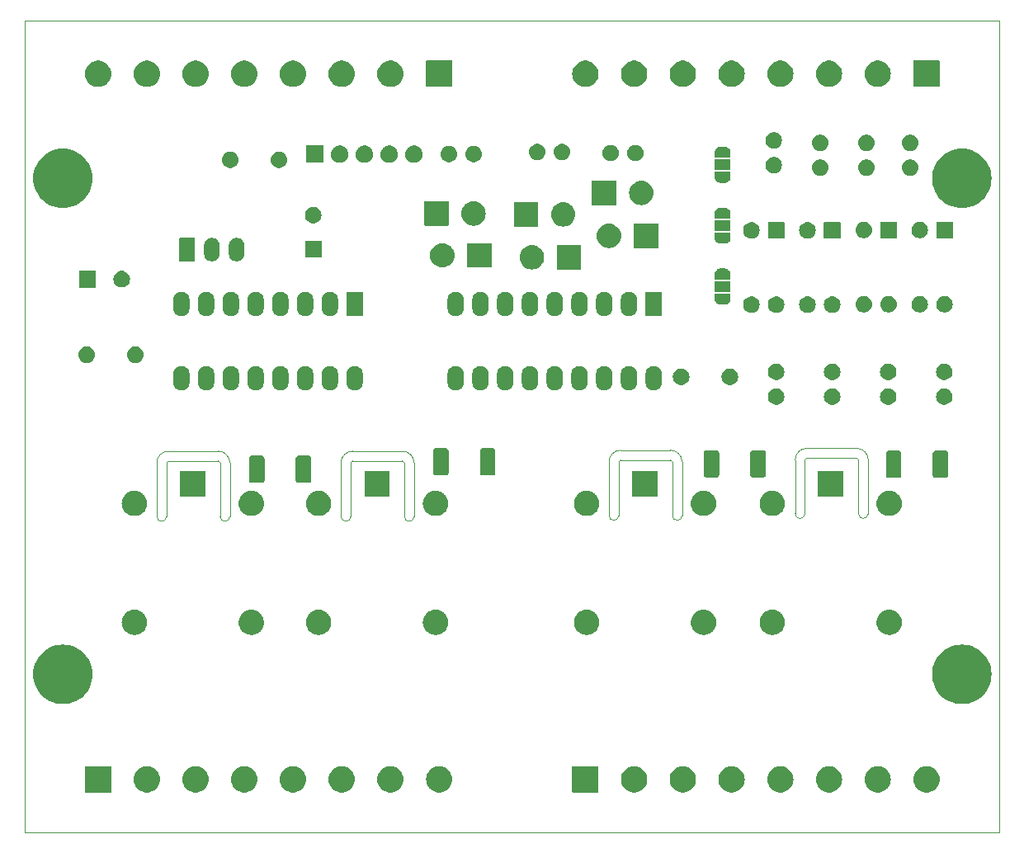
<source format=gbr>
%TF.GenerationSoftware,KiCad,Pcbnew,8.0.0*%
%TF.CreationDate,2024-08-31T22:07:17+02:00*%
%TF.ProjectId,esp32_blinds_controller,65737033-325f-4626-9c69-6e64735f636f,V0.2*%
%TF.SameCoordinates,Original*%
%TF.FileFunction,Soldermask,Bot*%
%TF.FilePolarity,Negative*%
%FSLAX46Y46*%
G04 Gerber Fmt 4.6, Leading zero omitted, Abs format (unit mm)*
G04 Created by KiCad (PCBNEW 8.0.0) date 2024-08-31 22:07:17*
%MOMM*%
%LPD*%
G01*
G04 APERTURE LIST*
%TA.AperFunction,Profile*%
%ADD10C,0.050000*%
%TD*%
%TA.AperFunction,Profile*%
%ADD11C,0.120000*%
%TD*%
G04 APERTURE END LIST*
G36*
X109994517Y-132232882D02*
G01*
X110011062Y-132243938D01*
X110022118Y-132260483D01*
X110026000Y-132280000D01*
X110026000Y-134880000D01*
X110022118Y-134899517D01*
X110011062Y-134916062D01*
X109994517Y-134927118D01*
X109975000Y-134931000D01*
X107375000Y-134931000D01*
X107355483Y-134927118D01*
X107338938Y-134916062D01*
X107327882Y-134899517D01*
X107324000Y-134880000D01*
X107324000Y-132280000D01*
X107327882Y-132260483D01*
X107338938Y-132243938D01*
X107355483Y-132232882D01*
X107375000Y-132229000D01*
X109975000Y-132229000D01*
X109994517Y-132232882D01*
G37*
G36*
X159994517Y-132232882D02*
G01*
X160011062Y-132243938D01*
X160022118Y-132260483D01*
X160026000Y-132280000D01*
X160026000Y-134880000D01*
X160022118Y-134899517D01*
X160011062Y-134916062D01*
X159994517Y-134927118D01*
X159975000Y-134931000D01*
X157375000Y-134931000D01*
X157355483Y-134927118D01*
X157338938Y-134916062D01*
X157327882Y-134899517D01*
X157324000Y-134880000D01*
X157324000Y-132280000D01*
X157327882Y-132260483D01*
X157338938Y-132243938D01*
X157355483Y-132232882D01*
X157375000Y-132229000D01*
X159975000Y-132229000D01*
X159994517Y-132232882D01*
G37*
G36*
X114006651Y-132270340D02*
G01*
X114217691Y-132342790D01*
X114413927Y-132448988D01*
X114590007Y-132586037D01*
X114741129Y-132750199D01*
X114863169Y-132936995D01*
X114952799Y-133141331D01*
X115007574Y-133357633D01*
X115026000Y-133580000D01*
X115007574Y-133802367D01*
X114952799Y-134018669D01*
X114863169Y-134223005D01*
X114741129Y-134409801D01*
X114590007Y-134573963D01*
X114413927Y-134711012D01*
X114217691Y-134817210D01*
X114006651Y-134889660D01*
X113786565Y-134926386D01*
X113563435Y-134926386D01*
X113343349Y-134889660D01*
X113132309Y-134817210D01*
X112936073Y-134711012D01*
X112759993Y-134573963D01*
X112608871Y-134409801D01*
X112486831Y-134223005D01*
X112397201Y-134018669D01*
X112342426Y-133802367D01*
X112324000Y-133580000D01*
X112342426Y-133357633D01*
X112397201Y-133141331D01*
X112486831Y-132936995D01*
X112608871Y-132750199D01*
X112759993Y-132586037D01*
X112936073Y-132448988D01*
X113132309Y-132342790D01*
X113343349Y-132270340D01*
X113563435Y-132233614D01*
X113786565Y-132233614D01*
X114006651Y-132270340D01*
G37*
G36*
X119006651Y-132270340D02*
G01*
X119217691Y-132342790D01*
X119413927Y-132448988D01*
X119590007Y-132586037D01*
X119741129Y-132750199D01*
X119863169Y-132936995D01*
X119952799Y-133141331D01*
X120007574Y-133357633D01*
X120026000Y-133580000D01*
X120007574Y-133802367D01*
X119952799Y-134018669D01*
X119863169Y-134223005D01*
X119741129Y-134409801D01*
X119590007Y-134573963D01*
X119413927Y-134711012D01*
X119217691Y-134817210D01*
X119006651Y-134889660D01*
X118786565Y-134926386D01*
X118563435Y-134926386D01*
X118343349Y-134889660D01*
X118132309Y-134817210D01*
X117936073Y-134711012D01*
X117759993Y-134573963D01*
X117608871Y-134409801D01*
X117486831Y-134223005D01*
X117397201Y-134018669D01*
X117342426Y-133802367D01*
X117324000Y-133580000D01*
X117342426Y-133357633D01*
X117397201Y-133141331D01*
X117486831Y-132936995D01*
X117608871Y-132750199D01*
X117759993Y-132586037D01*
X117936073Y-132448988D01*
X118132309Y-132342790D01*
X118343349Y-132270340D01*
X118563435Y-132233614D01*
X118786565Y-132233614D01*
X119006651Y-132270340D01*
G37*
G36*
X124006651Y-132270340D02*
G01*
X124217691Y-132342790D01*
X124413927Y-132448988D01*
X124590007Y-132586037D01*
X124741129Y-132750199D01*
X124863169Y-132936995D01*
X124952799Y-133141331D01*
X125007574Y-133357633D01*
X125026000Y-133580000D01*
X125007574Y-133802367D01*
X124952799Y-134018669D01*
X124863169Y-134223005D01*
X124741129Y-134409801D01*
X124590007Y-134573963D01*
X124413927Y-134711012D01*
X124217691Y-134817210D01*
X124006651Y-134889660D01*
X123786565Y-134926386D01*
X123563435Y-134926386D01*
X123343349Y-134889660D01*
X123132309Y-134817210D01*
X122936073Y-134711012D01*
X122759993Y-134573963D01*
X122608871Y-134409801D01*
X122486831Y-134223005D01*
X122397201Y-134018669D01*
X122342426Y-133802367D01*
X122324000Y-133580000D01*
X122342426Y-133357633D01*
X122397201Y-133141331D01*
X122486831Y-132936995D01*
X122608871Y-132750199D01*
X122759993Y-132586037D01*
X122936073Y-132448988D01*
X123132309Y-132342790D01*
X123343349Y-132270340D01*
X123563435Y-132233614D01*
X123786565Y-132233614D01*
X124006651Y-132270340D01*
G37*
G36*
X129006651Y-132270340D02*
G01*
X129217691Y-132342790D01*
X129413927Y-132448988D01*
X129590007Y-132586037D01*
X129741129Y-132750199D01*
X129863169Y-132936995D01*
X129952799Y-133141331D01*
X130007574Y-133357633D01*
X130026000Y-133580000D01*
X130007574Y-133802367D01*
X129952799Y-134018669D01*
X129863169Y-134223005D01*
X129741129Y-134409801D01*
X129590007Y-134573963D01*
X129413927Y-134711012D01*
X129217691Y-134817210D01*
X129006651Y-134889660D01*
X128786565Y-134926386D01*
X128563435Y-134926386D01*
X128343349Y-134889660D01*
X128132309Y-134817210D01*
X127936073Y-134711012D01*
X127759993Y-134573963D01*
X127608871Y-134409801D01*
X127486831Y-134223005D01*
X127397201Y-134018669D01*
X127342426Y-133802367D01*
X127324000Y-133580000D01*
X127342426Y-133357633D01*
X127397201Y-133141331D01*
X127486831Y-132936995D01*
X127608871Y-132750199D01*
X127759993Y-132586037D01*
X127936073Y-132448988D01*
X128132309Y-132342790D01*
X128343349Y-132270340D01*
X128563435Y-132233614D01*
X128786565Y-132233614D01*
X129006651Y-132270340D01*
G37*
G36*
X134006651Y-132270340D02*
G01*
X134217691Y-132342790D01*
X134413927Y-132448988D01*
X134590007Y-132586037D01*
X134741129Y-132750199D01*
X134863169Y-132936995D01*
X134952799Y-133141331D01*
X135007574Y-133357633D01*
X135026000Y-133580000D01*
X135007574Y-133802367D01*
X134952799Y-134018669D01*
X134863169Y-134223005D01*
X134741129Y-134409801D01*
X134590007Y-134573963D01*
X134413927Y-134711012D01*
X134217691Y-134817210D01*
X134006651Y-134889660D01*
X133786565Y-134926386D01*
X133563435Y-134926386D01*
X133343349Y-134889660D01*
X133132309Y-134817210D01*
X132936073Y-134711012D01*
X132759993Y-134573963D01*
X132608871Y-134409801D01*
X132486831Y-134223005D01*
X132397201Y-134018669D01*
X132342426Y-133802367D01*
X132324000Y-133580000D01*
X132342426Y-133357633D01*
X132397201Y-133141331D01*
X132486831Y-132936995D01*
X132608871Y-132750199D01*
X132759993Y-132586037D01*
X132936073Y-132448988D01*
X133132309Y-132342790D01*
X133343349Y-132270340D01*
X133563435Y-132233614D01*
X133786565Y-132233614D01*
X134006651Y-132270340D01*
G37*
G36*
X139006651Y-132270340D02*
G01*
X139217691Y-132342790D01*
X139413927Y-132448988D01*
X139590007Y-132586037D01*
X139741129Y-132750199D01*
X139863169Y-132936995D01*
X139952799Y-133141331D01*
X140007574Y-133357633D01*
X140026000Y-133580000D01*
X140007574Y-133802367D01*
X139952799Y-134018669D01*
X139863169Y-134223005D01*
X139741129Y-134409801D01*
X139590007Y-134573963D01*
X139413927Y-134711012D01*
X139217691Y-134817210D01*
X139006651Y-134889660D01*
X138786565Y-134926386D01*
X138563435Y-134926386D01*
X138343349Y-134889660D01*
X138132309Y-134817210D01*
X137936073Y-134711012D01*
X137759993Y-134573963D01*
X137608871Y-134409801D01*
X137486831Y-134223005D01*
X137397201Y-134018669D01*
X137342426Y-133802367D01*
X137324000Y-133580000D01*
X137342426Y-133357633D01*
X137397201Y-133141331D01*
X137486831Y-132936995D01*
X137608871Y-132750199D01*
X137759993Y-132586037D01*
X137936073Y-132448988D01*
X138132309Y-132342790D01*
X138343349Y-132270340D01*
X138563435Y-132233614D01*
X138786565Y-132233614D01*
X139006651Y-132270340D01*
G37*
G36*
X144006651Y-132270340D02*
G01*
X144217691Y-132342790D01*
X144413927Y-132448988D01*
X144590007Y-132586037D01*
X144741129Y-132750199D01*
X144863169Y-132936995D01*
X144952799Y-133141331D01*
X145007574Y-133357633D01*
X145026000Y-133580000D01*
X145007574Y-133802367D01*
X144952799Y-134018669D01*
X144863169Y-134223005D01*
X144741129Y-134409801D01*
X144590007Y-134573963D01*
X144413927Y-134711012D01*
X144217691Y-134817210D01*
X144006651Y-134889660D01*
X143786565Y-134926386D01*
X143563435Y-134926386D01*
X143343349Y-134889660D01*
X143132309Y-134817210D01*
X142936073Y-134711012D01*
X142759993Y-134573963D01*
X142608871Y-134409801D01*
X142486831Y-134223005D01*
X142397201Y-134018669D01*
X142342426Y-133802367D01*
X142324000Y-133580000D01*
X142342426Y-133357633D01*
X142397201Y-133141331D01*
X142486831Y-132936995D01*
X142608871Y-132750199D01*
X142759993Y-132586037D01*
X142936073Y-132448988D01*
X143132309Y-132342790D01*
X143343349Y-132270340D01*
X143563435Y-132233614D01*
X143786565Y-132233614D01*
X144006651Y-132270340D01*
G37*
G36*
X164006651Y-132270340D02*
G01*
X164217691Y-132342790D01*
X164413927Y-132448988D01*
X164590007Y-132586037D01*
X164741129Y-132750199D01*
X164863169Y-132936995D01*
X164952799Y-133141331D01*
X165007574Y-133357633D01*
X165026000Y-133580000D01*
X165007574Y-133802367D01*
X164952799Y-134018669D01*
X164863169Y-134223005D01*
X164741129Y-134409801D01*
X164590007Y-134573963D01*
X164413927Y-134711012D01*
X164217691Y-134817210D01*
X164006651Y-134889660D01*
X163786565Y-134926386D01*
X163563435Y-134926386D01*
X163343349Y-134889660D01*
X163132309Y-134817210D01*
X162936073Y-134711012D01*
X162759993Y-134573963D01*
X162608871Y-134409801D01*
X162486831Y-134223005D01*
X162397201Y-134018669D01*
X162342426Y-133802367D01*
X162324000Y-133580000D01*
X162342426Y-133357633D01*
X162397201Y-133141331D01*
X162486831Y-132936995D01*
X162608871Y-132750199D01*
X162759993Y-132586037D01*
X162936073Y-132448988D01*
X163132309Y-132342790D01*
X163343349Y-132270340D01*
X163563435Y-132233614D01*
X163786565Y-132233614D01*
X164006651Y-132270340D01*
G37*
G36*
X169006651Y-132270340D02*
G01*
X169217691Y-132342790D01*
X169413927Y-132448988D01*
X169590007Y-132586037D01*
X169741129Y-132750199D01*
X169863169Y-132936995D01*
X169952799Y-133141331D01*
X170007574Y-133357633D01*
X170026000Y-133580000D01*
X170007574Y-133802367D01*
X169952799Y-134018669D01*
X169863169Y-134223005D01*
X169741129Y-134409801D01*
X169590007Y-134573963D01*
X169413927Y-134711012D01*
X169217691Y-134817210D01*
X169006651Y-134889660D01*
X168786565Y-134926386D01*
X168563435Y-134926386D01*
X168343349Y-134889660D01*
X168132309Y-134817210D01*
X167936073Y-134711012D01*
X167759993Y-134573963D01*
X167608871Y-134409801D01*
X167486831Y-134223005D01*
X167397201Y-134018669D01*
X167342426Y-133802367D01*
X167324000Y-133580000D01*
X167342426Y-133357633D01*
X167397201Y-133141331D01*
X167486831Y-132936995D01*
X167608871Y-132750199D01*
X167759993Y-132586037D01*
X167936073Y-132448988D01*
X168132309Y-132342790D01*
X168343349Y-132270340D01*
X168563435Y-132233614D01*
X168786565Y-132233614D01*
X169006651Y-132270340D01*
G37*
G36*
X174006651Y-132270340D02*
G01*
X174217691Y-132342790D01*
X174413927Y-132448988D01*
X174590007Y-132586037D01*
X174741129Y-132750199D01*
X174863169Y-132936995D01*
X174952799Y-133141331D01*
X175007574Y-133357633D01*
X175026000Y-133580000D01*
X175007574Y-133802367D01*
X174952799Y-134018669D01*
X174863169Y-134223005D01*
X174741129Y-134409801D01*
X174590007Y-134573963D01*
X174413927Y-134711012D01*
X174217691Y-134817210D01*
X174006651Y-134889660D01*
X173786565Y-134926386D01*
X173563435Y-134926386D01*
X173343349Y-134889660D01*
X173132309Y-134817210D01*
X172936073Y-134711012D01*
X172759993Y-134573963D01*
X172608871Y-134409801D01*
X172486831Y-134223005D01*
X172397201Y-134018669D01*
X172342426Y-133802367D01*
X172324000Y-133580000D01*
X172342426Y-133357633D01*
X172397201Y-133141331D01*
X172486831Y-132936995D01*
X172608871Y-132750199D01*
X172759993Y-132586037D01*
X172936073Y-132448988D01*
X173132309Y-132342790D01*
X173343349Y-132270340D01*
X173563435Y-132233614D01*
X173786565Y-132233614D01*
X174006651Y-132270340D01*
G37*
G36*
X179006651Y-132270340D02*
G01*
X179217691Y-132342790D01*
X179413927Y-132448988D01*
X179590007Y-132586037D01*
X179741129Y-132750199D01*
X179863169Y-132936995D01*
X179952799Y-133141331D01*
X180007574Y-133357633D01*
X180026000Y-133580000D01*
X180007574Y-133802367D01*
X179952799Y-134018669D01*
X179863169Y-134223005D01*
X179741129Y-134409801D01*
X179590007Y-134573963D01*
X179413927Y-134711012D01*
X179217691Y-134817210D01*
X179006651Y-134889660D01*
X178786565Y-134926386D01*
X178563435Y-134926386D01*
X178343349Y-134889660D01*
X178132309Y-134817210D01*
X177936073Y-134711012D01*
X177759993Y-134573963D01*
X177608871Y-134409801D01*
X177486831Y-134223005D01*
X177397201Y-134018669D01*
X177342426Y-133802367D01*
X177324000Y-133580000D01*
X177342426Y-133357633D01*
X177397201Y-133141331D01*
X177486831Y-132936995D01*
X177608871Y-132750199D01*
X177759993Y-132586037D01*
X177936073Y-132448988D01*
X178132309Y-132342790D01*
X178343349Y-132270340D01*
X178563435Y-132233614D01*
X178786565Y-132233614D01*
X179006651Y-132270340D01*
G37*
G36*
X184006651Y-132270340D02*
G01*
X184217691Y-132342790D01*
X184413927Y-132448988D01*
X184590007Y-132586037D01*
X184741129Y-132750199D01*
X184863169Y-132936995D01*
X184952799Y-133141331D01*
X185007574Y-133357633D01*
X185026000Y-133580000D01*
X185007574Y-133802367D01*
X184952799Y-134018669D01*
X184863169Y-134223005D01*
X184741129Y-134409801D01*
X184590007Y-134573963D01*
X184413927Y-134711012D01*
X184217691Y-134817210D01*
X184006651Y-134889660D01*
X183786565Y-134926386D01*
X183563435Y-134926386D01*
X183343349Y-134889660D01*
X183132309Y-134817210D01*
X182936073Y-134711012D01*
X182759993Y-134573963D01*
X182608871Y-134409801D01*
X182486831Y-134223005D01*
X182397201Y-134018669D01*
X182342426Y-133802367D01*
X182324000Y-133580000D01*
X182342426Y-133357633D01*
X182397201Y-133141331D01*
X182486831Y-132936995D01*
X182608871Y-132750199D01*
X182759993Y-132586037D01*
X182936073Y-132448988D01*
X183132309Y-132342790D01*
X183343349Y-132270340D01*
X183563435Y-132233614D01*
X183786565Y-132233614D01*
X184006651Y-132270340D01*
G37*
G36*
X189006651Y-132270340D02*
G01*
X189217691Y-132342790D01*
X189413927Y-132448988D01*
X189590007Y-132586037D01*
X189741129Y-132750199D01*
X189863169Y-132936995D01*
X189952799Y-133141331D01*
X190007574Y-133357633D01*
X190026000Y-133580000D01*
X190007574Y-133802367D01*
X189952799Y-134018669D01*
X189863169Y-134223005D01*
X189741129Y-134409801D01*
X189590007Y-134573963D01*
X189413927Y-134711012D01*
X189217691Y-134817210D01*
X189006651Y-134889660D01*
X188786565Y-134926386D01*
X188563435Y-134926386D01*
X188343349Y-134889660D01*
X188132309Y-134817210D01*
X187936073Y-134711012D01*
X187759993Y-134573963D01*
X187608871Y-134409801D01*
X187486831Y-134223005D01*
X187397201Y-134018669D01*
X187342426Y-133802367D01*
X187324000Y-133580000D01*
X187342426Y-133357633D01*
X187397201Y-133141331D01*
X187486831Y-132936995D01*
X187608871Y-132750199D01*
X187759993Y-132586037D01*
X187936073Y-132448988D01*
X188132309Y-132342790D01*
X188343349Y-132270340D01*
X188563435Y-132233614D01*
X188786565Y-132233614D01*
X189006651Y-132270340D01*
G37*
G36*
X194006651Y-132270340D02*
G01*
X194217691Y-132342790D01*
X194413927Y-132448988D01*
X194590007Y-132586037D01*
X194741129Y-132750199D01*
X194863169Y-132936995D01*
X194952799Y-133141331D01*
X195007574Y-133357633D01*
X195026000Y-133580000D01*
X195007574Y-133802367D01*
X194952799Y-134018669D01*
X194863169Y-134223005D01*
X194741129Y-134409801D01*
X194590007Y-134573963D01*
X194413927Y-134711012D01*
X194217691Y-134817210D01*
X194006651Y-134889660D01*
X193786565Y-134926386D01*
X193563435Y-134926386D01*
X193343349Y-134889660D01*
X193132309Y-134817210D01*
X192936073Y-134711012D01*
X192759993Y-134573963D01*
X192608871Y-134409801D01*
X192486831Y-134223005D01*
X192397201Y-134018669D01*
X192342426Y-133802367D01*
X192324000Y-133580000D01*
X192342426Y-133357633D01*
X192397201Y-133141331D01*
X192486831Y-132936995D01*
X192608871Y-132750199D01*
X192759993Y-132586037D01*
X192936073Y-132448988D01*
X193132309Y-132342790D01*
X193343349Y-132270340D01*
X193563435Y-132233614D01*
X193786565Y-132233614D01*
X194006651Y-132270340D01*
G37*
G36*
X105391604Y-119768184D02*
G01*
X105728911Y-119825495D01*
X106057681Y-119920212D01*
X106373779Y-120051144D01*
X106673230Y-120216644D01*
X106952267Y-120414632D01*
X107207383Y-120642617D01*
X107435368Y-120897733D01*
X107633356Y-121176770D01*
X107798856Y-121476221D01*
X107929788Y-121792319D01*
X108024505Y-122121089D01*
X108081816Y-122458396D01*
X108101000Y-122800000D01*
X108081816Y-123141604D01*
X108024505Y-123478911D01*
X107929788Y-123807681D01*
X107798856Y-124123779D01*
X107633356Y-124423230D01*
X107435368Y-124702267D01*
X107207383Y-124957383D01*
X106952267Y-125185368D01*
X106673230Y-125383356D01*
X106373779Y-125548856D01*
X106057681Y-125679788D01*
X105728911Y-125774505D01*
X105391604Y-125831816D01*
X105050000Y-125851000D01*
X104708396Y-125831816D01*
X104371089Y-125774505D01*
X104042319Y-125679788D01*
X103726221Y-125548856D01*
X103426770Y-125383356D01*
X103147733Y-125185368D01*
X102892617Y-124957383D01*
X102664632Y-124702267D01*
X102466644Y-124423230D01*
X102301144Y-124123779D01*
X102170212Y-123807681D01*
X102075495Y-123478911D01*
X102018184Y-123141604D01*
X101999000Y-122800000D01*
X102018184Y-122458396D01*
X102075495Y-122121089D01*
X102170212Y-121792319D01*
X102301144Y-121476221D01*
X102466644Y-121176770D01*
X102664632Y-120897733D01*
X102892617Y-120642617D01*
X103147733Y-120414632D01*
X103426770Y-120216644D01*
X103726221Y-120051144D01*
X104042319Y-119920212D01*
X104371089Y-119825495D01*
X104708396Y-119768184D01*
X105050000Y-119749000D01*
X105391604Y-119768184D01*
G37*
G36*
X197641604Y-119768184D02*
G01*
X197978911Y-119825495D01*
X198307681Y-119920212D01*
X198623779Y-120051144D01*
X198923230Y-120216644D01*
X199202267Y-120414632D01*
X199457383Y-120642617D01*
X199685368Y-120897733D01*
X199883356Y-121176770D01*
X200048856Y-121476221D01*
X200179788Y-121792319D01*
X200274505Y-122121089D01*
X200331816Y-122458396D01*
X200351000Y-122800000D01*
X200331816Y-123141604D01*
X200274505Y-123478911D01*
X200179788Y-123807681D01*
X200048856Y-124123779D01*
X199883356Y-124423230D01*
X199685368Y-124702267D01*
X199457383Y-124957383D01*
X199202267Y-125185368D01*
X198923230Y-125383356D01*
X198623779Y-125548856D01*
X198307681Y-125679788D01*
X197978911Y-125774505D01*
X197641604Y-125831816D01*
X197300000Y-125851000D01*
X196958396Y-125831816D01*
X196621089Y-125774505D01*
X196292319Y-125679788D01*
X195976221Y-125548856D01*
X195676770Y-125383356D01*
X195397733Y-125185368D01*
X195142617Y-124957383D01*
X194914632Y-124702267D01*
X194716644Y-124423230D01*
X194551144Y-124123779D01*
X194420212Y-123807681D01*
X194325495Y-123478911D01*
X194268184Y-123141604D01*
X194249000Y-122800000D01*
X194268184Y-122458396D01*
X194325495Y-122121089D01*
X194420212Y-121792319D01*
X194551144Y-121476221D01*
X194716644Y-121176770D01*
X194914632Y-120897733D01*
X195142617Y-120642617D01*
X195397733Y-120414632D01*
X195676770Y-120216644D01*
X195976221Y-120051144D01*
X196292319Y-119920212D01*
X196621089Y-119825495D01*
X196958396Y-119768184D01*
X197300000Y-119749000D01*
X197641604Y-119768184D01*
G37*
G36*
X112452738Y-116153614D02*
G01*
X112507422Y-116153614D01*
X112567691Y-116163671D01*
X112625916Y-116168765D01*
X112671638Y-116181016D01*
X112719333Y-116188975D01*
X112783313Y-116210939D01*
X112844968Y-116227460D01*
X112882736Y-116245071D01*
X112922536Y-116258735D01*
X112987922Y-116294120D01*
X113050500Y-116323301D01*
X113079961Y-116343930D01*
X113111487Y-116360991D01*
X113175661Y-116410939D01*
X113236267Y-116453376D01*
X113257625Y-116474734D01*
X113281029Y-116492950D01*
X113341154Y-116558263D01*
X113396624Y-116613733D01*
X113410624Y-116633728D01*
X113426532Y-116651008D01*
X113479603Y-116732240D01*
X113526699Y-116799500D01*
X113534560Y-116816358D01*
X113544045Y-116830876D01*
X113587094Y-116929019D01*
X113622540Y-117005032D01*
X113625841Y-117017351D01*
X113630346Y-117027622D01*
X113660513Y-117146752D01*
X113681235Y-117224084D01*
X113681835Y-117230949D01*
X113683087Y-117235891D01*
X113697748Y-117412839D01*
X113701000Y-117450000D01*
X113697748Y-117487163D01*
X113683087Y-117664108D01*
X113681835Y-117669048D01*
X113681235Y-117675916D01*
X113660509Y-117753265D01*
X113630346Y-117872377D01*
X113625841Y-117882645D01*
X113622540Y-117894968D01*
X113587087Y-117970996D01*
X113544045Y-118069123D01*
X113534561Y-118083638D01*
X113526699Y-118100500D01*
X113479593Y-118167773D01*
X113426532Y-118248991D01*
X113410627Y-118266267D01*
X113396624Y-118286267D01*
X113341142Y-118341748D01*
X113281029Y-118407049D01*
X113257629Y-118425261D01*
X113236267Y-118446624D01*
X113175648Y-118489069D01*
X113111487Y-118539008D01*
X113079967Y-118556065D01*
X113050500Y-118576699D01*
X112987908Y-118605885D01*
X112922536Y-118641264D01*
X112882744Y-118654924D01*
X112844968Y-118672540D01*
X112783300Y-118689063D01*
X112719333Y-118711024D01*
X112671646Y-118718981D01*
X112625916Y-118731235D01*
X112567688Y-118736329D01*
X112507422Y-118746386D01*
X112452738Y-118746386D01*
X112400000Y-118751000D01*
X112347262Y-118746386D01*
X112292578Y-118746386D01*
X112232311Y-118736329D01*
X112174084Y-118731235D01*
X112128355Y-118718981D01*
X112080666Y-118711024D01*
X112016694Y-118689062D01*
X111955032Y-118672540D01*
X111917257Y-118654925D01*
X111877463Y-118641264D01*
X111812083Y-118605882D01*
X111749500Y-118576699D01*
X111720035Y-118556067D01*
X111688512Y-118539008D01*
X111624341Y-118489062D01*
X111563733Y-118446624D01*
X111542373Y-118425264D01*
X111518970Y-118407049D01*
X111458844Y-118341735D01*
X111403376Y-118286267D01*
X111389375Y-118266272D01*
X111373467Y-118248991D01*
X111320391Y-118167752D01*
X111273301Y-118100500D01*
X111265440Y-118083643D01*
X111255954Y-118069123D01*
X111212895Y-117970960D01*
X111177460Y-117894968D01*
X111174159Y-117882651D01*
X111169653Y-117872377D01*
X111139472Y-117753197D01*
X111118765Y-117675916D01*
X111118164Y-117669054D01*
X111116912Y-117664108D01*
X111102232Y-117486947D01*
X111099000Y-117450000D01*
X111102232Y-117413055D01*
X111116912Y-117235891D01*
X111118164Y-117230943D01*
X111118765Y-117224084D01*
X111139467Y-117146820D01*
X111169653Y-117027622D01*
X111174160Y-117017346D01*
X111177460Y-117005032D01*
X111212888Y-116929055D01*
X111255954Y-116830876D01*
X111265442Y-116816352D01*
X111273301Y-116799500D01*
X111320381Y-116732261D01*
X111373467Y-116651008D01*
X111389378Y-116633723D01*
X111403376Y-116613733D01*
X111458833Y-116558275D01*
X111518970Y-116492950D01*
X111542378Y-116474730D01*
X111563733Y-116453376D01*
X111624328Y-116410946D01*
X111688512Y-116360991D01*
X111720041Y-116343927D01*
X111749500Y-116323301D01*
X111812070Y-116294123D01*
X111877463Y-116258735D01*
X111917265Y-116245070D01*
X111955032Y-116227460D01*
X112016681Y-116210941D01*
X112080666Y-116188975D01*
X112128362Y-116181016D01*
X112174084Y-116168765D01*
X112232307Y-116163671D01*
X112292578Y-116153614D01*
X112347262Y-116153614D01*
X112400000Y-116149000D01*
X112452738Y-116153614D01*
G37*
G36*
X124452738Y-116153614D02*
G01*
X124507422Y-116153614D01*
X124567691Y-116163671D01*
X124625916Y-116168765D01*
X124671638Y-116181016D01*
X124719333Y-116188975D01*
X124783313Y-116210939D01*
X124844968Y-116227460D01*
X124882736Y-116245071D01*
X124922536Y-116258735D01*
X124987922Y-116294120D01*
X125050500Y-116323301D01*
X125079961Y-116343930D01*
X125111487Y-116360991D01*
X125175661Y-116410939D01*
X125236267Y-116453376D01*
X125257625Y-116474734D01*
X125281029Y-116492950D01*
X125341154Y-116558263D01*
X125396624Y-116613733D01*
X125410624Y-116633728D01*
X125426532Y-116651008D01*
X125479603Y-116732240D01*
X125526699Y-116799500D01*
X125534560Y-116816358D01*
X125544045Y-116830876D01*
X125587094Y-116929019D01*
X125622540Y-117005032D01*
X125625841Y-117017351D01*
X125630346Y-117027622D01*
X125660513Y-117146752D01*
X125681235Y-117224084D01*
X125681835Y-117230949D01*
X125683087Y-117235891D01*
X125697748Y-117412839D01*
X125701000Y-117450000D01*
X125697748Y-117487163D01*
X125683087Y-117664108D01*
X125681835Y-117669048D01*
X125681235Y-117675916D01*
X125660509Y-117753265D01*
X125630346Y-117872377D01*
X125625841Y-117882645D01*
X125622540Y-117894968D01*
X125587087Y-117970996D01*
X125544045Y-118069123D01*
X125534561Y-118083638D01*
X125526699Y-118100500D01*
X125479593Y-118167773D01*
X125426532Y-118248991D01*
X125410627Y-118266267D01*
X125396624Y-118286267D01*
X125341142Y-118341748D01*
X125281029Y-118407049D01*
X125257629Y-118425261D01*
X125236267Y-118446624D01*
X125175648Y-118489069D01*
X125111487Y-118539008D01*
X125079967Y-118556065D01*
X125050500Y-118576699D01*
X124987908Y-118605885D01*
X124922536Y-118641264D01*
X124882744Y-118654924D01*
X124844968Y-118672540D01*
X124783300Y-118689063D01*
X124719333Y-118711024D01*
X124671646Y-118718981D01*
X124625916Y-118731235D01*
X124567688Y-118736329D01*
X124507422Y-118746386D01*
X124452738Y-118746386D01*
X124400000Y-118751000D01*
X124347262Y-118746386D01*
X124292578Y-118746386D01*
X124232311Y-118736329D01*
X124174084Y-118731235D01*
X124128355Y-118718981D01*
X124080666Y-118711024D01*
X124016694Y-118689062D01*
X123955032Y-118672540D01*
X123917257Y-118654925D01*
X123877463Y-118641264D01*
X123812083Y-118605882D01*
X123749500Y-118576699D01*
X123720035Y-118556067D01*
X123688512Y-118539008D01*
X123624341Y-118489062D01*
X123563733Y-118446624D01*
X123542373Y-118425264D01*
X123518970Y-118407049D01*
X123458844Y-118341735D01*
X123403376Y-118286267D01*
X123389375Y-118266272D01*
X123373467Y-118248991D01*
X123320391Y-118167752D01*
X123273301Y-118100500D01*
X123265440Y-118083643D01*
X123255954Y-118069123D01*
X123212895Y-117970960D01*
X123177460Y-117894968D01*
X123174159Y-117882651D01*
X123169653Y-117872377D01*
X123139472Y-117753197D01*
X123118765Y-117675916D01*
X123118164Y-117669054D01*
X123116912Y-117664108D01*
X123102232Y-117486947D01*
X123099000Y-117450000D01*
X123102232Y-117413055D01*
X123116912Y-117235891D01*
X123118164Y-117230943D01*
X123118765Y-117224084D01*
X123139467Y-117146820D01*
X123169653Y-117027622D01*
X123174160Y-117017346D01*
X123177460Y-117005032D01*
X123212888Y-116929055D01*
X123255954Y-116830876D01*
X123265442Y-116816352D01*
X123273301Y-116799500D01*
X123320381Y-116732261D01*
X123373467Y-116651008D01*
X123389378Y-116633723D01*
X123403376Y-116613733D01*
X123458833Y-116558275D01*
X123518970Y-116492950D01*
X123542378Y-116474730D01*
X123563733Y-116453376D01*
X123624328Y-116410946D01*
X123688512Y-116360991D01*
X123720041Y-116343927D01*
X123749500Y-116323301D01*
X123812070Y-116294123D01*
X123877463Y-116258735D01*
X123917265Y-116245070D01*
X123955032Y-116227460D01*
X124016681Y-116210941D01*
X124080666Y-116188975D01*
X124128362Y-116181016D01*
X124174084Y-116168765D01*
X124232307Y-116163671D01*
X124292578Y-116153614D01*
X124347262Y-116153614D01*
X124400000Y-116149000D01*
X124452738Y-116153614D01*
G37*
G36*
X131352738Y-116153614D02*
G01*
X131407422Y-116153614D01*
X131467691Y-116163671D01*
X131525916Y-116168765D01*
X131571638Y-116181016D01*
X131619333Y-116188975D01*
X131683313Y-116210939D01*
X131744968Y-116227460D01*
X131782736Y-116245071D01*
X131822536Y-116258735D01*
X131887922Y-116294120D01*
X131950500Y-116323301D01*
X131979961Y-116343930D01*
X132011487Y-116360991D01*
X132075661Y-116410939D01*
X132136267Y-116453376D01*
X132157625Y-116474734D01*
X132181029Y-116492950D01*
X132241154Y-116558263D01*
X132296624Y-116613733D01*
X132310624Y-116633728D01*
X132326532Y-116651008D01*
X132379603Y-116732240D01*
X132426699Y-116799500D01*
X132434560Y-116816358D01*
X132444045Y-116830876D01*
X132487094Y-116929019D01*
X132522540Y-117005032D01*
X132525841Y-117017351D01*
X132530346Y-117027622D01*
X132560513Y-117146752D01*
X132581235Y-117224084D01*
X132581835Y-117230949D01*
X132583087Y-117235891D01*
X132597748Y-117412839D01*
X132601000Y-117450000D01*
X132597748Y-117487163D01*
X132583087Y-117664108D01*
X132581835Y-117669048D01*
X132581235Y-117675916D01*
X132560509Y-117753265D01*
X132530346Y-117872377D01*
X132525841Y-117882645D01*
X132522540Y-117894968D01*
X132487087Y-117970996D01*
X132444045Y-118069123D01*
X132434561Y-118083638D01*
X132426699Y-118100500D01*
X132379593Y-118167773D01*
X132326532Y-118248991D01*
X132310627Y-118266267D01*
X132296624Y-118286267D01*
X132241142Y-118341748D01*
X132181029Y-118407049D01*
X132157629Y-118425261D01*
X132136267Y-118446624D01*
X132075648Y-118489069D01*
X132011487Y-118539008D01*
X131979967Y-118556065D01*
X131950500Y-118576699D01*
X131887908Y-118605885D01*
X131822536Y-118641264D01*
X131782744Y-118654924D01*
X131744968Y-118672540D01*
X131683300Y-118689063D01*
X131619333Y-118711024D01*
X131571646Y-118718981D01*
X131525916Y-118731235D01*
X131467688Y-118736329D01*
X131407422Y-118746386D01*
X131352738Y-118746386D01*
X131300000Y-118751000D01*
X131247262Y-118746386D01*
X131192578Y-118746386D01*
X131132311Y-118736329D01*
X131074084Y-118731235D01*
X131028355Y-118718981D01*
X130980666Y-118711024D01*
X130916694Y-118689062D01*
X130855032Y-118672540D01*
X130817257Y-118654925D01*
X130777463Y-118641264D01*
X130712083Y-118605882D01*
X130649500Y-118576699D01*
X130620035Y-118556067D01*
X130588512Y-118539008D01*
X130524341Y-118489062D01*
X130463733Y-118446624D01*
X130442373Y-118425264D01*
X130418970Y-118407049D01*
X130358844Y-118341735D01*
X130303376Y-118286267D01*
X130289375Y-118266272D01*
X130273467Y-118248991D01*
X130220391Y-118167752D01*
X130173301Y-118100500D01*
X130165440Y-118083643D01*
X130155954Y-118069123D01*
X130112895Y-117970960D01*
X130077460Y-117894968D01*
X130074159Y-117882651D01*
X130069653Y-117872377D01*
X130039472Y-117753197D01*
X130018765Y-117675916D01*
X130018164Y-117669054D01*
X130016912Y-117664108D01*
X130002232Y-117486947D01*
X129999000Y-117450000D01*
X130002232Y-117413055D01*
X130016912Y-117235891D01*
X130018164Y-117230943D01*
X130018765Y-117224084D01*
X130039467Y-117146820D01*
X130069653Y-117027622D01*
X130074160Y-117017346D01*
X130077460Y-117005032D01*
X130112888Y-116929055D01*
X130155954Y-116830876D01*
X130165442Y-116816352D01*
X130173301Y-116799500D01*
X130220381Y-116732261D01*
X130273467Y-116651008D01*
X130289378Y-116633723D01*
X130303376Y-116613733D01*
X130358833Y-116558275D01*
X130418970Y-116492950D01*
X130442378Y-116474730D01*
X130463733Y-116453376D01*
X130524328Y-116410946D01*
X130588512Y-116360991D01*
X130620041Y-116343927D01*
X130649500Y-116323301D01*
X130712070Y-116294123D01*
X130777463Y-116258735D01*
X130817265Y-116245070D01*
X130855032Y-116227460D01*
X130916681Y-116210941D01*
X130980666Y-116188975D01*
X131028362Y-116181016D01*
X131074084Y-116168765D01*
X131132307Y-116163671D01*
X131192578Y-116153614D01*
X131247262Y-116153614D01*
X131300000Y-116149000D01*
X131352738Y-116153614D01*
G37*
G36*
X143352738Y-116153614D02*
G01*
X143407422Y-116153614D01*
X143467691Y-116163671D01*
X143525916Y-116168765D01*
X143571638Y-116181016D01*
X143619333Y-116188975D01*
X143683313Y-116210939D01*
X143744968Y-116227460D01*
X143782736Y-116245071D01*
X143822536Y-116258735D01*
X143887922Y-116294120D01*
X143950500Y-116323301D01*
X143979961Y-116343930D01*
X144011487Y-116360991D01*
X144075661Y-116410939D01*
X144136267Y-116453376D01*
X144157625Y-116474734D01*
X144181029Y-116492950D01*
X144241154Y-116558263D01*
X144296624Y-116613733D01*
X144310624Y-116633728D01*
X144326532Y-116651008D01*
X144379603Y-116732240D01*
X144426699Y-116799500D01*
X144434560Y-116816358D01*
X144444045Y-116830876D01*
X144487094Y-116929019D01*
X144522540Y-117005032D01*
X144525841Y-117017351D01*
X144530346Y-117027622D01*
X144560513Y-117146752D01*
X144581235Y-117224084D01*
X144581835Y-117230949D01*
X144583087Y-117235891D01*
X144597748Y-117412839D01*
X144601000Y-117450000D01*
X144597748Y-117487163D01*
X144583087Y-117664108D01*
X144581835Y-117669048D01*
X144581235Y-117675916D01*
X144560509Y-117753265D01*
X144530346Y-117872377D01*
X144525841Y-117882645D01*
X144522540Y-117894968D01*
X144487087Y-117970996D01*
X144444045Y-118069123D01*
X144434561Y-118083638D01*
X144426699Y-118100500D01*
X144379593Y-118167773D01*
X144326532Y-118248991D01*
X144310627Y-118266267D01*
X144296624Y-118286267D01*
X144241142Y-118341748D01*
X144181029Y-118407049D01*
X144157629Y-118425261D01*
X144136267Y-118446624D01*
X144075648Y-118489069D01*
X144011487Y-118539008D01*
X143979967Y-118556065D01*
X143950500Y-118576699D01*
X143887908Y-118605885D01*
X143822536Y-118641264D01*
X143782744Y-118654924D01*
X143744968Y-118672540D01*
X143683300Y-118689063D01*
X143619333Y-118711024D01*
X143571646Y-118718981D01*
X143525916Y-118731235D01*
X143467688Y-118736329D01*
X143407422Y-118746386D01*
X143352738Y-118746386D01*
X143300000Y-118751000D01*
X143247262Y-118746386D01*
X143192578Y-118746386D01*
X143132311Y-118736329D01*
X143074084Y-118731235D01*
X143028355Y-118718981D01*
X142980666Y-118711024D01*
X142916694Y-118689062D01*
X142855032Y-118672540D01*
X142817257Y-118654925D01*
X142777463Y-118641264D01*
X142712083Y-118605882D01*
X142649500Y-118576699D01*
X142620035Y-118556067D01*
X142588512Y-118539008D01*
X142524341Y-118489062D01*
X142463733Y-118446624D01*
X142442373Y-118425264D01*
X142418970Y-118407049D01*
X142358844Y-118341735D01*
X142303376Y-118286267D01*
X142289375Y-118266272D01*
X142273467Y-118248991D01*
X142220391Y-118167752D01*
X142173301Y-118100500D01*
X142165440Y-118083643D01*
X142155954Y-118069123D01*
X142112895Y-117970960D01*
X142077460Y-117894968D01*
X142074159Y-117882651D01*
X142069653Y-117872377D01*
X142039472Y-117753197D01*
X142018765Y-117675916D01*
X142018164Y-117669054D01*
X142016912Y-117664108D01*
X142002232Y-117486947D01*
X141999000Y-117450000D01*
X142002232Y-117413055D01*
X142016912Y-117235891D01*
X142018164Y-117230943D01*
X142018765Y-117224084D01*
X142039467Y-117146820D01*
X142069653Y-117027622D01*
X142074160Y-117017346D01*
X142077460Y-117005032D01*
X142112888Y-116929055D01*
X142155954Y-116830876D01*
X142165442Y-116816352D01*
X142173301Y-116799500D01*
X142220381Y-116732261D01*
X142273467Y-116651008D01*
X142289378Y-116633723D01*
X142303376Y-116613733D01*
X142358833Y-116558275D01*
X142418970Y-116492950D01*
X142442378Y-116474730D01*
X142463733Y-116453376D01*
X142524328Y-116410946D01*
X142588512Y-116360991D01*
X142620041Y-116343927D01*
X142649500Y-116323301D01*
X142712070Y-116294123D01*
X142777463Y-116258735D01*
X142817265Y-116245070D01*
X142855032Y-116227460D01*
X142916681Y-116210941D01*
X142980666Y-116188975D01*
X143028362Y-116181016D01*
X143074084Y-116168765D01*
X143132307Y-116163671D01*
X143192578Y-116153614D01*
X143247262Y-116153614D01*
X143300000Y-116149000D01*
X143352738Y-116153614D01*
G37*
G36*
X158852738Y-116153614D02*
G01*
X158907422Y-116153614D01*
X158967691Y-116163671D01*
X159025916Y-116168765D01*
X159071638Y-116181016D01*
X159119333Y-116188975D01*
X159183313Y-116210939D01*
X159244968Y-116227460D01*
X159282736Y-116245071D01*
X159322536Y-116258735D01*
X159387922Y-116294120D01*
X159450500Y-116323301D01*
X159479961Y-116343930D01*
X159511487Y-116360991D01*
X159575661Y-116410939D01*
X159636267Y-116453376D01*
X159657625Y-116474734D01*
X159681029Y-116492950D01*
X159741154Y-116558263D01*
X159796624Y-116613733D01*
X159810624Y-116633728D01*
X159826532Y-116651008D01*
X159879603Y-116732240D01*
X159926699Y-116799500D01*
X159934560Y-116816358D01*
X159944045Y-116830876D01*
X159987094Y-116929019D01*
X160022540Y-117005032D01*
X160025841Y-117017351D01*
X160030346Y-117027622D01*
X160060513Y-117146752D01*
X160081235Y-117224084D01*
X160081835Y-117230949D01*
X160083087Y-117235891D01*
X160097748Y-117412839D01*
X160101000Y-117450000D01*
X160097748Y-117487163D01*
X160083087Y-117664108D01*
X160081835Y-117669048D01*
X160081235Y-117675916D01*
X160060509Y-117753265D01*
X160030346Y-117872377D01*
X160025841Y-117882645D01*
X160022540Y-117894968D01*
X159987087Y-117970996D01*
X159944045Y-118069123D01*
X159934561Y-118083638D01*
X159926699Y-118100500D01*
X159879593Y-118167773D01*
X159826532Y-118248991D01*
X159810627Y-118266267D01*
X159796624Y-118286267D01*
X159741142Y-118341748D01*
X159681029Y-118407049D01*
X159657629Y-118425261D01*
X159636267Y-118446624D01*
X159575648Y-118489069D01*
X159511487Y-118539008D01*
X159479967Y-118556065D01*
X159450500Y-118576699D01*
X159387908Y-118605885D01*
X159322536Y-118641264D01*
X159282744Y-118654924D01*
X159244968Y-118672540D01*
X159183300Y-118689063D01*
X159119333Y-118711024D01*
X159071646Y-118718981D01*
X159025916Y-118731235D01*
X158967688Y-118736329D01*
X158907422Y-118746386D01*
X158852738Y-118746386D01*
X158800000Y-118751000D01*
X158747262Y-118746386D01*
X158692578Y-118746386D01*
X158632311Y-118736329D01*
X158574084Y-118731235D01*
X158528355Y-118718981D01*
X158480666Y-118711024D01*
X158416694Y-118689062D01*
X158355032Y-118672540D01*
X158317257Y-118654925D01*
X158277463Y-118641264D01*
X158212083Y-118605882D01*
X158149500Y-118576699D01*
X158120035Y-118556067D01*
X158088512Y-118539008D01*
X158024341Y-118489062D01*
X157963733Y-118446624D01*
X157942373Y-118425264D01*
X157918970Y-118407049D01*
X157858844Y-118341735D01*
X157803376Y-118286267D01*
X157789375Y-118266272D01*
X157773467Y-118248991D01*
X157720391Y-118167752D01*
X157673301Y-118100500D01*
X157665440Y-118083643D01*
X157655954Y-118069123D01*
X157612895Y-117970960D01*
X157577460Y-117894968D01*
X157574159Y-117882651D01*
X157569653Y-117872377D01*
X157539472Y-117753197D01*
X157518765Y-117675916D01*
X157518164Y-117669054D01*
X157516912Y-117664108D01*
X157502232Y-117486947D01*
X157499000Y-117450000D01*
X157502232Y-117413055D01*
X157516912Y-117235891D01*
X157518164Y-117230943D01*
X157518765Y-117224084D01*
X157539467Y-117146820D01*
X157569653Y-117027622D01*
X157574160Y-117017346D01*
X157577460Y-117005032D01*
X157612888Y-116929055D01*
X157655954Y-116830876D01*
X157665442Y-116816352D01*
X157673301Y-116799500D01*
X157720381Y-116732261D01*
X157773467Y-116651008D01*
X157789378Y-116633723D01*
X157803376Y-116613733D01*
X157858833Y-116558275D01*
X157918970Y-116492950D01*
X157942378Y-116474730D01*
X157963733Y-116453376D01*
X158024328Y-116410946D01*
X158088512Y-116360991D01*
X158120041Y-116343927D01*
X158149500Y-116323301D01*
X158212070Y-116294123D01*
X158277463Y-116258735D01*
X158317265Y-116245070D01*
X158355032Y-116227460D01*
X158416681Y-116210941D01*
X158480666Y-116188975D01*
X158528362Y-116181016D01*
X158574084Y-116168765D01*
X158632307Y-116163671D01*
X158692578Y-116153614D01*
X158747262Y-116153614D01*
X158800000Y-116149000D01*
X158852738Y-116153614D01*
G37*
G36*
X170852738Y-116153614D02*
G01*
X170907422Y-116153614D01*
X170967691Y-116163671D01*
X171025916Y-116168765D01*
X171071638Y-116181016D01*
X171119333Y-116188975D01*
X171183313Y-116210939D01*
X171244968Y-116227460D01*
X171282736Y-116245071D01*
X171322536Y-116258735D01*
X171387922Y-116294120D01*
X171450500Y-116323301D01*
X171479961Y-116343930D01*
X171511487Y-116360991D01*
X171575661Y-116410939D01*
X171636267Y-116453376D01*
X171657625Y-116474734D01*
X171681029Y-116492950D01*
X171741154Y-116558263D01*
X171796624Y-116613733D01*
X171810624Y-116633728D01*
X171826532Y-116651008D01*
X171879603Y-116732240D01*
X171926699Y-116799500D01*
X171934560Y-116816358D01*
X171944045Y-116830876D01*
X171987094Y-116929019D01*
X172022540Y-117005032D01*
X172025841Y-117017351D01*
X172030346Y-117027622D01*
X172060513Y-117146752D01*
X172081235Y-117224084D01*
X172081835Y-117230949D01*
X172083087Y-117235891D01*
X172097748Y-117412839D01*
X172101000Y-117450000D01*
X172097748Y-117487163D01*
X172083087Y-117664108D01*
X172081835Y-117669048D01*
X172081235Y-117675916D01*
X172060509Y-117753265D01*
X172030346Y-117872377D01*
X172025841Y-117882645D01*
X172022540Y-117894968D01*
X171987087Y-117970996D01*
X171944045Y-118069123D01*
X171934561Y-118083638D01*
X171926699Y-118100500D01*
X171879593Y-118167773D01*
X171826532Y-118248991D01*
X171810627Y-118266267D01*
X171796624Y-118286267D01*
X171741142Y-118341748D01*
X171681029Y-118407049D01*
X171657629Y-118425261D01*
X171636267Y-118446624D01*
X171575648Y-118489069D01*
X171511487Y-118539008D01*
X171479967Y-118556065D01*
X171450500Y-118576699D01*
X171387908Y-118605885D01*
X171322536Y-118641264D01*
X171282744Y-118654924D01*
X171244968Y-118672540D01*
X171183300Y-118689063D01*
X171119333Y-118711024D01*
X171071646Y-118718981D01*
X171025916Y-118731235D01*
X170967688Y-118736329D01*
X170907422Y-118746386D01*
X170852738Y-118746386D01*
X170800000Y-118751000D01*
X170747262Y-118746386D01*
X170692578Y-118746386D01*
X170632311Y-118736329D01*
X170574084Y-118731235D01*
X170528355Y-118718981D01*
X170480666Y-118711024D01*
X170416694Y-118689062D01*
X170355032Y-118672540D01*
X170317257Y-118654925D01*
X170277463Y-118641264D01*
X170212083Y-118605882D01*
X170149500Y-118576699D01*
X170120035Y-118556067D01*
X170088512Y-118539008D01*
X170024341Y-118489062D01*
X169963733Y-118446624D01*
X169942373Y-118425264D01*
X169918970Y-118407049D01*
X169858844Y-118341735D01*
X169803376Y-118286267D01*
X169789375Y-118266272D01*
X169773467Y-118248991D01*
X169720391Y-118167752D01*
X169673301Y-118100500D01*
X169665440Y-118083643D01*
X169655954Y-118069123D01*
X169612895Y-117970960D01*
X169577460Y-117894968D01*
X169574159Y-117882651D01*
X169569653Y-117872377D01*
X169539472Y-117753197D01*
X169518765Y-117675916D01*
X169518164Y-117669054D01*
X169516912Y-117664108D01*
X169502232Y-117486947D01*
X169499000Y-117450000D01*
X169502232Y-117413055D01*
X169516912Y-117235891D01*
X169518164Y-117230943D01*
X169518765Y-117224084D01*
X169539467Y-117146820D01*
X169569653Y-117027622D01*
X169574160Y-117017346D01*
X169577460Y-117005032D01*
X169612888Y-116929055D01*
X169655954Y-116830876D01*
X169665442Y-116816352D01*
X169673301Y-116799500D01*
X169720381Y-116732261D01*
X169773467Y-116651008D01*
X169789378Y-116633723D01*
X169803376Y-116613733D01*
X169858833Y-116558275D01*
X169918970Y-116492950D01*
X169942378Y-116474730D01*
X169963733Y-116453376D01*
X170024328Y-116410946D01*
X170088512Y-116360991D01*
X170120041Y-116343927D01*
X170149500Y-116323301D01*
X170212070Y-116294123D01*
X170277463Y-116258735D01*
X170317265Y-116245070D01*
X170355032Y-116227460D01*
X170416681Y-116210941D01*
X170480666Y-116188975D01*
X170528362Y-116181016D01*
X170574084Y-116168765D01*
X170632307Y-116163671D01*
X170692578Y-116153614D01*
X170747262Y-116153614D01*
X170800000Y-116149000D01*
X170852738Y-116153614D01*
G37*
G36*
X177902738Y-116153614D02*
G01*
X177957422Y-116153614D01*
X178017691Y-116163671D01*
X178075916Y-116168765D01*
X178121638Y-116181016D01*
X178169333Y-116188975D01*
X178233313Y-116210939D01*
X178294968Y-116227460D01*
X178332736Y-116245071D01*
X178372536Y-116258735D01*
X178437922Y-116294120D01*
X178500500Y-116323301D01*
X178529961Y-116343930D01*
X178561487Y-116360991D01*
X178625661Y-116410939D01*
X178686267Y-116453376D01*
X178707625Y-116474734D01*
X178731029Y-116492950D01*
X178791154Y-116558263D01*
X178846624Y-116613733D01*
X178860624Y-116633728D01*
X178876532Y-116651008D01*
X178929603Y-116732240D01*
X178976699Y-116799500D01*
X178984560Y-116816358D01*
X178994045Y-116830876D01*
X179037094Y-116929019D01*
X179072540Y-117005032D01*
X179075841Y-117017351D01*
X179080346Y-117027622D01*
X179110513Y-117146752D01*
X179131235Y-117224084D01*
X179131835Y-117230949D01*
X179133087Y-117235891D01*
X179147748Y-117412839D01*
X179151000Y-117450000D01*
X179147748Y-117487163D01*
X179133087Y-117664108D01*
X179131835Y-117669048D01*
X179131235Y-117675916D01*
X179110509Y-117753265D01*
X179080346Y-117872377D01*
X179075841Y-117882645D01*
X179072540Y-117894968D01*
X179037087Y-117970996D01*
X178994045Y-118069123D01*
X178984561Y-118083638D01*
X178976699Y-118100500D01*
X178929593Y-118167773D01*
X178876532Y-118248991D01*
X178860627Y-118266267D01*
X178846624Y-118286267D01*
X178791142Y-118341748D01*
X178731029Y-118407049D01*
X178707629Y-118425261D01*
X178686267Y-118446624D01*
X178625648Y-118489069D01*
X178561487Y-118539008D01*
X178529967Y-118556065D01*
X178500500Y-118576699D01*
X178437908Y-118605885D01*
X178372536Y-118641264D01*
X178332744Y-118654924D01*
X178294968Y-118672540D01*
X178233300Y-118689063D01*
X178169333Y-118711024D01*
X178121646Y-118718981D01*
X178075916Y-118731235D01*
X178017688Y-118736329D01*
X177957422Y-118746386D01*
X177902738Y-118746386D01*
X177850000Y-118751000D01*
X177797262Y-118746386D01*
X177742578Y-118746386D01*
X177682311Y-118736329D01*
X177624084Y-118731235D01*
X177578355Y-118718981D01*
X177530666Y-118711024D01*
X177466694Y-118689062D01*
X177405032Y-118672540D01*
X177367257Y-118654925D01*
X177327463Y-118641264D01*
X177262083Y-118605882D01*
X177199500Y-118576699D01*
X177170035Y-118556067D01*
X177138512Y-118539008D01*
X177074341Y-118489062D01*
X177013733Y-118446624D01*
X176992373Y-118425264D01*
X176968970Y-118407049D01*
X176908844Y-118341735D01*
X176853376Y-118286267D01*
X176839375Y-118266272D01*
X176823467Y-118248991D01*
X176770391Y-118167752D01*
X176723301Y-118100500D01*
X176715440Y-118083643D01*
X176705954Y-118069123D01*
X176662895Y-117970960D01*
X176627460Y-117894968D01*
X176624159Y-117882651D01*
X176619653Y-117872377D01*
X176589472Y-117753197D01*
X176568765Y-117675916D01*
X176568164Y-117669054D01*
X176566912Y-117664108D01*
X176552232Y-117486947D01*
X176549000Y-117450000D01*
X176552232Y-117413055D01*
X176566912Y-117235891D01*
X176568164Y-117230943D01*
X176568765Y-117224084D01*
X176589467Y-117146820D01*
X176619653Y-117027622D01*
X176624160Y-117017346D01*
X176627460Y-117005032D01*
X176662888Y-116929055D01*
X176705954Y-116830876D01*
X176715442Y-116816352D01*
X176723301Y-116799500D01*
X176770381Y-116732261D01*
X176823467Y-116651008D01*
X176839378Y-116633723D01*
X176853376Y-116613733D01*
X176908833Y-116558275D01*
X176968970Y-116492950D01*
X176992378Y-116474730D01*
X177013733Y-116453376D01*
X177074328Y-116410946D01*
X177138512Y-116360991D01*
X177170041Y-116343927D01*
X177199500Y-116323301D01*
X177262070Y-116294123D01*
X177327463Y-116258735D01*
X177367265Y-116245070D01*
X177405032Y-116227460D01*
X177466681Y-116210941D01*
X177530666Y-116188975D01*
X177578362Y-116181016D01*
X177624084Y-116168765D01*
X177682307Y-116163671D01*
X177742578Y-116153614D01*
X177797262Y-116153614D01*
X177850000Y-116149000D01*
X177902738Y-116153614D01*
G37*
G36*
X189902738Y-116153614D02*
G01*
X189957422Y-116153614D01*
X190017691Y-116163671D01*
X190075916Y-116168765D01*
X190121638Y-116181016D01*
X190169333Y-116188975D01*
X190233313Y-116210939D01*
X190294968Y-116227460D01*
X190332736Y-116245071D01*
X190372536Y-116258735D01*
X190437922Y-116294120D01*
X190500500Y-116323301D01*
X190529961Y-116343930D01*
X190561487Y-116360991D01*
X190625661Y-116410939D01*
X190686267Y-116453376D01*
X190707625Y-116474734D01*
X190731029Y-116492950D01*
X190791154Y-116558263D01*
X190846624Y-116613733D01*
X190860624Y-116633728D01*
X190876532Y-116651008D01*
X190929603Y-116732240D01*
X190976699Y-116799500D01*
X190984560Y-116816358D01*
X190994045Y-116830876D01*
X191037094Y-116929019D01*
X191072540Y-117005032D01*
X191075841Y-117017351D01*
X191080346Y-117027622D01*
X191110513Y-117146752D01*
X191131235Y-117224084D01*
X191131835Y-117230949D01*
X191133087Y-117235891D01*
X191147748Y-117412839D01*
X191151000Y-117450000D01*
X191147748Y-117487163D01*
X191133087Y-117664108D01*
X191131835Y-117669048D01*
X191131235Y-117675916D01*
X191110509Y-117753265D01*
X191080346Y-117872377D01*
X191075841Y-117882645D01*
X191072540Y-117894968D01*
X191037087Y-117970996D01*
X190994045Y-118069123D01*
X190984561Y-118083638D01*
X190976699Y-118100500D01*
X190929593Y-118167773D01*
X190876532Y-118248991D01*
X190860627Y-118266267D01*
X190846624Y-118286267D01*
X190791142Y-118341748D01*
X190731029Y-118407049D01*
X190707629Y-118425261D01*
X190686267Y-118446624D01*
X190625648Y-118489069D01*
X190561487Y-118539008D01*
X190529967Y-118556065D01*
X190500500Y-118576699D01*
X190437908Y-118605885D01*
X190372536Y-118641264D01*
X190332744Y-118654924D01*
X190294968Y-118672540D01*
X190233300Y-118689063D01*
X190169333Y-118711024D01*
X190121646Y-118718981D01*
X190075916Y-118731235D01*
X190017688Y-118736329D01*
X189957422Y-118746386D01*
X189902738Y-118746386D01*
X189850000Y-118751000D01*
X189797262Y-118746386D01*
X189742578Y-118746386D01*
X189682311Y-118736329D01*
X189624084Y-118731235D01*
X189578355Y-118718981D01*
X189530666Y-118711024D01*
X189466694Y-118689062D01*
X189405032Y-118672540D01*
X189367257Y-118654925D01*
X189327463Y-118641264D01*
X189262083Y-118605882D01*
X189199500Y-118576699D01*
X189170035Y-118556067D01*
X189138512Y-118539008D01*
X189074341Y-118489062D01*
X189013733Y-118446624D01*
X188992373Y-118425264D01*
X188968970Y-118407049D01*
X188908844Y-118341735D01*
X188853376Y-118286267D01*
X188839375Y-118266272D01*
X188823467Y-118248991D01*
X188770391Y-118167752D01*
X188723301Y-118100500D01*
X188715440Y-118083643D01*
X188705954Y-118069123D01*
X188662895Y-117970960D01*
X188627460Y-117894968D01*
X188624159Y-117882651D01*
X188619653Y-117872377D01*
X188589472Y-117753197D01*
X188568765Y-117675916D01*
X188568164Y-117669054D01*
X188566912Y-117664108D01*
X188552232Y-117486947D01*
X188549000Y-117450000D01*
X188552232Y-117413055D01*
X188566912Y-117235891D01*
X188568164Y-117230943D01*
X188568765Y-117224084D01*
X188589467Y-117146820D01*
X188619653Y-117027622D01*
X188624160Y-117017346D01*
X188627460Y-117005032D01*
X188662888Y-116929055D01*
X188705954Y-116830876D01*
X188715442Y-116816352D01*
X188723301Y-116799500D01*
X188770381Y-116732261D01*
X188823467Y-116651008D01*
X188839378Y-116633723D01*
X188853376Y-116613733D01*
X188908833Y-116558275D01*
X188968970Y-116492950D01*
X188992378Y-116474730D01*
X189013733Y-116453376D01*
X189074328Y-116410946D01*
X189138512Y-116360991D01*
X189170041Y-116343927D01*
X189199500Y-116323301D01*
X189262070Y-116294123D01*
X189327463Y-116258735D01*
X189367265Y-116245070D01*
X189405032Y-116227460D01*
X189466681Y-116210941D01*
X189530666Y-116188975D01*
X189578362Y-116181016D01*
X189624084Y-116168765D01*
X189682307Y-116163671D01*
X189742578Y-116153614D01*
X189797262Y-116153614D01*
X189850000Y-116149000D01*
X189902738Y-116153614D01*
G37*
G36*
X112452738Y-103953614D02*
G01*
X112507422Y-103953614D01*
X112567691Y-103963671D01*
X112625916Y-103968765D01*
X112671638Y-103981016D01*
X112719333Y-103988975D01*
X112783313Y-104010939D01*
X112844968Y-104027460D01*
X112882736Y-104045071D01*
X112922536Y-104058735D01*
X112987922Y-104094120D01*
X113050500Y-104123301D01*
X113079961Y-104143930D01*
X113111487Y-104160991D01*
X113175661Y-104210939D01*
X113236267Y-104253376D01*
X113257625Y-104274734D01*
X113281029Y-104292950D01*
X113341154Y-104358263D01*
X113396624Y-104413733D01*
X113410624Y-104433728D01*
X113426532Y-104451008D01*
X113479603Y-104532240D01*
X113526699Y-104599500D01*
X113534560Y-104616358D01*
X113544045Y-104630876D01*
X113587094Y-104729019D01*
X113622540Y-104805032D01*
X113625841Y-104817351D01*
X113630346Y-104827622D01*
X113660513Y-104946752D01*
X113681235Y-105024084D01*
X113681835Y-105030949D01*
X113683087Y-105035891D01*
X113697748Y-105212839D01*
X113701000Y-105250000D01*
X113697748Y-105287163D01*
X113683087Y-105464108D01*
X113681835Y-105469048D01*
X113681235Y-105475916D01*
X113660509Y-105553265D01*
X113630346Y-105672377D01*
X113625841Y-105682645D01*
X113622540Y-105694968D01*
X113587087Y-105770996D01*
X113544045Y-105869123D01*
X113534561Y-105883638D01*
X113526699Y-105900500D01*
X113479593Y-105967773D01*
X113426532Y-106048991D01*
X113410627Y-106066267D01*
X113396624Y-106086267D01*
X113341142Y-106141748D01*
X113281029Y-106207049D01*
X113257629Y-106225261D01*
X113236267Y-106246624D01*
X113175648Y-106289069D01*
X113111487Y-106339008D01*
X113079967Y-106356065D01*
X113050500Y-106376699D01*
X112987908Y-106405885D01*
X112922536Y-106441264D01*
X112882744Y-106454924D01*
X112844968Y-106472540D01*
X112783300Y-106489063D01*
X112719333Y-106511024D01*
X112671646Y-106518981D01*
X112625916Y-106531235D01*
X112567688Y-106536329D01*
X112507422Y-106546386D01*
X112452738Y-106546386D01*
X112400000Y-106551000D01*
X112347262Y-106546386D01*
X112292578Y-106546386D01*
X112232311Y-106536329D01*
X112174084Y-106531235D01*
X112128355Y-106518981D01*
X112080666Y-106511024D01*
X112016694Y-106489062D01*
X111955032Y-106472540D01*
X111917257Y-106454925D01*
X111877463Y-106441264D01*
X111812083Y-106405882D01*
X111749500Y-106376699D01*
X111720035Y-106356067D01*
X111688512Y-106339008D01*
X111624341Y-106289062D01*
X111563733Y-106246624D01*
X111542373Y-106225264D01*
X111518970Y-106207049D01*
X111458844Y-106141735D01*
X111403376Y-106086267D01*
X111389375Y-106066272D01*
X111373467Y-106048991D01*
X111320391Y-105967752D01*
X111273301Y-105900500D01*
X111265440Y-105883643D01*
X111255954Y-105869123D01*
X111212895Y-105770960D01*
X111177460Y-105694968D01*
X111174159Y-105682651D01*
X111169653Y-105672377D01*
X111139472Y-105553197D01*
X111118765Y-105475916D01*
X111118164Y-105469054D01*
X111116912Y-105464108D01*
X111102232Y-105286947D01*
X111099000Y-105250000D01*
X111102232Y-105213055D01*
X111116912Y-105035891D01*
X111118164Y-105030943D01*
X111118765Y-105024084D01*
X111139467Y-104946820D01*
X111169653Y-104827622D01*
X111174160Y-104817346D01*
X111177460Y-104805032D01*
X111212888Y-104729055D01*
X111255954Y-104630876D01*
X111265442Y-104616352D01*
X111273301Y-104599500D01*
X111320381Y-104532261D01*
X111373467Y-104451008D01*
X111389378Y-104433723D01*
X111403376Y-104413733D01*
X111458833Y-104358275D01*
X111518970Y-104292950D01*
X111542378Y-104274730D01*
X111563733Y-104253376D01*
X111624328Y-104210946D01*
X111688512Y-104160991D01*
X111720041Y-104143927D01*
X111749500Y-104123301D01*
X111812070Y-104094123D01*
X111877463Y-104058735D01*
X111917265Y-104045070D01*
X111955032Y-104027460D01*
X112016681Y-104010941D01*
X112080666Y-103988975D01*
X112128362Y-103981016D01*
X112174084Y-103968765D01*
X112232307Y-103963671D01*
X112292578Y-103953614D01*
X112347262Y-103953614D01*
X112400000Y-103949000D01*
X112452738Y-103953614D01*
G37*
G36*
X124452738Y-103953614D02*
G01*
X124507422Y-103953614D01*
X124567691Y-103963671D01*
X124625916Y-103968765D01*
X124671638Y-103981016D01*
X124719333Y-103988975D01*
X124783313Y-104010939D01*
X124844968Y-104027460D01*
X124882736Y-104045071D01*
X124922536Y-104058735D01*
X124987922Y-104094120D01*
X125050500Y-104123301D01*
X125079961Y-104143930D01*
X125111487Y-104160991D01*
X125175661Y-104210939D01*
X125236267Y-104253376D01*
X125257625Y-104274734D01*
X125281029Y-104292950D01*
X125341154Y-104358263D01*
X125396624Y-104413733D01*
X125410624Y-104433728D01*
X125426532Y-104451008D01*
X125479603Y-104532240D01*
X125526699Y-104599500D01*
X125534560Y-104616358D01*
X125544045Y-104630876D01*
X125587094Y-104729019D01*
X125622540Y-104805032D01*
X125625841Y-104817351D01*
X125630346Y-104827622D01*
X125660513Y-104946752D01*
X125681235Y-105024084D01*
X125681835Y-105030949D01*
X125683087Y-105035891D01*
X125697748Y-105212839D01*
X125701000Y-105250000D01*
X125697748Y-105287163D01*
X125683087Y-105464108D01*
X125681835Y-105469048D01*
X125681235Y-105475916D01*
X125660509Y-105553265D01*
X125630346Y-105672377D01*
X125625841Y-105682645D01*
X125622540Y-105694968D01*
X125587087Y-105770996D01*
X125544045Y-105869123D01*
X125534561Y-105883638D01*
X125526699Y-105900500D01*
X125479593Y-105967773D01*
X125426532Y-106048991D01*
X125410627Y-106066267D01*
X125396624Y-106086267D01*
X125341142Y-106141748D01*
X125281029Y-106207049D01*
X125257629Y-106225261D01*
X125236267Y-106246624D01*
X125175648Y-106289069D01*
X125111487Y-106339008D01*
X125079967Y-106356065D01*
X125050500Y-106376699D01*
X124987908Y-106405885D01*
X124922536Y-106441264D01*
X124882744Y-106454924D01*
X124844968Y-106472540D01*
X124783300Y-106489063D01*
X124719333Y-106511024D01*
X124671646Y-106518981D01*
X124625916Y-106531235D01*
X124567688Y-106536329D01*
X124507422Y-106546386D01*
X124452738Y-106546386D01*
X124400000Y-106551000D01*
X124347262Y-106546386D01*
X124292578Y-106546386D01*
X124232311Y-106536329D01*
X124174084Y-106531235D01*
X124128355Y-106518981D01*
X124080666Y-106511024D01*
X124016694Y-106489062D01*
X123955032Y-106472540D01*
X123917257Y-106454925D01*
X123877463Y-106441264D01*
X123812083Y-106405882D01*
X123749500Y-106376699D01*
X123720035Y-106356067D01*
X123688512Y-106339008D01*
X123624341Y-106289062D01*
X123563733Y-106246624D01*
X123542373Y-106225264D01*
X123518970Y-106207049D01*
X123458844Y-106141735D01*
X123403376Y-106086267D01*
X123389375Y-106066272D01*
X123373467Y-106048991D01*
X123320391Y-105967752D01*
X123273301Y-105900500D01*
X123265440Y-105883643D01*
X123255954Y-105869123D01*
X123212895Y-105770960D01*
X123177460Y-105694968D01*
X123174159Y-105682651D01*
X123169653Y-105672377D01*
X123139472Y-105553197D01*
X123118765Y-105475916D01*
X123118164Y-105469054D01*
X123116912Y-105464108D01*
X123102232Y-105286947D01*
X123099000Y-105250000D01*
X123102232Y-105213055D01*
X123116912Y-105035891D01*
X123118164Y-105030943D01*
X123118765Y-105024084D01*
X123139467Y-104946820D01*
X123169653Y-104827622D01*
X123174160Y-104817346D01*
X123177460Y-104805032D01*
X123212888Y-104729055D01*
X123255954Y-104630876D01*
X123265442Y-104616352D01*
X123273301Y-104599500D01*
X123320381Y-104532261D01*
X123373467Y-104451008D01*
X123389378Y-104433723D01*
X123403376Y-104413733D01*
X123458833Y-104358275D01*
X123518970Y-104292950D01*
X123542378Y-104274730D01*
X123563733Y-104253376D01*
X123624328Y-104210946D01*
X123688512Y-104160991D01*
X123720041Y-104143927D01*
X123749500Y-104123301D01*
X123812070Y-104094123D01*
X123877463Y-104058735D01*
X123917265Y-104045070D01*
X123955032Y-104027460D01*
X124016681Y-104010941D01*
X124080666Y-103988975D01*
X124128362Y-103981016D01*
X124174084Y-103968765D01*
X124232307Y-103963671D01*
X124292578Y-103953614D01*
X124347262Y-103953614D01*
X124400000Y-103949000D01*
X124452738Y-103953614D01*
G37*
G36*
X131352738Y-103953614D02*
G01*
X131407422Y-103953614D01*
X131467691Y-103963671D01*
X131525916Y-103968765D01*
X131571638Y-103981016D01*
X131619333Y-103988975D01*
X131683313Y-104010939D01*
X131744968Y-104027460D01*
X131782736Y-104045071D01*
X131822536Y-104058735D01*
X131887922Y-104094120D01*
X131950500Y-104123301D01*
X131979961Y-104143930D01*
X132011487Y-104160991D01*
X132075661Y-104210939D01*
X132136267Y-104253376D01*
X132157625Y-104274734D01*
X132181029Y-104292950D01*
X132241154Y-104358263D01*
X132296624Y-104413733D01*
X132310624Y-104433728D01*
X132326532Y-104451008D01*
X132379603Y-104532240D01*
X132426699Y-104599500D01*
X132434560Y-104616358D01*
X132444045Y-104630876D01*
X132487094Y-104729019D01*
X132522540Y-104805032D01*
X132525841Y-104817351D01*
X132530346Y-104827622D01*
X132560513Y-104946752D01*
X132581235Y-105024084D01*
X132581835Y-105030949D01*
X132583087Y-105035891D01*
X132597748Y-105212839D01*
X132601000Y-105250000D01*
X132597748Y-105287163D01*
X132583087Y-105464108D01*
X132581835Y-105469048D01*
X132581235Y-105475916D01*
X132560509Y-105553265D01*
X132530346Y-105672377D01*
X132525841Y-105682645D01*
X132522540Y-105694968D01*
X132487087Y-105770996D01*
X132444045Y-105869123D01*
X132434561Y-105883638D01*
X132426699Y-105900500D01*
X132379593Y-105967773D01*
X132326532Y-106048991D01*
X132310627Y-106066267D01*
X132296624Y-106086267D01*
X132241142Y-106141748D01*
X132181029Y-106207049D01*
X132157629Y-106225261D01*
X132136267Y-106246624D01*
X132075648Y-106289069D01*
X132011487Y-106339008D01*
X131979967Y-106356065D01*
X131950500Y-106376699D01*
X131887908Y-106405885D01*
X131822536Y-106441264D01*
X131782744Y-106454924D01*
X131744968Y-106472540D01*
X131683300Y-106489063D01*
X131619333Y-106511024D01*
X131571646Y-106518981D01*
X131525916Y-106531235D01*
X131467688Y-106536329D01*
X131407422Y-106546386D01*
X131352738Y-106546386D01*
X131300000Y-106551000D01*
X131247262Y-106546386D01*
X131192578Y-106546386D01*
X131132311Y-106536329D01*
X131074084Y-106531235D01*
X131028355Y-106518981D01*
X130980666Y-106511024D01*
X130916694Y-106489062D01*
X130855032Y-106472540D01*
X130817257Y-106454925D01*
X130777463Y-106441264D01*
X130712083Y-106405882D01*
X130649500Y-106376699D01*
X130620035Y-106356067D01*
X130588512Y-106339008D01*
X130524341Y-106289062D01*
X130463733Y-106246624D01*
X130442373Y-106225264D01*
X130418970Y-106207049D01*
X130358844Y-106141735D01*
X130303376Y-106086267D01*
X130289375Y-106066272D01*
X130273467Y-106048991D01*
X130220391Y-105967752D01*
X130173301Y-105900500D01*
X130165440Y-105883643D01*
X130155954Y-105869123D01*
X130112895Y-105770960D01*
X130077460Y-105694968D01*
X130074159Y-105682651D01*
X130069653Y-105672377D01*
X130039472Y-105553197D01*
X130018765Y-105475916D01*
X130018164Y-105469054D01*
X130016912Y-105464108D01*
X130002232Y-105286947D01*
X129999000Y-105250000D01*
X130002232Y-105213055D01*
X130016912Y-105035891D01*
X130018164Y-105030943D01*
X130018765Y-105024084D01*
X130039467Y-104946820D01*
X130069653Y-104827622D01*
X130074160Y-104817346D01*
X130077460Y-104805032D01*
X130112888Y-104729055D01*
X130155954Y-104630876D01*
X130165442Y-104616352D01*
X130173301Y-104599500D01*
X130220381Y-104532261D01*
X130273467Y-104451008D01*
X130289378Y-104433723D01*
X130303376Y-104413733D01*
X130358833Y-104358275D01*
X130418970Y-104292950D01*
X130442378Y-104274730D01*
X130463733Y-104253376D01*
X130524328Y-104210946D01*
X130588512Y-104160991D01*
X130620041Y-104143927D01*
X130649500Y-104123301D01*
X130712070Y-104094123D01*
X130777463Y-104058735D01*
X130817265Y-104045070D01*
X130855032Y-104027460D01*
X130916681Y-104010941D01*
X130980666Y-103988975D01*
X131028362Y-103981016D01*
X131074084Y-103968765D01*
X131132307Y-103963671D01*
X131192578Y-103953614D01*
X131247262Y-103953614D01*
X131300000Y-103949000D01*
X131352738Y-103953614D01*
G37*
G36*
X143352738Y-103953614D02*
G01*
X143407422Y-103953614D01*
X143467691Y-103963671D01*
X143525916Y-103968765D01*
X143571638Y-103981016D01*
X143619333Y-103988975D01*
X143683313Y-104010939D01*
X143744968Y-104027460D01*
X143782736Y-104045071D01*
X143822536Y-104058735D01*
X143887922Y-104094120D01*
X143950500Y-104123301D01*
X143979961Y-104143930D01*
X144011487Y-104160991D01*
X144075661Y-104210939D01*
X144136267Y-104253376D01*
X144157625Y-104274734D01*
X144181029Y-104292950D01*
X144241154Y-104358263D01*
X144296624Y-104413733D01*
X144310624Y-104433728D01*
X144326532Y-104451008D01*
X144379603Y-104532240D01*
X144426699Y-104599500D01*
X144434560Y-104616358D01*
X144444045Y-104630876D01*
X144487094Y-104729019D01*
X144522540Y-104805032D01*
X144525841Y-104817351D01*
X144530346Y-104827622D01*
X144560513Y-104946752D01*
X144581235Y-105024084D01*
X144581835Y-105030949D01*
X144583087Y-105035891D01*
X144597748Y-105212839D01*
X144601000Y-105250000D01*
X144597748Y-105287163D01*
X144583087Y-105464108D01*
X144581835Y-105469048D01*
X144581235Y-105475916D01*
X144560509Y-105553265D01*
X144530346Y-105672377D01*
X144525841Y-105682645D01*
X144522540Y-105694968D01*
X144487087Y-105770996D01*
X144444045Y-105869123D01*
X144434561Y-105883638D01*
X144426699Y-105900500D01*
X144379593Y-105967773D01*
X144326532Y-106048991D01*
X144310627Y-106066267D01*
X144296624Y-106086267D01*
X144241142Y-106141748D01*
X144181029Y-106207049D01*
X144157629Y-106225261D01*
X144136267Y-106246624D01*
X144075648Y-106289069D01*
X144011487Y-106339008D01*
X143979967Y-106356065D01*
X143950500Y-106376699D01*
X143887908Y-106405885D01*
X143822536Y-106441264D01*
X143782744Y-106454924D01*
X143744968Y-106472540D01*
X143683300Y-106489063D01*
X143619333Y-106511024D01*
X143571646Y-106518981D01*
X143525916Y-106531235D01*
X143467688Y-106536329D01*
X143407422Y-106546386D01*
X143352738Y-106546386D01*
X143300000Y-106551000D01*
X143247262Y-106546386D01*
X143192578Y-106546386D01*
X143132311Y-106536329D01*
X143074084Y-106531235D01*
X143028355Y-106518981D01*
X142980666Y-106511024D01*
X142916694Y-106489062D01*
X142855032Y-106472540D01*
X142817257Y-106454925D01*
X142777463Y-106441264D01*
X142712083Y-106405882D01*
X142649500Y-106376699D01*
X142620035Y-106356067D01*
X142588512Y-106339008D01*
X142524341Y-106289062D01*
X142463733Y-106246624D01*
X142442373Y-106225264D01*
X142418970Y-106207049D01*
X142358844Y-106141735D01*
X142303376Y-106086267D01*
X142289375Y-106066272D01*
X142273467Y-106048991D01*
X142220391Y-105967752D01*
X142173301Y-105900500D01*
X142165440Y-105883643D01*
X142155954Y-105869123D01*
X142112895Y-105770960D01*
X142077460Y-105694968D01*
X142074159Y-105682651D01*
X142069653Y-105672377D01*
X142039472Y-105553197D01*
X142018765Y-105475916D01*
X142018164Y-105469054D01*
X142016912Y-105464108D01*
X142002232Y-105286947D01*
X141999000Y-105250000D01*
X142002232Y-105213055D01*
X142016912Y-105035891D01*
X142018164Y-105030943D01*
X142018765Y-105024084D01*
X142039467Y-104946820D01*
X142069653Y-104827622D01*
X142074160Y-104817346D01*
X142077460Y-104805032D01*
X142112888Y-104729055D01*
X142155954Y-104630876D01*
X142165442Y-104616352D01*
X142173301Y-104599500D01*
X142220381Y-104532261D01*
X142273467Y-104451008D01*
X142289378Y-104433723D01*
X142303376Y-104413733D01*
X142358833Y-104358275D01*
X142418970Y-104292950D01*
X142442378Y-104274730D01*
X142463733Y-104253376D01*
X142524328Y-104210946D01*
X142588512Y-104160991D01*
X142620041Y-104143927D01*
X142649500Y-104123301D01*
X142712070Y-104094123D01*
X142777463Y-104058735D01*
X142817265Y-104045070D01*
X142855032Y-104027460D01*
X142916681Y-104010941D01*
X142980666Y-103988975D01*
X143028362Y-103981016D01*
X143074084Y-103968765D01*
X143132307Y-103963671D01*
X143192578Y-103953614D01*
X143247262Y-103953614D01*
X143300000Y-103949000D01*
X143352738Y-103953614D01*
G37*
G36*
X158852738Y-103953614D02*
G01*
X158907422Y-103953614D01*
X158967691Y-103963671D01*
X159025916Y-103968765D01*
X159071638Y-103981016D01*
X159119333Y-103988975D01*
X159183313Y-104010939D01*
X159244968Y-104027460D01*
X159282736Y-104045071D01*
X159322536Y-104058735D01*
X159387922Y-104094120D01*
X159450500Y-104123301D01*
X159479961Y-104143930D01*
X159511487Y-104160991D01*
X159575661Y-104210939D01*
X159636267Y-104253376D01*
X159657625Y-104274734D01*
X159681029Y-104292950D01*
X159741154Y-104358263D01*
X159796624Y-104413733D01*
X159810624Y-104433728D01*
X159826532Y-104451008D01*
X159879603Y-104532240D01*
X159926699Y-104599500D01*
X159934560Y-104616358D01*
X159944045Y-104630876D01*
X159987094Y-104729019D01*
X160022540Y-104805032D01*
X160025841Y-104817351D01*
X160030346Y-104827622D01*
X160060513Y-104946752D01*
X160081235Y-105024084D01*
X160081835Y-105030949D01*
X160083087Y-105035891D01*
X160097748Y-105212839D01*
X160101000Y-105250000D01*
X160097748Y-105287163D01*
X160083087Y-105464108D01*
X160081835Y-105469048D01*
X160081235Y-105475916D01*
X160060509Y-105553265D01*
X160030346Y-105672377D01*
X160025841Y-105682645D01*
X160022540Y-105694968D01*
X159987087Y-105770996D01*
X159944045Y-105869123D01*
X159934561Y-105883638D01*
X159926699Y-105900500D01*
X159879593Y-105967773D01*
X159826532Y-106048991D01*
X159810627Y-106066267D01*
X159796624Y-106086267D01*
X159741142Y-106141748D01*
X159681029Y-106207049D01*
X159657629Y-106225261D01*
X159636267Y-106246624D01*
X159575648Y-106289069D01*
X159511487Y-106339008D01*
X159479967Y-106356065D01*
X159450500Y-106376699D01*
X159387908Y-106405885D01*
X159322536Y-106441264D01*
X159282744Y-106454924D01*
X159244968Y-106472540D01*
X159183300Y-106489063D01*
X159119333Y-106511024D01*
X159071646Y-106518981D01*
X159025916Y-106531235D01*
X158967688Y-106536329D01*
X158907422Y-106546386D01*
X158852738Y-106546386D01*
X158800000Y-106551000D01*
X158747262Y-106546386D01*
X158692578Y-106546386D01*
X158632311Y-106536329D01*
X158574084Y-106531235D01*
X158528355Y-106518981D01*
X158480666Y-106511024D01*
X158416694Y-106489062D01*
X158355032Y-106472540D01*
X158317257Y-106454925D01*
X158277463Y-106441264D01*
X158212083Y-106405882D01*
X158149500Y-106376699D01*
X158120035Y-106356067D01*
X158088512Y-106339008D01*
X158024341Y-106289062D01*
X157963733Y-106246624D01*
X157942373Y-106225264D01*
X157918970Y-106207049D01*
X157858844Y-106141735D01*
X157803376Y-106086267D01*
X157789375Y-106066272D01*
X157773467Y-106048991D01*
X157720391Y-105967752D01*
X157673301Y-105900500D01*
X157665440Y-105883643D01*
X157655954Y-105869123D01*
X157612895Y-105770960D01*
X157577460Y-105694968D01*
X157574159Y-105682651D01*
X157569653Y-105672377D01*
X157539472Y-105553197D01*
X157518765Y-105475916D01*
X157518164Y-105469054D01*
X157516912Y-105464108D01*
X157502232Y-105286947D01*
X157499000Y-105250000D01*
X157502232Y-105213055D01*
X157516912Y-105035891D01*
X157518164Y-105030943D01*
X157518765Y-105024084D01*
X157539467Y-104946820D01*
X157569653Y-104827622D01*
X157574160Y-104817346D01*
X157577460Y-104805032D01*
X157612888Y-104729055D01*
X157655954Y-104630876D01*
X157665442Y-104616352D01*
X157673301Y-104599500D01*
X157720381Y-104532261D01*
X157773467Y-104451008D01*
X157789378Y-104433723D01*
X157803376Y-104413733D01*
X157858833Y-104358275D01*
X157918970Y-104292950D01*
X157942378Y-104274730D01*
X157963733Y-104253376D01*
X158024328Y-104210946D01*
X158088512Y-104160991D01*
X158120041Y-104143927D01*
X158149500Y-104123301D01*
X158212070Y-104094123D01*
X158277463Y-104058735D01*
X158317265Y-104045070D01*
X158355032Y-104027460D01*
X158416681Y-104010941D01*
X158480666Y-103988975D01*
X158528362Y-103981016D01*
X158574084Y-103968765D01*
X158632307Y-103963671D01*
X158692578Y-103953614D01*
X158747262Y-103953614D01*
X158800000Y-103949000D01*
X158852738Y-103953614D01*
G37*
G36*
X170852738Y-103953614D02*
G01*
X170907422Y-103953614D01*
X170967691Y-103963671D01*
X171025916Y-103968765D01*
X171071638Y-103981016D01*
X171119333Y-103988975D01*
X171183313Y-104010939D01*
X171244968Y-104027460D01*
X171282736Y-104045071D01*
X171322536Y-104058735D01*
X171387922Y-104094120D01*
X171450500Y-104123301D01*
X171479961Y-104143930D01*
X171511487Y-104160991D01*
X171575661Y-104210939D01*
X171636267Y-104253376D01*
X171657625Y-104274734D01*
X171681029Y-104292950D01*
X171741154Y-104358263D01*
X171796624Y-104413733D01*
X171810624Y-104433728D01*
X171826532Y-104451008D01*
X171879603Y-104532240D01*
X171926699Y-104599500D01*
X171934560Y-104616358D01*
X171944045Y-104630876D01*
X171987094Y-104729019D01*
X172022540Y-104805032D01*
X172025841Y-104817351D01*
X172030346Y-104827622D01*
X172060513Y-104946752D01*
X172081235Y-105024084D01*
X172081835Y-105030949D01*
X172083087Y-105035891D01*
X172097748Y-105212839D01*
X172101000Y-105250000D01*
X172097748Y-105287163D01*
X172083087Y-105464108D01*
X172081835Y-105469048D01*
X172081235Y-105475916D01*
X172060509Y-105553265D01*
X172030346Y-105672377D01*
X172025841Y-105682645D01*
X172022540Y-105694968D01*
X171987087Y-105770996D01*
X171944045Y-105869123D01*
X171934561Y-105883638D01*
X171926699Y-105900500D01*
X171879593Y-105967773D01*
X171826532Y-106048991D01*
X171810627Y-106066267D01*
X171796624Y-106086267D01*
X171741142Y-106141748D01*
X171681029Y-106207049D01*
X171657629Y-106225261D01*
X171636267Y-106246624D01*
X171575648Y-106289069D01*
X171511487Y-106339008D01*
X171479967Y-106356065D01*
X171450500Y-106376699D01*
X171387908Y-106405885D01*
X171322536Y-106441264D01*
X171282744Y-106454924D01*
X171244968Y-106472540D01*
X171183300Y-106489063D01*
X171119333Y-106511024D01*
X171071646Y-106518981D01*
X171025916Y-106531235D01*
X170967688Y-106536329D01*
X170907422Y-106546386D01*
X170852738Y-106546386D01*
X170800000Y-106551000D01*
X170747262Y-106546386D01*
X170692578Y-106546386D01*
X170632311Y-106536329D01*
X170574084Y-106531235D01*
X170528355Y-106518981D01*
X170480666Y-106511024D01*
X170416694Y-106489062D01*
X170355032Y-106472540D01*
X170317257Y-106454925D01*
X170277463Y-106441264D01*
X170212083Y-106405882D01*
X170149500Y-106376699D01*
X170120035Y-106356067D01*
X170088512Y-106339008D01*
X170024341Y-106289062D01*
X169963733Y-106246624D01*
X169942373Y-106225264D01*
X169918970Y-106207049D01*
X169858844Y-106141735D01*
X169803376Y-106086267D01*
X169789375Y-106066272D01*
X169773467Y-106048991D01*
X169720391Y-105967752D01*
X169673301Y-105900500D01*
X169665440Y-105883643D01*
X169655954Y-105869123D01*
X169612895Y-105770960D01*
X169577460Y-105694968D01*
X169574159Y-105682651D01*
X169569653Y-105672377D01*
X169539472Y-105553197D01*
X169518765Y-105475916D01*
X169518164Y-105469054D01*
X169516912Y-105464108D01*
X169502232Y-105286947D01*
X169499000Y-105250000D01*
X169502232Y-105213055D01*
X169516912Y-105035891D01*
X169518164Y-105030943D01*
X169518765Y-105024084D01*
X169539467Y-104946820D01*
X169569653Y-104827622D01*
X169574160Y-104817346D01*
X169577460Y-104805032D01*
X169612888Y-104729055D01*
X169655954Y-104630876D01*
X169665442Y-104616352D01*
X169673301Y-104599500D01*
X169720381Y-104532261D01*
X169773467Y-104451008D01*
X169789378Y-104433723D01*
X169803376Y-104413733D01*
X169858833Y-104358275D01*
X169918970Y-104292950D01*
X169942378Y-104274730D01*
X169963733Y-104253376D01*
X170024328Y-104210946D01*
X170088512Y-104160991D01*
X170120041Y-104143927D01*
X170149500Y-104123301D01*
X170212070Y-104094123D01*
X170277463Y-104058735D01*
X170317265Y-104045070D01*
X170355032Y-104027460D01*
X170416681Y-104010941D01*
X170480666Y-103988975D01*
X170528362Y-103981016D01*
X170574084Y-103968765D01*
X170632307Y-103963671D01*
X170692578Y-103953614D01*
X170747262Y-103953614D01*
X170800000Y-103949000D01*
X170852738Y-103953614D01*
G37*
G36*
X177902738Y-103953614D02*
G01*
X177957422Y-103953614D01*
X178017691Y-103963671D01*
X178075916Y-103968765D01*
X178121638Y-103981016D01*
X178169333Y-103988975D01*
X178233313Y-104010939D01*
X178294968Y-104027460D01*
X178332736Y-104045071D01*
X178372536Y-104058735D01*
X178437922Y-104094120D01*
X178500500Y-104123301D01*
X178529961Y-104143930D01*
X178561487Y-104160991D01*
X178625661Y-104210939D01*
X178686267Y-104253376D01*
X178707625Y-104274734D01*
X178731029Y-104292950D01*
X178791154Y-104358263D01*
X178846624Y-104413733D01*
X178860624Y-104433728D01*
X178876532Y-104451008D01*
X178929603Y-104532240D01*
X178976699Y-104599500D01*
X178984560Y-104616358D01*
X178994045Y-104630876D01*
X179037094Y-104729019D01*
X179072540Y-104805032D01*
X179075841Y-104817351D01*
X179080346Y-104827622D01*
X179110513Y-104946752D01*
X179131235Y-105024084D01*
X179131835Y-105030949D01*
X179133087Y-105035891D01*
X179147748Y-105212839D01*
X179151000Y-105250000D01*
X179147748Y-105287163D01*
X179133087Y-105464108D01*
X179131835Y-105469048D01*
X179131235Y-105475916D01*
X179110509Y-105553265D01*
X179080346Y-105672377D01*
X179075841Y-105682645D01*
X179072540Y-105694968D01*
X179037087Y-105770996D01*
X178994045Y-105869123D01*
X178984561Y-105883638D01*
X178976699Y-105900500D01*
X178929593Y-105967773D01*
X178876532Y-106048991D01*
X178860627Y-106066267D01*
X178846624Y-106086267D01*
X178791142Y-106141748D01*
X178731029Y-106207049D01*
X178707629Y-106225261D01*
X178686267Y-106246624D01*
X178625648Y-106289069D01*
X178561487Y-106339008D01*
X178529967Y-106356065D01*
X178500500Y-106376699D01*
X178437908Y-106405885D01*
X178372536Y-106441264D01*
X178332744Y-106454924D01*
X178294968Y-106472540D01*
X178233300Y-106489063D01*
X178169333Y-106511024D01*
X178121646Y-106518981D01*
X178075916Y-106531235D01*
X178017688Y-106536329D01*
X177957422Y-106546386D01*
X177902738Y-106546386D01*
X177850000Y-106551000D01*
X177797262Y-106546386D01*
X177742578Y-106546386D01*
X177682311Y-106536329D01*
X177624084Y-106531235D01*
X177578355Y-106518981D01*
X177530666Y-106511024D01*
X177466694Y-106489062D01*
X177405032Y-106472540D01*
X177367257Y-106454925D01*
X177327463Y-106441264D01*
X177262083Y-106405882D01*
X177199500Y-106376699D01*
X177170035Y-106356067D01*
X177138512Y-106339008D01*
X177074341Y-106289062D01*
X177013733Y-106246624D01*
X176992373Y-106225264D01*
X176968970Y-106207049D01*
X176908844Y-106141735D01*
X176853376Y-106086267D01*
X176839375Y-106066272D01*
X176823467Y-106048991D01*
X176770391Y-105967752D01*
X176723301Y-105900500D01*
X176715440Y-105883643D01*
X176705954Y-105869123D01*
X176662895Y-105770960D01*
X176627460Y-105694968D01*
X176624159Y-105682651D01*
X176619653Y-105672377D01*
X176589472Y-105553197D01*
X176568765Y-105475916D01*
X176568164Y-105469054D01*
X176566912Y-105464108D01*
X176552232Y-105286947D01*
X176549000Y-105250000D01*
X176552232Y-105213055D01*
X176566912Y-105035891D01*
X176568164Y-105030943D01*
X176568765Y-105024084D01*
X176589467Y-104946820D01*
X176619653Y-104827622D01*
X176624160Y-104817346D01*
X176627460Y-104805032D01*
X176662888Y-104729055D01*
X176705954Y-104630876D01*
X176715442Y-104616352D01*
X176723301Y-104599500D01*
X176770381Y-104532261D01*
X176823467Y-104451008D01*
X176839378Y-104433723D01*
X176853376Y-104413733D01*
X176908833Y-104358275D01*
X176968970Y-104292950D01*
X176992378Y-104274730D01*
X177013733Y-104253376D01*
X177074328Y-104210946D01*
X177138512Y-104160991D01*
X177170041Y-104143927D01*
X177199500Y-104123301D01*
X177262070Y-104094123D01*
X177327463Y-104058735D01*
X177367265Y-104045070D01*
X177405032Y-104027460D01*
X177466681Y-104010941D01*
X177530666Y-103988975D01*
X177578362Y-103981016D01*
X177624084Y-103968765D01*
X177682307Y-103963671D01*
X177742578Y-103953614D01*
X177797262Y-103953614D01*
X177850000Y-103949000D01*
X177902738Y-103953614D01*
G37*
G36*
X189902738Y-103953614D02*
G01*
X189957422Y-103953614D01*
X190017691Y-103963671D01*
X190075916Y-103968765D01*
X190121638Y-103981016D01*
X190169333Y-103988975D01*
X190233313Y-104010939D01*
X190294968Y-104027460D01*
X190332736Y-104045071D01*
X190372536Y-104058735D01*
X190437922Y-104094120D01*
X190500500Y-104123301D01*
X190529961Y-104143930D01*
X190561487Y-104160991D01*
X190625661Y-104210939D01*
X190686267Y-104253376D01*
X190707625Y-104274734D01*
X190731029Y-104292950D01*
X190791154Y-104358263D01*
X190846624Y-104413733D01*
X190860624Y-104433728D01*
X190876532Y-104451008D01*
X190929603Y-104532240D01*
X190976699Y-104599500D01*
X190984560Y-104616358D01*
X190994045Y-104630876D01*
X191037094Y-104729019D01*
X191072540Y-104805032D01*
X191075841Y-104817351D01*
X191080346Y-104827622D01*
X191110513Y-104946752D01*
X191131235Y-105024084D01*
X191131835Y-105030949D01*
X191133087Y-105035891D01*
X191147748Y-105212839D01*
X191151000Y-105250000D01*
X191147748Y-105287163D01*
X191133087Y-105464108D01*
X191131835Y-105469048D01*
X191131235Y-105475916D01*
X191110509Y-105553265D01*
X191080346Y-105672377D01*
X191075841Y-105682645D01*
X191072540Y-105694968D01*
X191037087Y-105770996D01*
X190994045Y-105869123D01*
X190984561Y-105883638D01*
X190976699Y-105900500D01*
X190929593Y-105967773D01*
X190876532Y-106048991D01*
X190860627Y-106066267D01*
X190846624Y-106086267D01*
X190791142Y-106141748D01*
X190731029Y-106207049D01*
X190707629Y-106225261D01*
X190686267Y-106246624D01*
X190625648Y-106289069D01*
X190561487Y-106339008D01*
X190529967Y-106356065D01*
X190500500Y-106376699D01*
X190437908Y-106405885D01*
X190372536Y-106441264D01*
X190332744Y-106454924D01*
X190294968Y-106472540D01*
X190233300Y-106489063D01*
X190169333Y-106511024D01*
X190121646Y-106518981D01*
X190075916Y-106531235D01*
X190017688Y-106536329D01*
X189957422Y-106546386D01*
X189902738Y-106546386D01*
X189850000Y-106551000D01*
X189797262Y-106546386D01*
X189742578Y-106546386D01*
X189682311Y-106536329D01*
X189624084Y-106531235D01*
X189578355Y-106518981D01*
X189530666Y-106511024D01*
X189466694Y-106489062D01*
X189405032Y-106472540D01*
X189367257Y-106454925D01*
X189327463Y-106441264D01*
X189262083Y-106405882D01*
X189199500Y-106376699D01*
X189170035Y-106356067D01*
X189138512Y-106339008D01*
X189074341Y-106289062D01*
X189013733Y-106246624D01*
X188992373Y-106225264D01*
X188968970Y-106207049D01*
X188908844Y-106141735D01*
X188853376Y-106086267D01*
X188839375Y-106066272D01*
X188823467Y-106048991D01*
X188770391Y-105967752D01*
X188723301Y-105900500D01*
X188715440Y-105883643D01*
X188705954Y-105869123D01*
X188662895Y-105770960D01*
X188627460Y-105694968D01*
X188624159Y-105682651D01*
X188619653Y-105672377D01*
X188589472Y-105553197D01*
X188568765Y-105475916D01*
X188568164Y-105469054D01*
X188566912Y-105464108D01*
X188552232Y-105286947D01*
X188549000Y-105250000D01*
X188552232Y-105213055D01*
X188566912Y-105035891D01*
X188568164Y-105030943D01*
X188568765Y-105024084D01*
X188589467Y-104946820D01*
X188619653Y-104827622D01*
X188624160Y-104817346D01*
X188627460Y-104805032D01*
X188662888Y-104729055D01*
X188705954Y-104630876D01*
X188715442Y-104616352D01*
X188723301Y-104599500D01*
X188770381Y-104532261D01*
X188823467Y-104451008D01*
X188839378Y-104433723D01*
X188853376Y-104413733D01*
X188908833Y-104358275D01*
X188968970Y-104292950D01*
X188992378Y-104274730D01*
X189013733Y-104253376D01*
X189074328Y-104210946D01*
X189138512Y-104160991D01*
X189170041Y-104143927D01*
X189199500Y-104123301D01*
X189262070Y-104094123D01*
X189327463Y-104058735D01*
X189367265Y-104045070D01*
X189405032Y-104027460D01*
X189466681Y-104010941D01*
X189530666Y-103988975D01*
X189578362Y-103981016D01*
X189624084Y-103968765D01*
X189682307Y-103963671D01*
X189742578Y-103953614D01*
X189797262Y-103953614D01*
X189850000Y-103949000D01*
X189902738Y-103953614D01*
G37*
G36*
X119669517Y-101952882D02*
G01*
X119686062Y-101963938D01*
X119697118Y-101980483D01*
X119701000Y-102000000D01*
X119701000Y-104500000D01*
X119697118Y-104519517D01*
X119686062Y-104536062D01*
X119669517Y-104547118D01*
X119650000Y-104551000D01*
X117150000Y-104551000D01*
X117130483Y-104547118D01*
X117113938Y-104536062D01*
X117102882Y-104519517D01*
X117099000Y-104500000D01*
X117099000Y-102000000D01*
X117102882Y-101980483D01*
X117113938Y-101963938D01*
X117130483Y-101952882D01*
X117150000Y-101949000D01*
X119650000Y-101949000D01*
X119669517Y-101952882D01*
G37*
G36*
X138569517Y-101952882D02*
G01*
X138586062Y-101963938D01*
X138597118Y-101980483D01*
X138601000Y-102000000D01*
X138601000Y-104500000D01*
X138597118Y-104519517D01*
X138586062Y-104536062D01*
X138569517Y-104547118D01*
X138550000Y-104551000D01*
X136050000Y-104551000D01*
X136030483Y-104547118D01*
X136013938Y-104536062D01*
X136002882Y-104519517D01*
X135999000Y-104500000D01*
X135999000Y-102000000D01*
X136002882Y-101980483D01*
X136013938Y-101963938D01*
X136030483Y-101952882D01*
X136050000Y-101949000D01*
X138550000Y-101949000D01*
X138569517Y-101952882D01*
G37*
G36*
X166069517Y-101952882D02*
G01*
X166086062Y-101963938D01*
X166097118Y-101980483D01*
X166101000Y-102000000D01*
X166101000Y-104500000D01*
X166097118Y-104519517D01*
X166086062Y-104536062D01*
X166069517Y-104547118D01*
X166050000Y-104551000D01*
X163550000Y-104551000D01*
X163530483Y-104547118D01*
X163513938Y-104536062D01*
X163502882Y-104519517D01*
X163499000Y-104500000D01*
X163499000Y-102000000D01*
X163502882Y-101980483D01*
X163513938Y-101963938D01*
X163530483Y-101952882D01*
X163550000Y-101949000D01*
X166050000Y-101949000D01*
X166069517Y-101952882D01*
G37*
G36*
X185119517Y-101952882D02*
G01*
X185136062Y-101963938D01*
X185147118Y-101980483D01*
X185151000Y-102000000D01*
X185151000Y-104500000D01*
X185147118Y-104519517D01*
X185136062Y-104536062D01*
X185119517Y-104547118D01*
X185100000Y-104551000D01*
X182600000Y-104551000D01*
X182580483Y-104547118D01*
X182563938Y-104536062D01*
X182552882Y-104519517D01*
X182549000Y-104500000D01*
X182549000Y-102000000D01*
X182552882Y-101980483D01*
X182563938Y-101963938D01*
X182580483Y-101952882D01*
X182600000Y-101949000D01*
X185100000Y-101949000D01*
X185119517Y-101952882D01*
G37*
G36*
X125518914Y-100356995D02*
G01*
X125527612Y-100360835D01*
X125535212Y-100361943D01*
X125582718Y-100385167D01*
X125620106Y-100401676D01*
X125623567Y-100405137D01*
X125624501Y-100405594D01*
X125694405Y-100475498D01*
X125694861Y-100476431D01*
X125698324Y-100479894D01*
X125714836Y-100517291D01*
X125738056Y-100564787D01*
X125739162Y-100572384D01*
X125743005Y-100581086D01*
X125751000Y-100650000D01*
X125751000Y-102850000D01*
X125743005Y-102918914D01*
X125739162Y-102927615D01*
X125738056Y-102935212D01*
X125714841Y-102982697D01*
X125698324Y-103020106D01*
X125694860Y-103023569D01*
X125694405Y-103024501D01*
X125624501Y-103094405D01*
X125623569Y-103094860D01*
X125620106Y-103098324D01*
X125582697Y-103114841D01*
X125535212Y-103138056D01*
X125527615Y-103139162D01*
X125518914Y-103143005D01*
X125450000Y-103151000D01*
X124450000Y-103151000D01*
X124381086Y-103143005D01*
X124372384Y-103139162D01*
X124364787Y-103138056D01*
X124317291Y-103114836D01*
X124279894Y-103098324D01*
X124276431Y-103094861D01*
X124275498Y-103094405D01*
X124205594Y-103024501D01*
X124205137Y-103023567D01*
X124201676Y-103020106D01*
X124185167Y-102982718D01*
X124161943Y-102935212D01*
X124160835Y-102927612D01*
X124156995Y-102918914D01*
X124149000Y-102850000D01*
X124149000Y-100650000D01*
X124156995Y-100581086D01*
X124160835Y-100572387D01*
X124161943Y-100564787D01*
X124185172Y-100517270D01*
X124201676Y-100479894D01*
X124205136Y-100476433D01*
X124205594Y-100475498D01*
X124275498Y-100405594D01*
X124276433Y-100405136D01*
X124279894Y-100401676D01*
X124317270Y-100385172D01*
X124364787Y-100361943D01*
X124372387Y-100360835D01*
X124381086Y-100356995D01*
X124450000Y-100349000D01*
X125450000Y-100349000D01*
X125518914Y-100356995D01*
G37*
G36*
X130318914Y-100356995D02*
G01*
X130327612Y-100360835D01*
X130335212Y-100361943D01*
X130382718Y-100385167D01*
X130420106Y-100401676D01*
X130423567Y-100405137D01*
X130424501Y-100405594D01*
X130494405Y-100475498D01*
X130494861Y-100476431D01*
X130498324Y-100479894D01*
X130514836Y-100517291D01*
X130538056Y-100564787D01*
X130539162Y-100572384D01*
X130543005Y-100581086D01*
X130551000Y-100650000D01*
X130551000Y-102850000D01*
X130543005Y-102918914D01*
X130539162Y-102927615D01*
X130538056Y-102935212D01*
X130514841Y-102982697D01*
X130498324Y-103020106D01*
X130494860Y-103023569D01*
X130494405Y-103024501D01*
X130424501Y-103094405D01*
X130423569Y-103094860D01*
X130420106Y-103098324D01*
X130382697Y-103114841D01*
X130335212Y-103138056D01*
X130327615Y-103139162D01*
X130318914Y-103143005D01*
X130250000Y-103151000D01*
X129250000Y-103151000D01*
X129181086Y-103143005D01*
X129172384Y-103139162D01*
X129164787Y-103138056D01*
X129117291Y-103114836D01*
X129079894Y-103098324D01*
X129076431Y-103094861D01*
X129075498Y-103094405D01*
X129005594Y-103024501D01*
X129005137Y-103023567D01*
X129001676Y-103020106D01*
X128985167Y-102982718D01*
X128961943Y-102935212D01*
X128960835Y-102927612D01*
X128956995Y-102918914D01*
X128949000Y-102850000D01*
X128949000Y-100650000D01*
X128956995Y-100581086D01*
X128960835Y-100572387D01*
X128961943Y-100564787D01*
X128985172Y-100517270D01*
X129001676Y-100479894D01*
X129005136Y-100476433D01*
X129005594Y-100475498D01*
X129075498Y-100405594D01*
X129076433Y-100405136D01*
X129079894Y-100401676D01*
X129117270Y-100385172D01*
X129164787Y-100361943D01*
X129172387Y-100360835D01*
X129181086Y-100356995D01*
X129250000Y-100349000D01*
X130250000Y-100349000D01*
X130318914Y-100356995D01*
G37*
G36*
X190873914Y-99856995D02*
G01*
X190882612Y-99860835D01*
X190890212Y-99861943D01*
X190937718Y-99885167D01*
X190975106Y-99901676D01*
X190978567Y-99905137D01*
X190979501Y-99905594D01*
X191049405Y-99975498D01*
X191049861Y-99976431D01*
X191053324Y-99979894D01*
X191069836Y-100017291D01*
X191093056Y-100064787D01*
X191094162Y-100072384D01*
X191098005Y-100081086D01*
X191106000Y-100150000D01*
X191106000Y-102350000D01*
X191098005Y-102418914D01*
X191094162Y-102427615D01*
X191093056Y-102435212D01*
X191069841Y-102482697D01*
X191053324Y-102520106D01*
X191049860Y-102523569D01*
X191049405Y-102524501D01*
X190979501Y-102594405D01*
X190978569Y-102594860D01*
X190975106Y-102598324D01*
X190937697Y-102614841D01*
X190890212Y-102638056D01*
X190882615Y-102639162D01*
X190873914Y-102643005D01*
X190805000Y-102651000D01*
X189805000Y-102651000D01*
X189736086Y-102643005D01*
X189727384Y-102639162D01*
X189719787Y-102638056D01*
X189672291Y-102614836D01*
X189634894Y-102598324D01*
X189631431Y-102594861D01*
X189630498Y-102594405D01*
X189560594Y-102524501D01*
X189560137Y-102523567D01*
X189556676Y-102520106D01*
X189540167Y-102482718D01*
X189516943Y-102435212D01*
X189515835Y-102427612D01*
X189511995Y-102418914D01*
X189504000Y-102350000D01*
X189504000Y-100150000D01*
X189511995Y-100081086D01*
X189515835Y-100072387D01*
X189516943Y-100064787D01*
X189540172Y-100017270D01*
X189556676Y-99979894D01*
X189560136Y-99976433D01*
X189560594Y-99975498D01*
X189630498Y-99905594D01*
X189631433Y-99905136D01*
X189634894Y-99901676D01*
X189672270Y-99885172D01*
X189719787Y-99861943D01*
X189727387Y-99860835D01*
X189736086Y-99856995D01*
X189805000Y-99849000D01*
X190805000Y-99849000D01*
X190873914Y-99856995D01*
G37*
G36*
X195673914Y-99856995D02*
G01*
X195682612Y-99860835D01*
X195690212Y-99861943D01*
X195737718Y-99885167D01*
X195775106Y-99901676D01*
X195778567Y-99905137D01*
X195779501Y-99905594D01*
X195849405Y-99975498D01*
X195849861Y-99976431D01*
X195853324Y-99979894D01*
X195869836Y-100017291D01*
X195893056Y-100064787D01*
X195894162Y-100072384D01*
X195898005Y-100081086D01*
X195906000Y-100150000D01*
X195906000Y-102350000D01*
X195898005Y-102418914D01*
X195894162Y-102427615D01*
X195893056Y-102435212D01*
X195869841Y-102482697D01*
X195853324Y-102520106D01*
X195849860Y-102523569D01*
X195849405Y-102524501D01*
X195779501Y-102594405D01*
X195778569Y-102594860D01*
X195775106Y-102598324D01*
X195737697Y-102614841D01*
X195690212Y-102638056D01*
X195682615Y-102639162D01*
X195673914Y-102643005D01*
X195605000Y-102651000D01*
X194605000Y-102651000D01*
X194536086Y-102643005D01*
X194527384Y-102639162D01*
X194519787Y-102638056D01*
X194472291Y-102614836D01*
X194434894Y-102598324D01*
X194431431Y-102594861D01*
X194430498Y-102594405D01*
X194360594Y-102524501D01*
X194360137Y-102523567D01*
X194356676Y-102520106D01*
X194340167Y-102482718D01*
X194316943Y-102435212D01*
X194315835Y-102427612D01*
X194311995Y-102418914D01*
X194304000Y-102350000D01*
X194304000Y-100150000D01*
X194311995Y-100081086D01*
X194315835Y-100072387D01*
X194316943Y-100064787D01*
X194340172Y-100017270D01*
X194356676Y-99979894D01*
X194360136Y-99976433D01*
X194360594Y-99975498D01*
X194430498Y-99905594D01*
X194431433Y-99905136D01*
X194434894Y-99901676D01*
X194472270Y-99885172D01*
X194519787Y-99861943D01*
X194527387Y-99860835D01*
X194536086Y-99856995D01*
X194605000Y-99849000D01*
X195605000Y-99849000D01*
X195673914Y-99856995D01*
G37*
G36*
X172168914Y-99806995D02*
G01*
X172177612Y-99810835D01*
X172185212Y-99811943D01*
X172232718Y-99835167D01*
X172270106Y-99851676D01*
X172273567Y-99855137D01*
X172274501Y-99855594D01*
X172344405Y-99925498D01*
X172344861Y-99926431D01*
X172348324Y-99929894D01*
X172364836Y-99967291D01*
X172388056Y-100014787D01*
X172389162Y-100022384D01*
X172393005Y-100031086D01*
X172401000Y-100100000D01*
X172401000Y-102300000D01*
X172393005Y-102368914D01*
X172389162Y-102377615D01*
X172388056Y-102385212D01*
X172364841Y-102432697D01*
X172348324Y-102470106D01*
X172344860Y-102473569D01*
X172344405Y-102474501D01*
X172274501Y-102544405D01*
X172273569Y-102544860D01*
X172270106Y-102548324D01*
X172232697Y-102564841D01*
X172185212Y-102588056D01*
X172177615Y-102589162D01*
X172168914Y-102593005D01*
X172100000Y-102601000D01*
X171100000Y-102601000D01*
X171031086Y-102593005D01*
X171022384Y-102589162D01*
X171014787Y-102588056D01*
X170967291Y-102564836D01*
X170929894Y-102548324D01*
X170926431Y-102544861D01*
X170925498Y-102544405D01*
X170855594Y-102474501D01*
X170855137Y-102473567D01*
X170851676Y-102470106D01*
X170835167Y-102432718D01*
X170811943Y-102385212D01*
X170810835Y-102377612D01*
X170806995Y-102368914D01*
X170799000Y-102300000D01*
X170799000Y-100100000D01*
X170806995Y-100031086D01*
X170810835Y-100022387D01*
X170811943Y-100014787D01*
X170835172Y-99967270D01*
X170851676Y-99929894D01*
X170855136Y-99926433D01*
X170855594Y-99925498D01*
X170925498Y-99855594D01*
X170926433Y-99855136D01*
X170929894Y-99851676D01*
X170967270Y-99835172D01*
X171014787Y-99811943D01*
X171022387Y-99810835D01*
X171031086Y-99806995D01*
X171100000Y-99799000D01*
X172100000Y-99799000D01*
X172168914Y-99806995D01*
G37*
G36*
X176968914Y-99806995D02*
G01*
X176977612Y-99810835D01*
X176985212Y-99811943D01*
X177032718Y-99835167D01*
X177070106Y-99851676D01*
X177073567Y-99855137D01*
X177074501Y-99855594D01*
X177144405Y-99925498D01*
X177144861Y-99926431D01*
X177148324Y-99929894D01*
X177164836Y-99967291D01*
X177188056Y-100014787D01*
X177189162Y-100022384D01*
X177193005Y-100031086D01*
X177201000Y-100100000D01*
X177201000Y-102300000D01*
X177193005Y-102368914D01*
X177189162Y-102377615D01*
X177188056Y-102385212D01*
X177164841Y-102432697D01*
X177148324Y-102470106D01*
X177144860Y-102473569D01*
X177144405Y-102474501D01*
X177074501Y-102544405D01*
X177073569Y-102544860D01*
X177070106Y-102548324D01*
X177032697Y-102564841D01*
X176985212Y-102588056D01*
X176977615Y-102589162D01*
X176968914Y-102593005D01*
X176900000Y-102601000D01*
X175900000Y-102601000D01*
X175831086Y-102593005D01*
X175822384Y-102589162D01*
X175814787Y-102588056D01*
X175767291Y-102564836D01*
X175729894Y-102548324D01*
X175726431Y-102544861D01*
X175725498Y-102544405D01*
X175655594Y-102474501D01*
X175655137Y-102473567D01*
X175651676Y-102470106D01*
X175635167Y-102432718D01*
X175611943Y-102385212D01*
X175610835Y-102377612D01*
X175606995Y-102368914D01*
X175599000Y-102300000D01*
X175599000Y-100100000D01*
X175606995Y-100031086D01*
X175610835Y-100022387D01*
X175611943Y-100014787D01*
X175635172Y-99967270D01*
X175651676Y-99929894D01*
X175655136Y-99926433D01*
X175655594Y-99925498D01*
X175725498Y-99855594D01*
X175726433Y-99855136D01*
X175729894Y-99851676D01*
X175767270Y-99835172D01*
X175814787Y-99811943D01*
X175822387Y-99810835D01*
X175831086Y-99806995D01*
X175900000Y-99799000D01*
X176900000Y-99799000D01*
X176968914Y-99806995D01*
G37*
G36*
X144418914Y-99606995D02*
G01*
X144427612Y-99610835D01*
X144435212Y-99611943D01*
X144482718Y-99635167D01*
X144520106Y-99651676D01*
X144523567Y-99655137D01*
X144524501Y-99655594D01*
X144594405Y-99725498D01*
X144594861Y-99726431D01*
X144598324Y-99729894D01*
X144614836Y-99767291D01*
X144638056Y-99814787D01*
X144639162Y-99822384D01*
X144643005Y-99831086D01*
X144651000Y-99900000D01*
X144651000Y-102100000D01*
X144643005Y-102168914D01*
X144639162Y-102177615D01*
X144638056Y-102185212D01*
X144614841Y-102232697D01*
X144598324Y-102270106D01*
X144594860Y-102273569D01*
X144594405Y-102274501D01*
X144524501Y-102344405D01*
X144523569Y-102344860D01*
X144520106Y-102348324D01*
X144482697Y-102364841D01*
X144435212Y-102388056D01*
X144427615Y-102389162D01*
X144418914Y-102393005D01*
X144350000Y-102401000D01*
X143350000Y-102401000D01*
X143281086Y-102393005D01*
X143272384Y-102389162D01*
X143264787Y-102388056D01*
X143217291Y-102364836D01*
X143179894Y-102348324D01*
X143176431Y-102344861D01*
X143175498Y-102344405D01*
X143105594Y-102274501D01*
X143105137Y-102273567D01*
X143101676Y-102270106D01*
X143085167Y-102232718D01*
X143061943Y-102185212D01*
X143060835Y-102177612D01*
X143056995Y-102168914D01*
X143049000Y-102100000D01*
X143049000Y-99900000D01*
X143056995Y-99831086D01*
X143060835Y-99822387D01*
X143061943Y-99814787D01*
X143085172Y-99767270D01*
X143101676Y-99729894D01*
X143105136Y-99726433D01*
X143105594Y-99725498D01*
X143175498Y-99655594D01*
X143176433Y-99655136D01*
X143179894Y-99651676D01*
X143217270Y-99635172D01*
X143264787Y-99611943D01*
X143272387Y-99610835D01*
X143281086Y-99606995D01*
X143350000Y-99599000D01*
X144350000Y-99599000D01*
X144418914Y-99606995D01*
G37*
G36*
X149218914Y-99606995D02*
G01*
X149227612Y-99610835D01*
X149235212Y-99611943D01*
X149282718Y-99635167D01*
X149320106Y-99651676D01*
X149323567Y-99655137D01*
X149324501Y-99655594D01*
X149394405Y-99725498D01*
X149394861Y-99726431D01*
X149398324Y-99729894D01*
X149414836Y-99767291D01*
X149438056Y-99814787D01*
X149439162Y-99822384D01*
X149443005Y-99831086D01*
X149451000Y-99900000D01*
X149451000Y-102100000D01*
X149443005Y-102168914D01*
X149439162Y-102177615D01*
X149438056Y-102185212D01*
X149414841Y-102232697D01*
X149398324Y-102270106D01*
X149394860Y-102273569D01*
X149394405Y-102274501D01*
X149324501Y-102344405D01*
X149323569Y-102344860D01*
X149320106Y-102348324D01*
X149282697Y-102364841D01*
X149235212Y-102388056D01*
X149227615Y-102389162D01*
X149218914Y-102393005D01*
X149150000Y-102401000D01*
X148150000Y-102401000D01*
X148081086Y-102393005D01*
X148072384Y-102389162D01*
X148064787Y-102388056D01*
X148017291Y-102364836D01*
X147979894Y-102348324D01*
X147976431Y-102344861D01*
X147975498Y-102344405D01*
X147905594Y-102274501D01*
X147905137Y-102273567D01*
X147901676Y-102270106D01*
X147885167Y-102232718D01*
X147861943Y-102185212D01*
X147860835Y-102177612D01*
X147856995Y-102168914D01*
X147849000Y-102100000D01*
X147849000Y-99900000D01*
X147856995Y-99831086D01*
X147860835Y-99822387D01*
X147861943Y-99814787D01*
X147885172Y-99767270D01*
X147901676Y-99729894D01*
X147905136Y-99726433D01*
X147905594Y-99725498D01*
X147975498Y-99655594D01*
X147976433Y-99655136D01*
X147979894Y-99651676D01*
X148017270Y-99635172D01*
X148064787Y-99611943D01*
X148072387Y-99610835D01*
X148081086Y-99606995D01*
X148150000Y-99599000D01*
X149150000Y-99599000D01*
X149218914Y-99606995D01*
G37*
G36*
X184262973Y-93490651D02*
G01*
X184425500Y-93563012D01*
X184569430Y-93667584D01*
X184688473Y-93799795D01*
X184777427Y-93953867D01*
X184832404Y-94123067D01*
X184851000Y-94300000D01*
X184832404Y-94476933D01*
X184777427Y-94646133D01*
X184688473Y-94800205D01*
X184569430Y-94932416D01*
X184425500Y-95036988D01*
X184262973Y-95109349D01*
X184088954Y-95146338D01*
X183911046Y-95146338D01*
X183737027Y-95109349D01*
X183574500Y-95036988D01*
X183430570Y-94932416D01*
X183311527Y-94800205D01*
X183222573Y-94646133D01*
X183167596Y-94476933D01*
X183149000Y-94300000D01*
X183167596Y-94123067D01*
X183222573Y-93953867D01*
X183311527Y-93799795D01*
X183430570Y-93667584D01*
X183574500Y-93563012D01*
X183737027Y-93490651D01*
X183911046Y-93453662D01*
X184088954Y-93453662D01*
X184262973Y-93490651D01*
G37*
G36*
X190012973Y-93490651D02*
G01*
X190175500Y-93563012D01*
X190319430Y-93667584D01*
X190438473Y-93799795D01*
X190527427Y-93953867D01*
X190582404Y-94123067D01*
X190601000Y-94300000D01*
X190582404Y-94476933D01*
X190527427Y-94646133D01*
X190438473Y-94800205D01*
X190319430Y-94932416D01*
X190175500Y-95036988D01*
X190012973Y-95109349D01*
X189838954Y-95146338D01*
X189661046Y-95146338D01*
X189487027Y-95109349D01*
X189324500Y-95036988D01*
X189180570Y-94932416D01*
X189061527Y-94800205D01*
X188972573Y-94646133D01*
X188917596Y-94476933D01*
X188899000Y-94300000D01*
X188917596Y-94123067D01*
X188972573Y-93953867D01*
X189061527Y-93799795D01*
X189180570Y-93667584D01*
X189324500Y-93563012D01*
X189487027Y-93490651D01*
X189661046Y-93453662D01*
X189838954Y-93453662D01*
X190012973Y-93490651D01*
G37*
G36*
X195762973Y-93490651D02*
G01*
X195925500Y-93563012D01*
X196069430Y-93667584D01*
X196188473Y-93799795D01*
X196277427Y-93953867D01*
X196332404Y-94123067D01*
X196351000Y-94300000D01*
X196332404Y-94476933D01*
X196277427Y-94646133D01*
X196188473Y-94800205D01*
X196069430Y-94932416D01*
X195925500Y-95036988D01*
X195762973Y-95109349D01*
X195588954Y-95146338D01*
X195411046Y-95146338D01*
X195237027Y-95109349D01*
X195074500Y-95036988D01*
X194930570Y-94932416D01*
X194811527Y-94800205D01*
X194722573Y-94646133D01*
X194667596Y-94476933D01*
X194649000Y-94300000D01*
X194667596Y-94123067D01*
X194722573Y-93953867D01*
X194811527Y-93799795D01*
X194930570Y-93667584D01*
X195074500Y-93563012D01*
X195237027Y-93490651D01*
X195411046Y-93453662D01*
X195588954Y-93453662D01*
X195762973Y-93490651D01*
G37*
G36*
X178512973Y-93485651D02*
G01*
X178675500Y-93558012D01*
X178819430Y-93662584D01*
X178938473Y-93794795D01*
X179027427Y-93948867D01*
X179082404Y-94118067D01*
X179101000Y-94295000D01*
X179082404Y-94471933D01*
X179027427Y-94641133D01*
X178938473Y-94795205D01*
X178819430Y-94927416D01*
X178675500Y-95031988D01*
X178512973Y-95104349D01*
X178338954Y-95141338D01*
X178161046Y-95141338D01*
X177987027Y-95104349D01*
X177824500Y-95031988D01*
X177680570Y-94927416D01*
X177561527Y-94795205D01*
X177472573Y-94641133D01*
X177417596Y-94471933D01*
X177399000Y-94295000D01*
X177417596Y-94118067D01*
X177472573Y-93948867D01*
X177561527Y-93794795D01*
X177680570Y-93662584D01*
X177824500Y-93558012D01*
X177987027Y-93485651D01*
X178161046Y-93448662D01*
X178338954Y-93448662D01*
X178512973Y-93485651D01*
G37*
G36*
X117467032Y-91205644D02*
G01*
X117621159Y-91269485D01*
X117759869Y-91362168D01*
X117877832Y-91480131D01*
X117970515Y-91618841D01*
X118034356Y-91772968D01*
X118066902Y-91936587D01*
X118071000Y-92820000D01*
X118066902Y-92903413D01*
X118034356Y-93067032D01*
X117970515Y-93221159D01*
X117877832Y-93359869D01*
X117759869Y-93477832D01*
X117621159Y-93570515D01*
X117467032Y-93634356D01*
X117303413Y-93666902D01*
X117136587Y-93666902D01*
X116972968Y-93634356D01*
X116818841Y-93570515D01*
X116680131Y-93477832D01*
X116562168Y-93359869D01*
X116469485Y-93221159D01*
X116405644Y-93067032D01*
X116373098Y-92903413D01*
X116369000Y-92020000D01*
X116373098Y-91936587D01*
X116405644Y-91772968D01*
X116469485Y-91618841D01*
X116562168Y-91480131D01*
X116680131Y-91362168D01*
X116818841Y-91269485D01*
X116972968Y-91205644D01*
X117136587Y-91173098D01*
X117303413Y-91173098D01*
X117467032Y-91205644D01*
G37*
G36*
X120007032Y-91205644D02*
G01*
X120161159Y-91269485D01*
X120299869Y-91362168D01*
X120417832Y-91480131D01*
X120510515Y-91618841D01*
X120574356Y-91772968D01*
X120606902Y-91936587D01*
X120611000Y-92820000D01*
X120606902Y-92903413D01*
X120574356Y-93067032D01*
X120510515Y-93221159D01*
X120417832Y-93359869D01*
X120299869Y-93477832D01*
X120161159Y-93570515D01*
X120007032Y-93634356D01*
X119843413Y-93666902D01*
X119676587Y-93666902D01*
X119512968Y-93634356D01*
X119358841Y-93570515D01*
X119220131Y-93477832D01*
X119102168Y-93359869D01*
X119009485Y-93221159D01*
X118945644Y-93067032D01*
X118913098Y-92903413D01*
X118909000Y-92020000D01*
X118913098Y-91936587D01*
X118945644Y-91772968D01*
X119009485Y-91618841D01*
X119102168Y-91480131D01*
X119220131Y-91362168D01*
X119358841Y-91269485D01*
X119512968Y-91205644D01*
X119676587Y-91173098D01*
X119843413Y-91173098D01*
X120007032Y-91205644D01*
G37*
G36*
X122547032Y-91205644D02*
G01*
X122701159Y-91269485D01*
X122839869Y-91362168D01*
X122957832Y-91480131D01*
X123050515Y-91618841D01*
X123114356Y-91772968D01*
X123146902Y-91936587D01*
X123151000Y-92820000D01*
X123146902Y-92903413D01*
X123114356Y-93067032D01*
X123050515Y-93221159D01*
X122957832Y-93359869D01*
X122839869Y-93477832D01*
X122701159Y-93570515D01*
X122547032Y-93634356D01*
X122383413Y-93666902D01*
X122216587Y-93666902D01*
X122052968Y-93634356D01*
X121898841Y-93570515D01*
X121760131Y-93477832D01*
X121642168Y-93359869D01*
X121549485Y-93221159D01*
X121485644Y-93067032D01*
X121453098Y-92903413D01*
X121449000Y-92020000D01*
X121453098Y-91936587D01*
X121485644Y-91772968D01*
X121549485Y-91618841D01*
X121642168Y-91480131D01*
X121760131Y-91362168D01*
X121898841Y-91269485D01*
X122052968Y-91205644D01*
X122216587Y-91173098D01*
X122383413Y-91173098D01*
X122547032Y-91205644D01*
G37*
G36*
X125087032Y-91205644D02*
G01*
X125241159Y-91269485D01*
X125379869Y-91362168D01*
X125497832Y-91480131D01*
X125590515Y-91618841D01*
X125654356Y-91772968D01*
X125686902Y-91936587D01*
X125691000Y-92820000D01*
X125686902Y-92903413D01*
X125654356Y-93067032D01*
X125590515Y-93221159D01*
X125497832Y-93359869D01*
X125379869Y-93477832D01*
X125241159Y-93570515D01*
X125087032Y-93634356D01*
X124923413Y-93666902D01*
X124756587Y-93666902D01*
X124592968Y-93634356D01*
X124438841Y-93570515D01*
X124300131Y-93477832D01*
X124182168Y-93359869D01*
X124089485Y-93221159D01*
X124025644Y-93067032D01*
X123993098Y-92903413D01*
X123989000Y-92020000D01*
X123993098Y-91936587D01*
X124025644Y-91772968D01*
X124089485Y-91618841D01*
X124182168Y-91480131D01*
X124300131Y-91362168D01*
X124438841Y-91269485D01*
X124592968Y-91205644D01*
X124756587Y-91173098D01*
X124923413Y-91173098D01*
X125087032Y-91205644D01*
G37*
G36*
X127627032Y-91205644D02*
G01*
X127781159Y-91269485D01*
X127919869Y-91362168D01*
X128037832Y-91480131D01*
X128130515Y-91618841D01*
X128194356Y-91772968D01*
X128226902Y-91936587D01*
X128231000Y-92820000D01*
X128226902Y-92903413D01*
X128194356Y-93067032D01*
X128130515Y-93221159D01*
X128037832Y-93359869D01*
X127919869Y-93477832D01*
X127781159Y-93570515D01*
X127627032Y-93634356D01*
X127463413Y-93666902D01*
X127296587Y-93666902D01*
X127132968Y-93634356D01*
X126978841Y-93570515D01*
X126840131Y-93477832D01*
X126722168Y-93359869D01*
X126629485Y-93221159D01*
X126565644Y-93067032D01*
X126533098Y-92903413D01*
X126529000Y-92020000D01*
X126533098Y-91936587D01*
X126565644Y-91772968D01*
X126629485Y-91618841D01*
X126722168Y-91480131D01*
X126840131Y-91362168D01*
X126978841Y-91269485D01*
X127132968Y-91205644D01*
X127296587Y-91173098D01*
X127463413Y-91173098D01*
X127627032Y-91205644D01*
G37*
G36*
X130167032Y-91205644D02*
G01*
X130321159Y-91269485D01*
X130459869Y-91362168D01*
X130577832Y-91480131D01*
X130670515Y-91618841D01*
X130734356Y-91772968D01*
X130766902Y-91936587D01*
X130771000Y-92820000D01*
X130766902Y-92903413D01*
X130734356Y-93067032D01*
X130670515Y-93221159D01*
X130577832Y-93359869D01*
X130459869Y-93477832D01*
X130321159Y-93570515D01*
X130167032Y-93634356D01*
X130003413Y-93666902D01*
X129836587Y-93666902D01*
X129672968Y-93634356D01*
X129518841Y-93570515D01*
X129380131Y-93477832D01*
X129262168Y-93359869D01*
X129169485Y-93221159D01*
X129105644Y-93067032D01*
X129073098Y-92903413D01*
X129069000Y-92020000D01*
X129073098Y-91936587D01*
X129105644Y-91772968D01*
X129169485Y-91618841D01*
X129262168Y-91480131D01*
X129380131Y-91362168D01*
X129518841Y-91269485D01*
X129672968Y-91205644D01*
X129836587Y-91173098D01*
X130003413Y-91173098D01*
X130167032Y-91205644D01*
G37*
G36*
X132707032Y-91205644D02*
G01*
X132861159Y-91269485D01*
X132999869Y-91362168D01*
X133117832Y-91480131D01*
X133210515Y-91618841D01*
X133274356Y-91772968D01*
X133306902Y-91936587D01*
X133311000Y-92820000D01*
X133306902Y-92903413D01*
X133274356Y-93067032D01*
X133210515Y-93221159D01*
X133117832Y-93359869D01*
X132999869Y-93477832D01*
X132861159Y-93570515D01*
X132707032Y-93634356D01*
X132543413Y-93666902D01*
X132376587Y-93666902D01*
X132212968Y-93634356D01*
X132058841Y-93570515D01*
X131920131Y-93477832D01*
X131802168Y-93359869D01*
X131709485Y-93221159D01*
X131645644Y-93067032D01*
X131613098Y-92903413D01*
X131609000Y-92020000D01*
X131613098Y-91936587D01*
X131645644Y-91772968D01*
X131709485Y-91618841D01*
X131802168Y-91480131D01*
X131920131Y-91362168D01*
X132058841Y-91269485D01*
X132212968Y-91205644D01*
X132376587Y-91173098D01*
X132543413Y-91173098D01*
X132707032Y-91205644D01*
G37*
G36*
X135247032Y-91205644D02*
G01*
X135401159Y-91269485D01*
X135539869Y-91362168D01*
X135657832Y-91480131D01*
X135750515Y-91618841D01*
X135814356Y-91772968D01*
X135846902Y-91936587D01*
X135851000Y-92820000D01*
X135846902Y-92903413D01*
X135814356Y-93067032D01*
X135750515Y-93221159D01*
X135657832Y-93359869D01*
X135539869Y-93477832D01*
X135401159Y-93570515D01*
X135247032Y-93634356D01*
X135083413Y-93666902D01*
X134916587Y-93666902D01*
X134752968Y-93634356D01*
X134598841Y-93570515D01*
X134460131Y-93477832D01*
X134342168Y-93359869D01*
X134249485Y-93221159D01*
X134185644Y-93067032D01*
X134153098Y-92903413D01*
X134149000Y-92020000D01*
X134153098Y-91936587D01*
X134185644Y-91772968D01*
X134249485Y-91618841D01*
X134342168Y-91480131D01*
X134460131Y-91362168D01*
X134598841Y-91269485D01*
X134752968Y-91205644D01*
X134916587Y-91173098D01*
X135083413Y-91173098D01*
X135247032Y-91205644D01*
G37*
G36*
X145607032Y-91205644D02*
G01*
X145761159Y-91269485D01*
X145899869Y-91362168D01*
X146017832Y-91480131D01*
X146110515Y-91618841D01*
X146174356Y-91772968D01*
X146206902Y-91936587D01*
X146211000Y-92820000D01*
X146206902Y-92903413D01*
X146174356Y-93067032D01*
X146110515Y-93221159D01*
X146017832Y-93359869D01*
X145899869Y-93477832D01*
X145761159Y-93570515D01*
X145607032Y-93634356D01*
X145443413Y-93666902D01*
X145276587Y-93666902D01*
X145112968Y-93634356D01*
X144958841Y-93570515D01*
X144820131Y-93477832D01*
X144702168Y-93359869D01*
X144609485Y-93221159D01*
X144545644Y-93067032D01*
X144513098Y-92903413D01*
X144509000Y-92020000D01*
X144513098Y-91936587D01*
X144545644Y-91772968D01*
X144609485Y-91618841D01*
X144702168Y-91480131D01*
X144820131Y-91362168D01*
X144958841Y-91269485D01*
X145112968Y-91205644D01*
X145276587Y-91173098D01*
X145443413Y-91173098D01*
X145607032Y-91205644D01*
G37*
G36*
X148147032Y-91205644D02*
G01*
X148301159Y-91269485D01*
X148439869Y-91362168D01*
X148557832Y-91480131D01*
X148650515Y-91618841D01*
X148714356Y-91772968D01*
X148746902Y-91936587D01*
X148751000Y-92820000D01*
X148746902Y-92903413D01*
X148714356Y-93067032D01*
X148650515Y-93221159D01*
X148557832Y-93359869D01*
X148439869Y-93477832D01*
X148301159Y-93570515D01*
X148147032Y-93634356D01*
X147983413Y-93666902D01*
X147816587Y-93666902D01*
X147652968Y-93634356D01*
X147498841Y-93570515D01*
X147360131Y-93477832D01*
X147242168Y-93359869D01*
X147149485Y-93221159D01*
X147085644Y-93067032D01*
X147053098Y-92903413D01*
X147049000Y-92020000D01*
X147053098Y-91936587D01*
X147085644Y-91772968D01*
X147149485Y-91618841D01*
X147242168Y-91480131D01*
X147360131Y-91362168D01*
X147498841Y-91269485D01*
X147652968Y-91205644D01*
X147816587Y-91173098D01*
X147983413Y-91173098D01*
X148147032Y-91205644D01*
G37*
G36*
X150687032Y-91205644D02*
G01*
X150841159Y-91269485D01*
X150979869Y-91362168D01*
X151097832Y-91480131D01*
X151190515Y-91618841D01*
X151254356Y-91772968D01*
X151286902Y-91936587D01*
X151291000Y-92820000D01*
X151286902Y-92903413D01*
X151254356Y-93067032D01*
X151190515Y-93221159D01*
X151097832Y-93359869D01*
X150979869Y-93477832D01*
X150841159Y-93570515D01*
X150687032Y-93634356D01*
X150523413Y-93666902D01*
X150356587Y-93666902D01*
X150192968Y-93634356D01*
X150038841Y-93570515D01*
X149900131Y-93477832D01*
X149782168Y-93359869D01*
X149689485Y-93221159D01*
X149625644Y-93067032D01*
X149593098Y-92903413D01*
X149589000Y-92020000D01*
X149593098Y-91936587D01*
X149625644Y-91772968D01*
X149689485Y-91618841D01*
X149782168Y-91480131D01*
X149900131Y-91362168D01*
X150038841Y-91269485D01*
X150192968Y-91205644D01*
X150356587Y-91173098D01*
X150523413Y-91173098D01*
X150687032Y-91205644D01*
G37*
G36*
X153227032Y-91205644D02*
G01*
X153381159Y-91269485D01*
X153519869Y-91362168D01*
X153637832Y-91480131D01*
X153730515Y-91618841D01*
X153794356Y-91772968D01*
X153826902Y-91936587D01*
X153831000Y-92820000D01*
X153826902Y-92903413D01*
X153794356Y-93067032D01*
X153730515Y-93221159D01*
X153637832Y-93359869D01*
X153519869Y-93477832D01*
X153381159Y-93570515D01*
X153227032Y-93634356D01*
X153063413Y-93666902D01*
X152896587Y-93666902D01*
X152732968Y-93634356D01*
X152578841Y-93570515D01*
X152440131Y-93477832D01*
X152322168Y-93359869D01*
X152229485Y-93221159D01*
X152165644Y-93067032D01*
X152133098Y-92903413D01*
X152129000Y-92020000D01*
X152133098Y-91936587D01*
X152165644Y-91772968D01*
X152229485Y-91618841D01*
X152322168Y-91480131D01*
X152440131Y-91362168D01*
X152578841Y-91269485D01*
X152732968Y-91205644D01*
X152896587Y-91173098D01*
X153063413Y-91173098D01*
X153227032Y-91205644D01*
G37*
G36*
X155767032Y-91205644D02*
G01*
X155921159Y-91269485D01*
X156059869Y-91362168D01*
X156177832Y-91480131D01*
X156270515Y-91618841D01*
X156334356Y-91772968D01*
X156366902Y-91936587D01*
X156371000Y-92820000D01*
X156366902Y-92903413D01*
X156334356Y-93067032D01*
X156270515Y-93221159D01*
X156177832Y-93359869D01*
X156059869Y-93477832D01*
X155921159Y-93570515D01*
X155767032Y-93634356D01*
X155603413Y-93666902D01*
X155436587Y-93666902D01*
X155272968Y-93634356D01*
X155118841Y-93570515D01*
X154980131Y-93477832D01*
X154862168Y-93359869D01*
X154769485Y-93221159D01*
X154705644Y-93067032D01*
X154673098Y-92903413D01*
X154669000Y-92020000D01*
X154673098Y-91936587D01*
X154705644Y-91772968D01*
X154769485Y-91618841D01*
X154862168Y-91480131D01*
X154980131Y-91362168D01*
X155118841Y-91269485D01*
X155272968Y-91205644D01*
X155436587Y-91173098D01*
X155603413Y-91173098D01*
X155767032Y-91205644D01*
G37*
G36*
X158307032Y-91205644D02*
G01*
X158461159Y-91269485D01*
X158599869Y-91362168D01*
X158717832Y-91480131D01*
X158810515Y-91618841D01*
X158874356Y-91772968D01*
X158906902Y-91936587D01*
X158911000Y-92820000D01*
X158906902Y-92903413D01*
X158874356Y-93067032D01*
X158810515Y-93221159D01*
X158717832Y-93359869D01*
X158599869Y-93477832D01*
X158461159Y-93570515D01*
X158307032Y-93634356D01*
X158143413Y-93666902D01*
X157976587Y-93666902D01*
X157812968Y-93634356D01*
X157658841Y-93570515D01*
X157520131Y-93477832D01*
X157402168Y-93359869D01*
X157309485Y-93221159D01*
X157245644Y-93067032D01*
X157213098Y-92903413D01*
X157209000Y-92020000D01*
X157213098Y-91936587D01*
X157245644Y-91772968D01*
X157309485Y-91618841D01*
X157402168Y-91480131D01*
X157520131Y-91362168D01*
X157658841Y-91269485D01*
X157812968Y-91205644D01*
X157976587Y-91173098D01*
X158143413Y-91173098D01*
X158307032Y-91205644D01*
G37*
G36*
X160847032Y-91205644D02*
G01*
X161001159Y-91269485D01*
X161139869Y-91362168D01*
X161257832Y-91480131D01*
X161350515Y-91618841D01*
X161414356Y-91772968D01*
X161446902Y-91936587D01*
X161451000Y-92820000D01*
X161446902Y-92903413D01*
X161414356Y-93067032D01*
X161350515Y-93221159D01*
X161257832Y-93359869D01*
X161139869Y-93477832D01*
X161001159Y-93570515D01*
X160847032Y-93634356D01*
X160683413Y-93666902D01*
X160516587Y-93666902D01*
X160352968Y-93634356D01*
X160198841Y-93570515D01*
X160060131Y-93477832D01*
X159942168Y-93359869D01*
X159849485Y-93221159D01*
X159785644Y-93067032D01*
X159753098Y-92903413D01*
X159749000Y-92020000D01*
X159753098Y-91936587D01*
X159785644Y-91772968D01*
X159849485Y-91618841D01*
X159942168Y-91480131D01*
X160060131Y-91362168D01*
X160198841Y-91269485D01*
X160352968Y-91205644D01*
X160516587Y-91173098D01*
X160683413Y-91173098D01*
X160847032Y-91205644D01*
G37*
G36*
X163387032Y-91205644D02*
G01*
X163541159Y-91269485D01*
X163679869Y-91362168D01*
X163797832Y-91480131D01*
X163890515Y-91618841D01*
X163954356Y-91772968D01*
X163986902Y-91936587D01*
X163991000Y-92820000D01*
X163986902Y-92903413D01*
X163954356Y-93067032D01*
X163890515Y-93221159D01*
X163797832Y-93359869D01*
X163679869Y-93477832D01*
X163541159Y-93570515D01*
X163387032Y-93634356D01*
X163223413Y-93666902D01*
X163056587Y-93666902D01*
X162892968Y-93634356D01*
X162738841Y-93570515D01*
X162600131Y-93477832D01*
X162482168Y-93359869D01*
X162389485Y-93221159D01*
X162325644Y-93067032D01*
X162293098Y-92903413D01*
X162289000Y-92020000D01*
X162293098Y-91936587D01*
X162325644Y-91772968D01*
X162389485Y-91618841D01*
X162482168Y-91480131D01*
X162600131Y-91362168D01*
X162738841Y-91269485D01*
X162892968Y-91205644D01*
X163056587Y-91173098D01*
X163223413Y-91173098D01*
X163387032Y-91205644D01*
G37*
G36*
X165927032Y-91205644D02*
G01*
X166081159Y-91269485D01*
X166219869Y-91362168D01*
X166337832Y-91480131D01*
X166430515Y-91618841D01*
X166494356Y-91772968D01*
X166526902Y-91936587D01*
X166531000Y-92820000D01*
X166526902Y-92903413D01*
X166494356Y-93067032D01*
X166430515Y-93221159D01*
X166337832Y-93359869D01*
X166219869Y-93477832D01*
X166081159Y-93570515D01*
X165927032Y-93634356D01*
X165763413Y-93666902D01*
X165596587Y-93666902D01*
X165432968Y-93634356D01*
X165278841Y-93570515D01*
X165140131Y-93477832D01*
X165022168Y-93359869D01*
X164929485Y-93221159D01*
X164865644Y-93067032D01*
X164833098Y-92903413D01*
X164829000Y-92020000D01*
X164833098Y-91936587D01*
X164865644Y-91772968D01*
X164929485Y-91618841D01*
X165022168Y-91480131D01*
X165140131Y-91362168D01*
X165278841Y-91269485D01*
X165432968Y-91205644D01*
X165596587Y-91173098D01*
X165763413Y-91173098D01*
X165927032Y-91205644D01*
G37*
G36*
X168762973Y-91440651D02*
G01*
X168925500Y-91513012D01*
X169069430Y-91617584D01*
X169188473Y-91749795D01*
X169277427Y-91903867D01*
X169332404Y-92073067D01*
X169351000Y-92250000D01*
X169332404Y-92426933D01*
X169277427Y-92596133D01*
X169188473Y-92750205D01*
X169069430Y-92882416D01*
X168925500Y-92986988D01*
X168762973Y-93059349D01*
X168588954Y-93096338D01*
X168411046Y-93096338D01*
X168237027Y-93059349D01*
X168074500Y-92986988D01*
X167930570Y-92882416D01*
X167811527Y-92750205D01*
X167722573Y-92596133D01*
X167667596Y-92426933D01*
X167649000Y-92250000D01*
X167667596Y-92073067D01*
X167722573Y-91903867D01*
X167811527Y-91749795D01*
X167930570Y-91617584D01*
X168074500Y-91513012D01*
X168237027Y-91440651D01*
X168411046Y-91403662D01*
X168588954Y-91403662D01*
X168762973Y-91440651D01*
G37*
G36*
X173762973Y-91440651D02*
G01*
X173925500Y-91513012D01*
X174069430Y-91617584D01*
X174188473Y-91749795D01*
X174277427Y-91903867D01*
X174332404Y-92073067D01*
X174351000Y-92250000D01*
X174332404Y-92426933D01*
X174277427Y-92596133D01*
X174188473Y-92750205D01*
X174069430Y-92882416D01*
X173925500Y-92986988D01*
X173762973Y-93059349D01*
X173588954Y-93096338D01*
X173411046Y-93096338D01*
X173237027Y-93059349D01*
X173074500Y-92986988D01*
X172930570Y-92882416D01*
X172811527Y-92750205D01*
X172722573Y-92596133D01*
X172667596Y-92426933D01*
X172649000Y-92250000D01*
X172667596Y-92073067D01*
X172722573Y-91903867D01*
X172811527Y-91749795D01*
X172930570Y-91617584D01*
X173074500Y-91513012D01*
X173237027Y-91440651D01*
X173411046Y-91403662D01*
X173588954Y-91403662D01*
X173762973Y-91440651D01*
G37*
G36*
X184262973Y-90950651D02*
G01*
X184425500Y-91023012D01*
X184569430Y-91127584D01*
X184688473Y-91259795D01*
X184777427Y-91413867D01*
X184832404Y-91583067D01*
X184851000Y-91760000D01*
X184832404Y-91936933D01*
X184777427Y-92106133D01*
X184688473Y-92260205D01*
X184569430Y-92392416D01*
X184425500Y-92496988D01*
X184262973Y-92569349D01*
X184088954Y-92606338D01*
X183911046Y-92606338D01*
X183737027Y-92569349D01*
X183574500Y-92496988D01*
X183430570Y-92392416D01*
X183311527Y-92260205D01*
X183222573Y-92106133D01*
X183167596Y-91936933D01*
X183149000Y-91760000D01*
X183167596Y-91583067D01*
X183222573Y-91413867D01*
X183311527Y-91259795D01*
X183430570Y-91127584D01*
X183574500Y-91023012D01*
X183737027Y-90950651D01*
X183911046Y-90913662D01*
X184088954Y-90913662D01*
X184262973Y-90950651D01*
G37*
G36*
X190012973Y-90950651D02*
G01*
X190175500Y-91023012D01*
X190319430Y-91127584D01*
X190438473Y-91259795D01*
X190527427Y-91413867D01*
X190582404Y-91583067D01*
X190601000Y-91760000D01*
X190582404Y-91936933D01*
X190527427Y-92106133D01*
X190438473Y-92260205D01*
X190319430Y-92392416D01*
X190175500Y-92496988D01*
X190012973Y-92569349D01*
X189838954Y-92606338D01*
X189661046Y-92606338D01*
X189487027Y-92569349D01*
X189324500Y-92496988D01*
X189180570Y-92392416D01*
X189061527Y-92260205D01*
X188972573Y-92106133D01*
X188917596Y-91936933D01*
X188899000Y-91760000D01*
X188917596Y-91583067D01*
X188972573Y-91413867D01*
X189061527Y-91259795D01*
X189180570Y-91127584D01*
X189324500Y-91023012D01*
X189487027Y-90950651D01*
X189661046Y-90913662D01*
X189838954Y-90913662D01*
X190012973Y-90950651D01*
G37*
G36*
X195762973Y-90950651D02*
G01*
X195925500Y-91023012D01*
X196069430Y-91127584D01*
X196188473Y-91259795D01*
X196277427Y-91413867D01*
X196332404Y-91583067D01*
X196351000Y-91760000D01*
X196332404Y-91936933D01*
X196277427Y-92106133D01*
X196188473Y-92260205D01*
X196069430Y-92392416D01*
X195925500Y-92496988D01*
X195762973Y-92569349D01*
X195588954Y-92606338D01*
X195411046Y-92606338D01*
X195237027Y-92569349D01*
X195074500Y-92496988D01*
X194930570Y-92392416D01*
X194811527Y-92260205D01*
X194722573Y-92106133D01*
X194667596Y-91936933D01*
X194649000Y-91760000D01*
X194667596Y-91583067D01*
X194722573Y-91413867D01*
X194811527Y-91259795D01*
X194930570Y-91127584D01*
X195074500Y-91023012D01*
X195237027Y-90950651D01*
X195411046Y-90913662D01*
X195588954Y-90913662D01*
X195762973Y-90950651D01*
G37*
G36*
X178512973Y-90945651D02*
G01*
X178675500Y-91018012D01*
X178819430Y-91122584D01*
X178938473Y-91254795D01*
X179027427Y-91408867D01*
X179082404Y-91578067D01*
X179101000Y-91755000D01*
X179082404Y-91931933D01*
X179027427Y-92101133D01*
X178938473Y-92255205D01*
X178819430Y-92387416D01*
X178675500Y-92491988D01*
X178512973Y-92564349D01*
X178338954Y-92601338D01*
X178161046Y-92601338D01*
X177987027Y-92564349D01*
X177824500Y-92491988D01*
X177680570Y-92387416D01*
X177561527Y-92255205D01*
X177472573Y-92101133D01*
X177417596Y-91931933D01*
X177399000Y-91755000D01*
X177417596Y-91578067D01*
X177472573Y-91408867D01*
X177561527Y-91254795D01*
X177680570Y-91122584D01*
X177824500Y-91018012D01*
X177987027Y-90945651D01*
X178161046Y-90908662D01*
X178338954Y-90908662D01*
X178512973Y-90945651D01*
G37*
G36*
X107762973Y-89190651D02*
G01*
X107925500Y-89263012D01*
X108069430Y-89367584D01*
X108188473Y-89499795D01*
X108277427Y-89653867D01*
X108332404Y-89823067D01*
X108351000Y-90000000D01*
X108332404Y-90176933D01*
X108277427Y-90346133D01*
X108188473Y-90500205D01*
X108069430Y-90632416D01*
X107925500Y-90736988D01*
X107762973Y-90809349D01*
X107588954Y-90846338D01*
X107411046Y-90846338D01*
X107237027Y-90809349D01*
X107074500Y-90736988D01*
X106930570Y-90632416D01*
X106811527Y-90500205D01*
X106722573Y-90346133D01*
X106667596Y-90176933D01*
X106649000Y-90000000D01*
X106667596Y-89823067D01*
X106722573Y-89653867D01*
X106811527Y-89499795D01*
X106930570Y-89367584D01*
X107074500Y-89263012D01*
X107237027Y-89190651D01*
X107411046Y-89153662D01*
X107588954Y-89153662D01*
X107762973Y-89190651D01*
G37*
G36*
X112762973Y-89190651D02*
G01*
X112925500Y-89263012D01*
X113069430Y-89367584D01*
X113188473Y-89499795D01*
X113277427Y-89653867D01*
X113332404Y-89823067D01*
X113351000Y-90000000D01*
X113332404Y-90176933D01*
X113277427Y-90346133D01*
X113188473Y-90500205D01*
X113069430Y-90632416D01*
X112925500Y-90736988D01*
X112762973Y-90809349D01*
X112588954Y-90846338D01*
X112411046Y-90846338D01*
X112237027Y-90809349D01*
X112074500Y-90736988D01*
X111930570Y-90632416D01*
X111811527Y-90500205D01*
X111722573Y-90346133D01*
X111667596Y-90176933D01*
X111649000Y-90000000D01*
X111667596Y-89823067D01*
X111722573Y-89653867D01*
X111811527Y-89499795D01*
X111930570Y-89367584D01*
X112074500Y-89263012D01*
X112237027Y-89190651D01*
X112411046Y-89153662D01*
X112588954Y-89153662D01*
X112762973Y-89190651D01*
G37*
G36*
X135819517Y-83552882D02*
G01*
X135836062Y-83563938D01*
X135847118Y-83580483D01*
X135851000Y-83600000D01*
X135851000Y-86000000D01*
X135847118Y-86019517D01*
X135836062Y-86036062D01*
X135819517Y-86047118D01*
X135800000Y-86051000D01*
X134200000Y-86051000D01*
X134180483Y-86047118D01*
X134163938Y-86036062D01*
X134152882Y-86019517D01*
X134149000Y-86000000D01*
X134149000Y-83600000D01*
X134152882Y-83580483D01*
X134163938Y-83563938D01*
X134180483Y-83552882D01*
X134200000Y-83549000D01*
X135800000Y-83549000D01*
X135819517Y-83552882D01*
G37*
G36*
X166499517Y-83552882D02*
G01*
X166516062Y-83563938D01*
X166527118Y-83580483D01*
X166531000Y-83600000D01*
X166531000Y-86000000D01*
X166527118Y-86019517D01*
X166516062Y-86036062D01*
X166499517Y-86047118D01*
X166480000Y-86051000D01*
X164880000Y-86051000D01*
X164860483Y-86047118D01*
X164843938Y-86036062D01*
X164832882Y-86019517D01*
X164829000Y-86000000D01*
X164829000Y-83600000D01*
X164832882Y-83580483D01*
X164843938Y-83563938D01*
X164860483Y-83552882D01*
X164880000Y-83549000D01*
X166480000Y-83549000D01*
X166499517Y-83552882D01*
G37*
G36*
X117467032Y-83585644D02*
G01*
X117621159Y-83649485D01*
X117759869Y-83742168D01*
X117877832Y-83860131D01*
X117970515Y-83998841D01*
X118034356Y-84152968D01*
X118066902Y-84316587D01*
X118071000Y-85200000D01*
X118066902Y-85283413D01*
X118034356Y-85447032D01*
X117970515Y-85601159D01*
X117877832Y-85739869D01*
X117759869Y-85857832D01*
X117621159Y-85950515D01*
X117467032Y-86014356D01*
X117303413Y-86046902D01*
X117136587Y-86046902D01*
X116972968Y-86014356D01*
X116818841Y-85950515D01*
X116680131Y-85857832D01*
X116562168Y-85739869D01*
X116469485Y-85601159D01*
X116405644Y-85447032D01*
X116373098Y-85283413D01*
X116369000Y-84400000D01*
X116373098Y-84316587D01*
X116405644Y-84152968D01*
X116469485Y-83998841D01*
X116562168Y-83860131D01*
X116680131Y-83742168D01*
X116818841Y-83649485D01*
X116972968Y-83585644D01*
X117136587Y-83553098D01*
X117303413Y-83553098D01*
X117467032Y-83585644D01*
G37*
G36*
X120007032Y-83585644D02*
G01*
X120161159Y-83649485D01*
X120299869Y-83742168D01*
X120417832Y-83860131D01*
X120510515Y-83998841D01*
X120574356Y-84152968D01*
X120606902Y-84316587D01*
X120611000Y-85200000D01*
X120606902Y-85283413D01*
X120574356Y-85447032D01*
X120510515Y-85601159D01*
X120417832Y-85739869D01*
X120299869Y-85857832D01*
X120161159Y-85950515D01*
X120007032Y-86014356D01*
X119843413Y-86046902D01*
X119676587Y-86046902D01*
X119512968Y-86014356D01*
X119358841Y-85950515D01*
X119220131Y-85857832D01*
X119102168Y-85739869D01*
X119009485Y-85601159D01*
X118945644Y-85447032D01*
X118913098Y-85283413D01*
X118909000Y-84400000D01*
X118913098Y-84316587D01*
X118945644Y-84152968D01*
X119009485Y-83998841D01*
X119102168Y-83860131D01*
X119220131Y-83742168D01*
X119358841Y-83649485D01*
X119512968Y-83585644D01*
X119676587Y-83553098D01*
X119843413Y-83553098D01*
X120007032Y-83585644D01*
G37*
G36*
X122547032Y-83585644D02*
G01*
X122701159Y-83649485D01*
X122839869Y-83742168D01*
X122957832Y-83860131D01*
X123050515Y-83998841D01*
X123114356Y-84152968D01*
X123146902Y-84316587D01*
X123151000Y-85200000D01*
X123146902Y-85283413D01*
X123114356Y-85447032D01*
X123050515Y-85601159D01*
X122957832Y-85739869D01*
X122839869Y-85857832D01*
X122701159Y-85950515D01*
X122547032Y-86014356D01*
X122383413Y-86046902D01*
X122216587Y-86046902D01*
X122052968Y-86014356D01*
X121898841Y-85950515D01*
X121760131Y-85857832D01*
X121642168Y-85739869D01*
X121549485Y-85601159D01*
X121485644Y-85447032D01*
X121453098Y-85283413D01*
X121449000Y-84400000D01*
X121453098Y-84316587D01*
X121485644Y-84152968D01*
X121549485Y-83998841D01*
X121642168Y-83860131D01*
X121760131Y-83742168D01*
X121898841Y-83649485D01*
X122052968Y-83585644D01*
X122216587Y-83553098D01*
X122383413Y-83553098D01*
X122547032Y-83585644D01*
G37*
G36*
X125087032Y-83585644D02*
G01*
X125241159Y-83649485D01*
X125379869Y-83742168D01*
X125497832Y-83860131D01*
X125590515Y-83998841D01*
X125654356Y-84152968D01*
X125686902Y-84316587D01*
X125691000Y-85200000D01*
X125686902Y-85283413D01*
X125654356Y-85447032D01*
X125590515Y-85601159D01*
X125497832Y-85739869D01*
X125379869Y-85857832D01*
X125241159Y-85950515D01*
X125087032Y-86014356D01*
X124923413Y-86046902D01*
X124756587Y-86046902D01*
X124592968Y-86014356D01*
X124438841Y-85950515D01*
X124300131Y-85857832D01*
X124182168Y-85739869D01*
X124089485Y-85601159D01*
X124025644Y-85447032D01*
X123993098Y-85283413D01*
X123989000Y-84400000D01*
X123993098Y-84316587D01*
X124025644Y-84152968D01*
X124089485Y-83998841D01*
X124182168Y-83860131D01*
X124300131Y-83742168D01*
X124438841Y-83649485D01*
X124592968Y-83585644D01*
X124756587Y-83553098D01*
X124923413Y-83553098D01*
X125087032Y-83585644D01*
G37*
G36*
X127627032Y-83585644D02*
G01*
X127781159Y-83649485D01*
X127919869Y-83742168D01*
X128037832Y-83860131D01*
X128130515Y-83998841D01*
X128194356Y-84152968D01*
X128226902Y-84316587D01*
X128231000Y-85200000D01*
X128226902Y-85283413D01*
X128194356Y-85447032D01*
X128130515Y-85601159D01*
X128037832Y-85739869D01*
X127919869Y-85857832D01*
X127781159Y-85950515D01*
X127627032Y-86014356D01*
X127463413Y-86046902D01*
X127296587Y-86046902D01*
X127132968Y-86014356D01*
X126978841Y-85950515D01*
X126840131Y-85857832D01*
X126722168Y-85739869D01*
X126629485Y-85601159D01*
X126565644Y-85447032D01*
X126533098Y-85283413D01*
X126529000Y-84400000D01*
X126533098Y-84316587D01*
X126565644Y-84152968D01*
X126629485Y-83998841D01*
X126722168Y-83860131D01*
X126840131Y-83742168D01*
X126978841Y-83649485D01*
X127132968Y-83585644D01*
X127296587Y-83553098D01*
X127463413Y-83553098D01*
X127627032Y-83585644D01*
G37*
G36*
X130167032Y-83585644D02*
G01*
X130321159Y-83649485D01*
X130459869Y-83742168D01*
X130577832Y-83860131D01*
X130670515Y-83998841D01*
X130734356Y-84152968D01*
X130766902Y-84316587D01*
X130771000Y-85200000D01*
X130766902Y-85283413D01*
X130734356Y-85447032D01*
X130670515Y-85601159D01*
X130577832Y-85739869D01*
X130459869Y-85857832D01*
X130321159Y-85950515D01*
X130167032Y-86014356D01*
X130003413Y-86046902D01*
X129836587Y-86046902D01*
X129672968Y-86014356D01*
X129518841Y-85950515D01*
X129380131Y-85857832D01*
X129262168Y-85739869D01*
X129169485Y-85601159D01*
X129105644Y-85447032D01*
X129073098Y-85283413D01*
X129069000Y-84400000D01*
X129073098Y-84316587D01*
X129105644Y-84152968D01*
X129169485Y-83998841D01*
X129262168Y-83860131D01*
X129380131Y-83742168D01*
X129518841Y-83649485D01*
X129672968Y-83585644D01*
X129836587Y-83553098D01*
X130003413Y-83553098D01*
X130167032Y-83585644D01*
G37*
G36*
X132707032Y-83585644D02*
G01*
X132861159Y-83649485D01*
X132999869Y-83742168D01*
X133117832Y-83860131D01*
X133210515Y-83998841D01*
X133274356Y-84152968D01*
X133306902Y-84316587D01*
X133311000Y-85200000D01*
X133306902Y-85283413D01*
X133274356Y-85447032D01*
X133210515Y-85601159D01*
X133117832Y-85739869D01*
X132999869Y-85857832D01*
X132861159Y-85950515D01*
X132707032Y-86014356D01*
X132543413Y-86046902D01*
X132376587Y-86046902D01*
X132212968Y-86014356D01*
X132058841Y-85950515D01*
X131920131Y-85857832D01*
X131802168Y-85739869D01*
X131709485Y-85601159D01*
X131645644Y-85447032D01*
X131613098Y-85283413D01*
X131609000Y-84400000D01*
X131613098Y-84316587D01*
X131645644Y-84152968D01*
X131709485Y-83998841D01*
X131802168Y-83860131D01*
X131920131Y-83742168D01*
X132058841Y-83649485D01*
X132212968Y-83585644D01*
X132376587Y-83553098D01*
X132543413Y-83553098D01*
X132707032Y-83585644D01*
G37*
G36*
X145607032Y-83585644D02*
G01*
X145761159Y-83649485D01*
X145899869Y-83742168D01*
X146017832Y-83860131D01*
X146110515Y-83998841D01*
X146174356Y-84152968D01*
X146206902Y-84316587D01*
X146211000Y-85200000D01*
X146206902Y-85283413D01*
X146174356Y-85447032D01*
X146110515Y-85601159D01*
X146017832Y-85739869D01*
X145899869Y-85857832D01*
X145761159Y-85950515D01*
X145607032Y-86014356D01*
X145443413Y-86046902D01*
X145276587Y-86046902D01*
X145112968Y-86014356D01*
X144958841Y-85950515D01*
X144820131Y-85857832D01*
X144702168Y-85739869D01*
X144609485Y-85601159D01*
X144545644Y-85447032D01*
X144513098Y-85283413D01*
X144509000Y-84400000D01*
X144513098Y-84316587D01*
X144545644Y-84152968D01*
X144609485Y-83998841D01*
X144702168Y-83860131D01*
X144820131Y-83742168D01*
X144958841Y-83649485D01*
X145112968Y-83585644D01*
X145276587Y-83553098D01*
X145443413Y-83553098D01*
X145607032Y-83585644D01*
G37*
G36*
X148147032Y-83585644D02*
G01*
X148301159Y-83649485D01*
X148439869Y-83742168D01*
X148557832Y-83860131D01*
X148650515Y-83998841D01*
X148714356Y-84152968D01*
X148746902Y-84316587D01*
X148751000Y-85200000D01*
X148746902Y-85283413D01*
X148714356Y-85447032D01*
X148650515Y-85601159D01*
X148557832Y-85739869D01*
X148439869Y-85857832D01*
X148301159Y-85950515D01*
X148147032Y-86014356D01*
X147983413Y-86046902D01*
X147816587Y-86046902D01*
X147652968Y-86014356D01*
X147498841Y-85950515D01*
X147360131Y-85857832D01*
X147242168Y-85739869D01*
X147149485Y-85601159D01*
X147085644Y-85447032D01*
X147053098Y-85283413D01*
X147049000Y-84400000D01*
X147053098Y-84316587D01*
X147085644Y-84152968D01*
X147149485Y-83998841D01*
X147242168Y-83860131D01*
X147360131Y-83742168D01*
X147498841Y-83649485D01*
X147652968Y-83585644D01*
X147816587Y-83553098D01*
X147983413Y-83553098D01*
X148147032Y-83585644D01*
G37*
G36*
X150687032Y-83585644D02*
G01*
X150841159Y-83649485D01*
X150979869Y-83742168D01*
X151097832Y-83860131D01*
X151190515Y-83998841D01*
X151254356Y-84152968D01*
X151286902Y-84316587D01*
X151291000Y-85200000D01*
X151286902Y-85283413D01*
X151254356Y-85447032D01*
X151190515Y-85601159D01*
X151097832Y-85739869D01*
X150979869Y-85857832D01*
X150841159Y-85950515D01*
X150687032Y-86014356D01*
X150523413Y-86046902D01*
X150356587Y-86046902D01*
X150192968Y-86014356D01*
X150038841Y-85950515D01*
X149900131Y-85857832D01*
X149782168Y-85739869D01*
X149689485Y-85601159D01*
X149625644Y-85447032D01*
X149593098Y-85283413D01*
X149589000Y-84400000D01*
X149593098Y-84316587D01*
X149625644Y-84152968D01*
X149689485Y-83998841D01*
X149782168Y-83860131D01*
X149900131Y-83742168D01*
X150038841Y-83649485D01*
X150192968Y-83585644D01*
X150356587Y-83553098D01*
X150523413Y-83553098D01*
X150687032Y-83585644D01*
G37*
G36*
X153227032Y-83585644D02*
G01*
X153381159Y-83649485D01*
X153519869Y-83742168D01*
X153637832Y-83860131D01*
X153730515Y-83998841D01*
X153794356Y-84152968D01*
X153826902Y-84316587D01*
X153831000Y-85200000D01*
X153826902Y-85283413D01*
X153794356Y-85447032D01*
X153730515Y-85601159D01*
X153637832Y-85739869D01*
X153519869Y-85857832D01*
X153381159Y-85950515D01*
X153227032Y-86014356D01*
X153063413Y-86046902D01*
X152896587Y-86046902D01*
X152732968Y-86014356D01*
X152578841Y-85950515D01*
X152440131Y-85857832D01*
X152322168Y-85739869D01*
X152229485Y-85601159D01*
X152165644Y-85447032D01*
X152133098Y-85283413D01*
X152129000Y-84400000D01*
X152133098Y-84316587D01*
X152165644Y-84152968D01*
X152229485Y-83998841D01*
X152322168Y-83860131D01*
X152440131Y-83742168D01*
X152578841Y-83649485D01*
X152732968Y-83585644D01*
X152896587Y-83553098D01*
X153063413Y-83553098D01*
X153227032Y-83585644D01*
G37*
G36*
X155767032Y-83585644D02*
G01*
X155921159Y-83649485D01*
X156059869Y-83742168D01*
X156177832Y-83860131D01*
X156270515Y-83998841D01*
X156334356Y-84152968D01*
X156366902Y-84316587D01*
X156371000Y-85200000D01*
X156366902Y-85283413D01*
X156334356Y-85447032D01*
X156270515Y-85601159D01*
X156177832Y-85739869D01*
X156059869Y-85857832D01*
X155921159Y-85950515D01*
X155767032Y-86014356D01*
X155603413Y-86046902D01*
X155436587Y-86046902D01*
X155272968Y-86014356D01*
X155118841Y-85950515D01*
X154980131Y-85857832D01*
X154862168Y-85739869D01*
X154769485Y-85601159D01*
X154705644Y-85447032D01*
X154673098Y-85283413D01*
X154669000Y-84400000D01*
X154673098Y-84316587D01*
X154705644Y-84152968D01*
X154769485Y-83998841D01*
X154862168Y-83860131D01*
X154980131Y-83742168D01*
X155118841Y-83649485D01*
X155272968Y-83585644D01*
X155436587Y-83553098D01*
X155603413Y-83553098D01*
X155767032Y-83585644D01*
G37*
G36*
X158307032Y-83585644D02*
G01*
X158461159Y-83649485D01*
X158599869Y-83742168D01*
X158717832Y-83860131D01*
X158810515Y-83998841D01*
X158874356Y-84152968D01*
X158906902Y-84316587D01*
X158911000Y-85200000D01*
X158906902Y-85283413D01*
X158874356Y-85447032D01*
X158810515Y-85601159D01*
X158717832Y-85739869D01*
X158599869Y-85857832D01*
X158461159Y-85950515D01*
X158307032Y-86014356D01*
X158143413Y-86046902D01*
X157976587Y-86046902D01*
X157812968Y-86014356D01*
X157658841Y-85950515D01*
X157520131Y-85857832D01*
X157402168Y-85739869D01*
X157309485Y-85601159D01*
X157245644Y-85447032D01*
X157213098Y-85283413D01*
X157209000Y-84400000D01*
X157213098Y-84316587D01*
X157245644Y-84152968D01*
X157309485Y-83998841D01*
X157402168Y-83860131D01*
X157520131Y-83742168D01*
X157658841Y-83649485D01*
X157812968Y-83585644D01*
X157976587Y-83553098D01*
X158143413Y-83553098D01*
X158307032Y-83585644D01*
G37*
G36*
X160847032Y-83585644D02*
G01*
X161001159Y-83649485D01*
X161139869Y-83742168D01*
X161257832Y-83860131D01*
X161350515Y-83998841D01*
X161414356Y-84152968D01*
X161446902Y-84316587D01*
X161451000Y-85200000D01*
X161446902Y-85283413D01*
X161414356Y-85447032D01*
X161350515Y-85601159D01*
X161257832Y-85739869D01*
X161139869Y-85857832D01*
X161001159Y-85950515D01*
X160847032Y-86014356D01*
X160683413Y-86046902D01*
X160516587Y-86046902D01*
X160352968Y-86014356D01*
X160198841Y-85950515D01*
X160060131Y-85857832D01*
X159942168Y-85739869D01*
X159849485Y-85601159D01*
X159785644Y-85447032D01*
X159753098Y-85283413D01*
X159749000Y-84400000D01*
X159753098Y-84316587D01*
X159785644Y-84152968D01*
X159849485Y-83998841D01*
X159942168Y-83860131D01*
X160060131Y-83742168D01*
X160198841Y-83649485D01*
X160352968Y-83585644D01*
X160516587Y-83553098D01*
X160683413Y-83553098D01*
X160847032Y-83585644D01*
G37*
G36*
X163387032Y-83585644D02*
G01*
X163541159Y-83649485D01*
X163679869Y-83742168D01*
X163797832Y-83860131D01*
X163890515Y-83998841D01*
X163954356Y-84152968D01*
X163986902Y-84316587D01*
X163991000Y-85200000D01*
X163986902Y-85283413D01*
X163954356Y-85447032D01*
X163890515Y-85601159D01*
X163797832Y-85739869D01*
X163679869Y-85857832D01*
X163541159Y-85950515D01*
X163387032Y-86014356D01*
X163223413Y-86046902D01*
X163056587Y-86046902D01*
X162892968Y-86014356D01*
X162738841Y-85950515D01*
X162600131Y-85857832D01*
X162482168Y-85739869D01*
X162389485Y-85601159D01*
X162325644Y-85447032D01*
X162293098Y-85283413D01*
X162289000Y-84400000D01*
X162293098Y-84316587D01*
X162325644Y-84152968D01*
X162389485Y-83998841D01*
X162482168Y-83860131D01*
X162600131Y-83742168D01*
X162738841Y-83649485D01*
X162892968Y-83585644D01*
X163056587Y-83553098D01*
X163223413Y-83553098D01*
X163387032Y-83585644D01*
G37*
G36*
X175972973Y-84060651D02*
G01*
X176135500Y-84133012D01*
X176279430Y-84237584D01*
X176398473Y-84369795D01*
X176487427Y-84523867D01*
X176542404Y-84693067D01*
X176561000Y-84870000D01*
X176542404Y-85046933D01*
X176487427Y-85216133D01*
X176398473Y-85370205D01*
X176279430Y-85502416D01*
X176135500Y-85606988D01*
X175972973Y-85679349D01*
X175798954Y-85716338D01*
X175621046Y-85716338D01*
X175447027Y-85679349D01*
X175284500Y-85606988D01*
X175140570Y-85502416D01*
X175021527Y-85370205D01*
X174932573Y-85216133D01*
X174877596Y-85046933D01*
X174859000Y-84870000D01*
X174877596Y-84693067D01*
X174932573Y-84523867D01*
X175021527Y-84369795D01*
X175140570Y-84237584D01*
X175284500Y-84133012D01*
X175447027Y-84060651D01*
X175621046Y-84023662D01*
X175798954Y-84023662D01*
X175972973Y-84060651D01*
G37*
G36*
X178512973Y-84060651D02*
G01*
X178675500Y-84133012D01*
X178819430Y-84237584D01*
X178938473Y-84369795D01*
X179027427Y-84523867D01*
X179082404Y-84693067D01*
X179101000Y-84870000D01*
X179082404Y-85046933D01*
X179027427Y-85216133D01*
X178938473Y-85370205D01*
X178819430Y-85502416D01*
X178675500Y-85606988D01*
X178512973Y-85679349D01*
X178338954Y-85716338D01*
X178161046Y-85716338D01*
X177987027Y-85679349D01*
X177824500Y-85606988D01*
X177680570Y-85502416D01*
X177561527Y-85370205D01*
X177472573Y-85216133D01*
X177417596Y-85046933D01*
X177399000Y-84870000D01*
X177417596Y-84693067D01*
X177472573Y-84523867D01*
X177561527Y-84369795D01*
X177680570Y-84237584D01*
X177824500Y-84133012D01*
X177987027Y-84060651D01*
X178161046Y-84023662D01*
X178338954Y-84023662D01*
X178512973Y-84060651D01*
G37*
G36*
X181722973Y-84060651D02*
G01*
X181885500Y-84133012D01*
X182029430Y-84237584D01*
X182148473Y-84369795D01*
X182237427Y-84523867D01*
X182292404Y-84693067D01*
X182311000Y-84870000D01*
X182292404Y-85046933D01*
X182237427Y-85216133D01*
X182148473Y-85370205D01*
X182029430Y-85502416D01*
X181885500Y-85606988D01*
X181722973Y-85679349D01*
X181548954Y-85716338D01*
X181371046Y-85716338D01*
X181197027Y-85679349D01*
X181034500Y-85606988D01*
X180890570Y-85502416D01*
X180771527Y-85370205D01*
X180682573Y-85216133D01*
X180627596Y-85046933D01*
X180609000Y-84870000D01*
X180627596Y-84693067D01*
X180682573Y-84523867D01*
X180771527Y-84369795D01*
X180890570Y-84237584D01*
X181034500Y-84133012D01*
X181197027Y-84060651D01*
X181371046Y-84023662D01*
X181548954Y-84023662D01*
X181722973Y-84060651D01*
G37*
G36*
X184262973Y-84060651D02*
G01*
X184425500Y-84133012D01*
X184569430Y-84237584D01*
X184688473Y-84369795D01*
X184777427Y-84523867D01*
X184832404Y-84693067D01*
X184851000Y-84870000D01*
X184832404Y-85046933D01*
X184777427Y-85216133D01*
X184688473Y-85370205D01*
X184569430Y-85502416D01*
X184425500Y-85606988D01*
X184262973Y-85679349D01*
X184088954Y-85716338D01*
X183911046Y-85716338D01*
X183737027Y-85679349D01*
X183574500Y-85606988D01*
X183430570Y-85502416D01*
X183311527Y-85370205D01*
X183222573Y-85216133D01*
X183167596Y-85046933D01*
X183149000Y-84870000D01*
X183167596Y-84693067D01*
X183222573Y-84523867D01*
X183311527Y-84369795D01*
X183430570Y-84237584D01*
X183574500Y-84133012D01*
X183737027Y-84060651D01*
X183911046Y-84023662D01*
X184088954Y-84023662D01*
X184262973Y-84060651D01*
G37*
G36*
X187497973Y-84010651D02*
G01*
X187660500Y-84083012D01*
X187804430Y-84187584D01*
X187923473Y-84319795D01*
X188012427Y-84473867D01*
X188067404Y-84643067D01*
X188086000Y-84820000D01*
X188067404Y-84996933D01*
X188012427Y-85166133D01*
X187923473Y-85320205D01*
X187804430Y-85452416D01*
X187660500Y-85556988D01*
X187497973Y-85629349D01*
X187323954Y-85666338D01*
X187146046Y-85666338D01*
X186972027Y-85629349D01*
X186809500Y-85556988D01*
X186665570Y-85452416D01*
X186546527Y-85320205D01*
X186457573Y-85166133D01*
X186402596Y-84996933D01*
X186384000Y-84820000D01*
X186402596Y-84643067D01*
X186457573Y-84473867D01*
X186546527Y-84319795D01*
X186665570Y-84187584D01*
X186809500Y-84083012D01*
X186972027Y-84010651D01*
X187146046Y-83973662D01*
X187323954Y-83973662D01*
X187497973Y-84010651D01*
G37*
G36*
X190037973Y-84010651D02*
G01*
X190200500Y-84083012D01*
X190344430Y-84187584D01*
X190463473Y-84319795D01*
X190552427Y-84473867D01*
X190607404Y-84643067D01*
X190626000Y-84820000D01*
X190607404Y-84996933D01*
X190552427Y-85166133D01*
X190463473Y-85320205D01*
X190344430Y-85452416D01*
X190200500Y-85556988D01*
X190037973Y-85629349D01*
X189863954Y-85666338D01*
X189686046Y-85666338D01*
X189512027Y-85629349D01*
X189349500Y-85556988D01*
X189205570Y-85452416D01*
X189086527Y-85320205D01*
X188997573Y-85166133D01*
X188942596Y-84996933D01*
X188924000Y-84820000D01*
X188942596Y-84643067D01*
X188997573Y-84473867D01*
X189086527Y-84319795D01*
X189205570Y-84187584D01*
X189349500Y-84083012D01*
X189512027Y-84010651D01*
X189686046Y-83973662D01*
X189863954Y-83973662D01*
X190037973Y-84010651D01*
G37*
G36*
X193247973Y-84010651D02*
G01*
X193410500Y-84083012D01*
X193554430Y-84187584D01*
X193673473Y-84319795D01*
X193762427Y-84473867D01*
X193817404Y-84643067D01*
X193836000Y-84820000D01*
X193817404Y-84996933D01*
X193762427Y-85166133D01*
X193673473Y-85320205D01*
X193554430Y-85452416D01*
X193410500Y-85556988D01*
X193247973Y-85629349D01*
X193073954Y-85666338D01*
X192896046Y-85666338D01*
X192722027Y-85629349D01*
X192559500Y-85556988D01*
X192415570Y-85452416D01*
X192296527Y-85320205D01*
X192207573Y-85166133D01*
X192152596Y-84996933D01*
X192134000Y-84820000D01*
X192152596Y-84643067D01*
X192207573Y-84473867D01*
X192296527Y-84319795D01*
X192415570Y-84187584D01*
X192559500Y-84083012D01*
X192722027Y-84010651D01*
X192896046Y-83973662D01*
X193073954Y-83973662D01*
X193247973Y-84010651D01*
G37*
G36*
X195787973Y-84010651D02*
G01*
X195950500Y-84083012D01*
X196094430Y-84187584D01*
X196213473Y-84319795D01*
X196302427Y-84473867D01*
X196357404Y-84643067D01*
X196376000Y-84820000D01*
X196357404Y-84996933D01*
X196302427Y-85166133D01*
X196213473Y-85320205D01*
X196094430Y-85452416D01*
X195950500Y-85556988D01*
X195787973Y-85629349D01*
X195613954Y-85666338D01*
X195436046Y-85666338D01*
X195262027Y-85629349D01*
X195099500Y-85556988D01*
X194955570Y-85452416D01*
X194836527Y-85320205D01*
X194747573Y-85166133D01*
X194692596Y-84996933D01*
X194674000Y-84820000D01*
X194692596Y-84643067D01*
X194747573Y-84473867D01*
X194836527Y-84319795D01*
X194955570Y-84187584D01*
X195099500Y-84083012D01*
X195262027Y-84010651D01*
X195436046Y-83973662D01*
X195613954Y-83973662D01*
X195787973Y-84010651D01*
G37*
G36*
X173528807Y-83705932D02*
G01*
X173531404Y-83706776D01*
X173531645Y-83707107D01*
X173539598Y-83710402D01*
X173546972Y-83728205D01*
X173553305Y-83736922D01*
X173554991Y-83747564D01*
X173556000Y-83750000D01*
X173556000Y-84300000D01*
X173550911Y-84312285D01*
X173550911Y-84371157D01*
X173548643Y-84386934D01*
X173508548Y-84523485D01*
X173501926Y-84537984D01*
X173424985Y-84657706D01*
X173414547Y-84669752D01*
X173306992Y-84762949D01*
X173293583Y-84771566D01*
X173164129Y-84830685D01*
X173148836Y-84835176D01*
X173007970Y-84855430D01*
X173000000Y-84856000D01*
X172998209Y-84856000D01*
X172501791Y-84856000D01*
X172500000Y-84856000D01*
X172492030Y-84855430D01*
X172351164Y-84835176D01*
X172335871Y-84830685D01*
X172206417Y-84771566D01*
X172193008Y-84762949D01*
X172190307Y-84760608D01*
X172190303Y-84760606D01*
X172088155Y-84672094D01*
X172088152Y-84672091D01*
X172085453Y-84669752D01*
X172075015Y-84657706D01*
X171998074Y-84537984D01*
X171991452Y-84523485D01*
X171951357Y-84386934D01*
X171949089Y-84371157D01*
X171949089Y-84330164D01*
X171948781Y-84326247D01*
X171945009Y-84302435D01*
X171944000Y-84300000D01*
X171944000Y-83750000D01*
X171955930Y-83721196D01*
X171956776Y-83718595D01*
X171957108Y-83718353D01*
X171960402Y-83710402D01*
X171978202Y-83703028D01*
X171986922Y-83696694D01*
X171997565Y-83695008D01*
X172000000Y-83694000D01*
X173500000Y-83694000D01*
X173528807Y-83705932D01*
G37*
G36*
X173519517Y-82452882D02*
G01*
X173536062Y-82463938D01*
X173547118Y-82480483D01*
X173551000Y-82500000D01*
X173551000Y-83500000D01*
X173547118Y-83519517D01*
X173536062Y-83536062D01*
X173519517Y-83547118D01*
X173500000Y-83551000D01*
X172000000Y-83551000D01*
X171980483Y-83547118D01*
X171963938Y-83536062D01*
X171952882Y-83519517D01*
X171949000Y-83500000D01*
X171949000Y-82500000D01*
X171952882Y-82480483D01*
X171963938Y-82463938D01*
X171980483Y-82452882D01*
X172000000Y-82449000D01*
X173500000Y-82449000D01*
X173519517Y-82452882D01*
G37*
G36*
X108416866Y-81402882D02*
G01*
X108433411Y-81413938D01*
X108444467Y-81430483D01*
X108448349Y-81450000D01*
X108448349Y-83050000D01*
X108444467Y-83069517D01*
X108433411Y-83086062D01*
X108416866Y-83097118D01*
X108397349Y-83101000D01*
X106797349Y-83101000D01*
X106777832Y-83097118D01*
X106761287Y-83086062D01*
X106750231Y-83069517D01*
X106746349Y-83050000D01*
X106746349Y-81450000D01*
X106750231Y-81430483D01*
X106761287Y-81413938D01*
X106777832Y-81402882D01*
X106797349Y-81399000D01*
X108397349Y-81399000D01*
X108416866Y-81402882D01*
G37*
G36*
X111360322Y-81440651D02*
G01*
X111522849Y-81513012D01*
X111666779Y-81617584D01*
X111785822Y-81749795D01*
X111874776Y-81903867D01*
X111929753Y-82073067D01*
X111948349Y-82250000D01*
X111929753Y-82426933D01*
X111874776Y-82596133D01*
X111785822Y-82750205D01*
X111666779Y-82882416D01*
X111522849Y-82986988D01*
X111360322Y-83059349D01*
X111186303Y-83096338D01*
X111008395Y-83096338D01*
X110834376Y-83059349D01*
X110671849Y-82986988D01*
X110527919Y-82882416D01*
X110408876Y-82750205D01*
X110319922Y-82596133D01*
X110264945Y-82426933D01*
X110246349Y-82250000D01*
X110264945Y-82073067D01*
X110319922Y-81903867D01*
X110408876Y-81749795D01*
X110527919Y-81617584D01*
X110671849Y-81513012D01*
X110834376Y-81440651D01*
X111008395Y-81403662D01*
X111186303Y-81403662D01*
X111360322Y-81440651D01*
G37*
G36*
X173007970Y-81144570D02*
G01*
X173029495Y-81147665D01*
X173145292Y-81164314D01*
X173145294Y-81164314D01*
X173148836Y-81164824D01*
X173164129Y-81169315D01*
X173167382Y-81170800D01*
X173167383Y-81170801D01*
X173290330Y-81226948D01*
X173290332Y-81226949D01*
X173293583Y-81228434D01*
X173306992Y-81237051D01*
X173309691Y-81239390D01*
X173309696Y-81239393D01*
X173411844Y-81327905D01*
X173411846Y-81327908D01*
X173414547Y-81330248D01*
X173424985Y-81342294D01*
X173501926Y-81462016D01*
X173508548Y-81476515D01*
X173548643Y-81613066D01*
X173550911Y-81628843D01*
X173550911Y-81632419D01*
X173550911Y-81669835D01*
X173551219Y-81673751D01*
X173554991Y-81697564D01*
X173556000Y-81700000D01*
X173556000Y-82250000D01*
X173544063Y-82278817D01*
X173543223Y-82281404D01*
X173542892Y-82281643D01*
X173539598Y-82289598D01*
X173521792Y-82296973D01*
X173513077Y-82303305D01*
X173502436Y-82304990D01*
X173500000Y-82306000D01*
X173496067Y-82306000D01*
X172007919Y-82306000D01*
X172000000Y-82306000D01*
X171971185Y-82294064D01*
X171968595Y-82293223D01*
X171968354Y-82292892D01*
X171960402Y-82289598D01*
X171953027Y-82271795D01*
X171946694Y-82263077D01*
X171945008Y-82252434D01*
X171944000Y-82250000D01*
X171944000Y-81700000D01*
X171949089Y-81687714D01*
X171949089Y-81628843D01*
X171951357Y-81613066D01*
X171991452Y-81476515D01*
X171998074Y-81462016D01*
X172000002Y-81459014D01*
X172000005Y-81459010D01*
X172073083Y-81345299D01*
X172073086Y-81345295D01*
X172075015Y-81342294D01*
X172085453Y-81330248D01*
X172088149Y-81327911D01*
X172088155Y-81327905D01*
X172190303Y-81239393D01*
X172190311Y-81239387D01*
X172193008Y-81237051D01*
X172206417Y-81228434D01*
X172209664Y-81226951D01*
X172209669Y-81226948D01*
X172332616Y-81170801D01*
X172332619Y-81170800D01*
X172335871Y-81169315D01*
X172351164Y-81164824D01*
X172354703Y-81164315D01*
X172354707Y-81164314D01*
X172490256Y-81144825D01*
X172490256Y-81144824D01*
X172492030Y-81144570D01*
X172500000Y-81144000D01*
X173000000Y-81144000D01*
X173007970Y-81144570D01*
G37*
G36*
X153412234Y-78768006D02*
G01*
X153622867Y-78824445D01*
X153820500Y-78916602D01*
X153999127Y-79041678D01*
X154153322Y-79195873D01*
X154278398Y-79374500D01*
X154370555Y-79572133D01*
X154426994Y-79782766D01*
X154446000Y-80000000D01*
X154426994Y-80217234D01*
X154370555Y-80427867D01*
X154278398Y-80625500D01*
X154153322Y-80804127D01*
X153999127Y-80958322D01*
X153820500Y-81083398D01*
X153622867Y-81175555D01*
X153412234Y-81231994D01*
X153195000Y-81251000D01*
X152977766Y-81231994D01*
X152767133Y-81175555D01*
X152569500Y-81083398D01*
X152390873Y-80958322D01*
X152236678Y-80804127D01*
X152111602Y-80625500D01*
X152019445Y-80427867D01*
X151963006Y-80217234D01*
X151944000Y-80000000D01*
X151963006Y-79782766D01*
X152019445Y-79572133D01*
X152111602Y-79374500D01*
X152236678Y-79195873D01*
X152390873Y-79041678D01*
X152569500Y-78916602D01*
X152767133Y-78824445D01*
X152977766Y-78768006D01*
X153195000Y-78749000D01*
X153412234Y-78768006D01*
G37*
G36*
X158224517Y-78752882D02*
G01*
X158241062Y-78763938D01*
X158252118Y-78780483D01*
X158256000Y-78800000D01*
X158256000Y-81200000D01*
X158252118Y-81219517D01*
X158241062Y-81236062D01*
X158224517Y-81247118D01*
X158205000Y-81251000D01*
X155805000Y-81251000D01*
X155785483Y-81247118D01*
X155768938Y-81236062D01*
X155757882Y-81219517D01*
X155754000Y-81200000D01*
X155754000Y-78800000D01*
X155757882Y-78780483D01*
X155768938Y-78763938D01*
X155785483Y-78752882D01*
X155805000Y-78749000D01*
X158205000Y-78749000D01*
X158224517Y-78752882D01*
G37*
G36*
X144212234Y-78568006D02*
G01*
X144422867Y-78624445D01*
X144620500Y-78716602D01*
X144799127Y-78841678D01*
X144953322Y-78995873D01*
X145078398Y-79174500D01*
X145170555Y-79372133D01*
X145226994Y-79582766D01*
X145246000Y-79800000D01*
X145226994Y-80017234D01*
X145170555Y-80227867D01*
X145078398Y-80425500D01*
X144953322Y-80604127D01*
X144799127Y-80758322D01*
X144620500Y-80883398D01*
X144422867Y-80975555D01*
X144212234Y-81031994D01*
X143995000Y-81051000D01*
X143777766Y-81031994D01*
X143567133Y-80975555D01*
X143369500Y-80883398D01*
X143190873Y-80758322D01*
X143036678Y-80604127D01*
X142911602Y-80425500D01*
X142819445Y-80227867D01*
X142763006Y-80017234D01*
X142744000Y-79800000D01*
X142763006Y-79582766D01*
X142819445Y-79372133D01*
X142911602Y-79174500D01*
X143036678Y-78995873D01*
X143190873Y-78841678D01*
X143369500Y-78716602D01*
X143567133Y-78624445D01*
X143777766Y-78568006D01*
X143995000Y-78549000D01*
X144212234Y-78568006D01*
G37*
G36*
X149024517Y-78552882D02*
G01*
X149041062Y-78563938D01*
X149052118Y-78580483D01*
X149056000Y-78600000D01*
X149056000Y-81000000D01*
X149052118Y-81019517D01*
X149041062Y-81036062D01*
X149024517Y-81047118D01*
X149005000Y-81051000D01*
X146605000Y-81051000D01*
X146585483Y-81047118D01*
X146568938Y-81036062D01*
X146557882Y-81019517D01*
X146554000Y-81000000D01*
X146554000Y-78600000D01*
X146557882Y-78580483D01*
X146568938Y-78563938D01*
X146585483Y-78552882D01*
X146605000Y-78549000D01*
X149005000Y-78549000D01*
X149024517Y-78552882D01*
G37*
G36*
X118572517Y-78010382D02*
G01*
X118589062Y-78021438D01*
X118600118Y-78037983D01*
X118604000Y-78057500D01*
X118604000Y-80357500D01*
X118600118Y-80377017D01*
X118589062Y-80393562D01*
X118572517Y-80404618D01*
X118553000Y-80408500D01*
X117053000Y-80408500D01*
X117033483Y-80404618D01*
X117016938Y-80393562D01*
X117005882Y-80377017D01*
X117002000Y-80357500D01*
X117002000Y-78057500D01*
X117005882Y-78037983D01*
X117016938Y-78021438D01*
X117033483Y-78010382D01*
X117053000Y-78006500D01*
X118553000Y-78006500D01*
X118572517Y-78010382D01*
G37*
G36*
X120575518Y-78040991D02*
G01*
X120720589Y-78101081D01*
X120851149Y-78188319D01*
X120962181Y-78299351D01*
X121049419Y-78429911D01*
X121109509Y-78574982D01*
X121140143Y-78728988D01*
X121144000Y-79607500D01*
X121140143Y-79686012D01*
X121109509Y-79840018D01*
X121049419Y-79985089D01*
X120962181Y-80115649D01*
X120851149Y-80226681D01*
X120720589Y-80313919D01*
X120575518Y-80374009D01*
X120421512Y-80404643D01*
X120264488Y-80404643D01*
X120110482Y-80374009D01*
X119965411Y-80313919D01*
X119834851Y-80226681D01*
X119723819Y-80115649D01*
X119636581Y-79985089D01*
X119576491Y-79840018D01*
X119545857Y-79686012D01*
X119542000Y-78807500D01*
X119545857Y-78728988D01*
X119576491Y-78574982D01*
X119636581Y-78429911D01*
X119723819Y-78299351D01*
X119834851Y-78188319D01*
X119965411Y-78101081D01*
X120110482Y-78040991D01*
X120264488Y-78010357D01*
X120421512Y-78010357D01*
X120575518Y-78040991D01*
G37*
G36*
X123115518Y-78040991D02*
G01*
X123260589Y-78101081D01*
X123391149Y-78188319D01*
X123502181Y-78299351D01*
X123589419Y-78429911D01*
X123649509Y-78574982D01*
X123680143Y-78728988D01*
X123684000Y-79607500D01*
X123680143Y-79686012D01*
X123649509Y-79840018D01*
X123589419Y-79985089D01*
X123502181Y-80115649D01*
X123391149Y-80226681D01*
X123260589Y-80313919D01*
X123115518Y-80374009D01*
X122961512Y-80404643D01*
X122804488Y-80404643D01*
X122650482Y-80374009D01*
X122505411Y-80313919D01*
X122374851Y-80226681D01*
X122263819Y-80115649D01*
X122176581Y-79985089D01*
X122116491Y-79840018D01*
X122085857Y-79686012D01*
X122082000Y-78807500D01*
X122085857Y-78728988D01*
X122116491Y-78574982D01*
X122176581Y-78429911D01*
X122263819Y-78299351D01*
X122374851Y-78188319D01*
X122505411Y-78101081D01*
X122650482Y-78040991D01*
X122804488Y-78010357D01*
X122961512Y-78010357D01*
X123115518Y-78040991D01*
G37*
G36*
X131569517Y-78305533D02*
G01*
X131586062Y-78316589D01*
X131597118Y-78333134D01*
X131601000Y-78352651D01*
X131601000Y-79952651D01*
X131597118Y-79972168D01*
X131586062Y-79988713D01*
X131569517Y-79999769D01*
X131550000Y-80003651D01*
X129950000Y-80003651D01*
X129930483Y-79999769D01*
X129913938Y-79988713D01*
X129902882Y-79972168D01*
X129899000Y-79952651D01*
X129899000Y-78352651D01*
X129902882Y-78333134D01*
X129913938Y-78316589D01*
X129930483Y-78305533D01*
X129950000Y-78301651D01*
X131550000Y-78301651D01*
X131569517Y-78305533D01*
G37*
G36*
X161312234Y-76568006D02*
G01*
X161522867Y-76624445D01*
X161720500Y-76716602D01*
X161899127Y-76841678D01*
X162053322Y-76995873D01*
X162178398Y-77174500D01*
X162270555Y-77372133D01*
X162326994Y-77582766D01*
X162346000Y-77800000D01*
X162326994Y-78017234D01*
X162270555Y-78227867D01*
X162178398Y-78425500D01*
X162053322Y-78604127D01*
X161899127Y-78758322D01*
X161720500Y-78883398D01*
X161522867Y-78975555D01*
X161312234Y-79031994D01*
X161095000Y-79051000D01*
X160877766Y-79031994D01*
X160667133Y-78975555D01*
X160469500Y-78883398D01*
X160290873Y-78758322D01*
X160136678Y-78604127D01*
X160011602Y-78425500D01*
X159919445Y-78227867D01*
X159863006Y-78017234D01*
X159844000Y-77800000D01*
X159863006Y-77582766D01*
X159919445Y-77372133D01*
X160011602Y-77174500D01*
X160136678Y-76995873D01*
X160290873Y-76841678D01*
X160469500Y-76716602D01*
X160667133Y-76624445D01*
X160877766Y-76568006D01*
X161095000Y-76549000D01*
X161312234Y-76568006D01*
G37*
G36*
X166124517Y-76552882D02*
G01*
X166141062Y-76563938D01*
X166152118Y-76580483D01*
X166156000Y-76600000D01*
X166156000Y-79000000D01*
X166152118Y-79019517D01*
X166141062Y-79036062D01*
X166124517Y-79047118D01*
X166105000Y-79051000D01*
X163705000Y-79051000D01*
X163685483Y-79047118D01*
X163668938Y-79036062D01*
X163657882Y-79019517D01*
X163654000Y-79000000D01*
X163654000Y-76600000D01*
X163657882Y-76580483D01*
X163668938Y-76563938D01*
X163685483Y-76552882D01*
X163705000Y-76549000D01*
X166105000Y-76549000D01*
X166124517Y-76552882D01*
G37*
G36*
X173528807Y-77455932D02*
G01*
X173531404Y-77456776D01*
X173531645Y-77457107D01*
X173539598Y-77460402D01*
X173546972Y-77478205D01*
X173553305Y-77486922D01*
X173554991Y-77497564D01*
X173556000Y-77500000D01*
X173556000Y-78050000D01*
X173550911Y-78062285D01*
X173550911Y-78121157D01*
X173548643Y-78136934D01*
X173508548Y-78273485D01*
X173501926Y-78287984D01*
X173424985Y-78407706D01*
X173414547Y-78419752D01*
X173306992Y-78512949D01*
X173293583Y-78521566D01*
X173164129Y-78580685D01*
X173148836Y-78585176D01*
X173007970Y-78605430D01*
X173000000Y-78606000D01*
X172998209Y-78606000D01*
X172501791Y-78606000D01*
X172500000Y-78606000D01*
X172492030Y-78605430D01*
X172351164Y-78585176D01*
X172335871Y-78580685D01*
X172206417Y-78521566D01*
X172193008Y-78512949D01*
X172190307Y-78510608D01*
X172190303Y-78510606D01*
X172088155Y-78422094D01*
X172088152Y-78422091D01*
X172085453Y-78419752D01*
X172075015Y-78407706D01*
X172039633Y-78352651D01*
X172000005Y-78290989D01*
X172000004Y-78290987D01*
X171998074Y-78287984D01*
X171991452Y-78273485D01*
X171951357Y-78136934D01*
X171949089Y-78121157D01*
X171949089Y-78080164D01*
X171948781Y-78076247D01*
X171945009Y-78052436D01*
X171944000Y-78050000D01*
X171944000Y-77500000D01*
X171955930Y-77471196D01*
X171956776Y-77468595D01*
X171957108Y-77468353D01*
X171960402Y-77460402D01*
X171978202Y-77453028D01*
X171986922Y-77446694D01*
X171997565Y-77445008D01*
X172000000Y-77444000D01*
X173500000Y-77444000D01*
X173528807Y-77455932D01*
G37*
G36*
X179069517Y-76402882D02*
G01*
X179086062Y-76413938D01*
X179097118Y-76430483D01*
X179101000Y-76450000D01*
X179101000Y-78050000D01*
X179097118Y-78069517D01*
X179086062Y-78086062D01*
X179069517Y-78097118D01*
X179050000Y-78101000D01*
X177450000Y-78101000D01*
X177430483Y-78097118D01*
X177413938Y-78086062D01*
X177402882Y-78069517D01*
X177399000Y-78050000D01*
X177399000Y-76450000D01*
X177402882Y-76430483D01*
X177413938Y-76413938D01*
X177430483Y-76402882D01*
X177450000Y-76399000D01*
X179050000Y-76399000D01*
X179069517Y-76402882D01*
G37*
G36*
X184819517Y-76402882D02*
G01*
X184836062Y-76413938D01*
X184847118Y-76430483D01*
X184851000Y-76450000D01*
X184851000Y-78050000D01*
X184847118Y-78069517D01*
X184836062Y-78086062D01*
X184819517Y-78097118D01*
X184800000Y-78101000D01*
X183200000Y-78101000D01*
X183180483Y-78097118D01*
X183163938Y-78086062D01*
X183152882Y-78069517D01*
X183149000Y-78050000D01*
X183149000Y-76450000D01*
X183152882Y-76430483D01*
X183163938Y-76413938D01*
X183180483Y-76402882D01*
X183200000Y-76399000D01*
X184800000Y-76399000D01*
X184819517Y-76402882D01*
G37*
G36*
X175972973Y-76440651D02*
G01*
X176135500Y-76513012D01*
X176279430Y-76617584D01*
X176398473Y-76749795D01*
X176487427Y-76903867D01*
X176542404Y-77073067D01*
X176561000Y-77250000D01*
X176542404Y-77426933D01*
X176487427Y-77596133D01*
X176398473Y-77750205D01*
X176279430Y-77882416D01*
X176135500Y-77986988D01*
X175972973Y-78059349D01*
X175798954Y-78096338D01*
X175621046Y-78096338D01*
X175447027Y-78059349D01*
X175284500Y-77986988D01*
X175140570Y-77882416D01*
X175021527Y-77750205D01*
X174932573Y-77596133D01*
X174877596Y-77426933D01*
X174859000Y-77250000D01*
X174877596Y-77073067D01*
X174932573Y-76903867D01*
X175021527Y-76749795D01*
X175140570Y-76617584D01*
X175284500Y-76513012D01*
X175447027Y-76440651D01*
X175621046Y-76403662D01*
X175798954Y-76403662D01*
X175972973Y-76440651D01*
G37*
G36*
X181722973Y-76440651D02*
G01*
X181885500Y-76513012D01*
X182029430Y-76617584D01*
X182148473Y-76749795D01*
X182237427Y-76903867D01*
X182292404Y-77073067D01*
X182311000Y-77250000D01*
X182292404Y-77426933D01*
X182237427Y-77596133D01*
X182148473Y-77750205D01*
X182029430Y-77882416D01*
X181885500Y-77986988D01*
X181722973Y-78059349D01*
X181548954Y-78096338D01*
X181371046Y-78096338D01*
X181197027Y-78059349D01*
X181034500Y-77986988D01*
X180890570Y-77882416D01*
X180771527Y-77750205D01*
X180682573Y-77596133D01*
X180627596Y-77426933D01*
X180609000Y-77250000D01*
X180627596Y-77073067D01*
X180682573Y-76903867D01*
X180771527Y-76749795D01*
X180890570Y-76617584D01*
X181034500Y-76513012D01*
X181197027Y-76440651D01*
X181371046Y-76403662D01*
X181548954Y-76403662D01*
X181722973Y-76440651D01*
G37*
G36*
X190594517Y-76352882D02*
G01*
X190611062Y-76363938D01*
X190622118Y-76380483D01*
X190626000Y-76400000D01*
X190626000Y-78000000D01*
X190622118Y-78019517D01*
X190611062Y-78036062D01*
X190594517Y-78047118D01*
X190575000Y-78051000D01*
X188975000Y-78051000D01*
X188955483Y-78047118D01*
X188938938Y-78036062D01*
X188927882Y-78019517D01*
X188924000Y-78000000D01*
X188924000Y-76400000D01*
X188927882Y-76380483D01*
X188938938Y-76363938D01*
X188955483Y-76352882D01*
X188975000Y-76349000D01*
X190575000Y-76349000D01*
X190594517Y-76352882D01*
G37*
G36*
X196344517Y-76352882D02*
G01*
X196361062Y-76363938D01*
X196372118Y-76380483D01*
X196376000Y-76400000D01*
X196376000Y-78000000D01*
X196372118Y-78019517D01*
X196361062Y-78036062D01*
X196344517Y-78047118D01*
X196325000Y-78051000D01*
X194725000Y-78051000D01*
X194705483Y-78047118D01*
X194688938Y-78036062D01*
X194677882Y-78019517D01*
X194674000Y-78000000D01*
X194674000Y-76400000D01*
X194677882Y-76380483D01*
X194688938Y-76363938D01*
X194705483Y-76352882D01*
X194725000Y-76349000D01*
X196325000Y-76349000D01*
X196344517Y-76352882D01*
G37*
G36*
X187497973Y-76390651D02*
G01*
X187660500Y-76463012D01*
X187804430Y-76567584D01*
X187923473Y-76699795D01*
X188012427Y-76853867D01*
X188067404Y-77023067D01*
X188086000Y-77200000D01*
X188067404Y-77376933D01*
X188012427Y-77546133D01*
X187923473Y-77700205D01*
X187804430Y-77832416D01*
X187660500Y-77936988D01*
X187497973Y-78009349D01*
X187323954Y-78046338D01*
X187146046Y-78046338D01*
X186972027Y-78009349D01*
X186809500Y-77936988D01*
X186665570Y-77832416D01*
X186546527Y-77700205D01*
X186457573Y-77546133D01*
X186402596Y-77376933D01*
X186384000Y-77200000D01*
X186402596Y-77023067D01*
X186457573Y-76853867D01*
X186546527Y-76699795D01*
X186665570Y-76567584D01*
X186809500Y-76463012D01*
X186972027Y-76390651D01*
X187146046Y-76353662D01*
X187323954Y-76353662D01*
X187497973Y-76390651D01*
G37*
G36*
X193247973Y-76390651D02*
G01*
X193410500Y-76463012D01*
X193554430Y-76567584D01*
X193673473Y-76699795D01*
X193762427Y-76853867D01*
X193817404Y-77023067D01*
X193836000Y-77200000D01*
X193817404Y-77376933D01*
X193762427Y-77546133D01*
X193673473Y-77700205D01*
X193554430Y-77832416D01*
X193410500Y-77936988D01*
X193247973Y-78009349D01*
X193073954Y-78046338D01*
X192896046Y-78046338D01*
X192722027Y-78009349D01*
X192559500Y-77936988D01*
X192415570Y-77832416D01*
X192296527Y-77700205D01*
X192207573Y-77546133D01*
X192152596Y-77376933D01*
X192134000Y-77200000D01*
X192152596Y-77023067D01*
X192207573Y-76853867D01*
X192296527Y-76699795D01*
X192415570Y-76567584D01*
X192559500Y-76463012D01*
X192722027Y-76390651D01*
X192896046Y-76353662D01*
X193073954Y-76353662D01*
X193247973Y-76390651D01*
G37*
G36*
X173519517Y-76202882D02*
G01*
X173536062Y-76213938D01*
X173547118Y-76230483D01*
X173551000Y-76250000D01*
X173551000Y-77250000D01*
X173547118Y-77269517D01*
X173536062Y-77286062D01*
X173519517Y-77297118D01*
X173500000Y-77301000D01*
X172000000Y-77301000D01*
X171980483Y-77297118D01*
X171963938Y-77286062D01*
X171952882Y-77269517D01*
X171949000Y-77250000D01*
X171949000Y-76250000D01*
X171952882Y-76230483D01*
X171963938Y-76213938D01*
X171980483Y-76202882D01*
X172000000Y-76199000D01*
X173500000Y-76199000D01*
X173519517Y-76202882D01*
G37*
G36*
X153814517Y-74352882D02*
G01*
X153831062Y-74363938D01*
X153842118Y-74380483D01*
X153846000Y-74400000D01*
X153846000Y-76800000D01*
X153842118Y-76819517D01*
X153831062Y-76836062D01*
X153814517Y-76847118D01*
X153795000Y-76851000D01*
X151395000Y-76851000D01*
X151375483Y-76847118D01*
X151358938Y-76836062D01*
X151347882Y-76819517D01*
X151344000Y-76800000D01*
X151344000Y-74400000D01*
X151347882Y-74380483D01*
X151358938Y-74363938D01*
X151375483Y-74352882D01*
X151395000Y-74349000D01*
X153795000Y-74349000D01*
X153814517Y-74352882D01*
G37*
G36*
X156622234Y-74368006D02*
G01*
X156832867Y-74424445D01*
X157030500Y-74516602D01*
X157209127Y-74641678D01*
X157363322Y-74795873D01*
X157488398Y-74974500D01*
X157580555Y-75172133D01*
X157636994Y-75382766D01*
X157656000Y-75600000D01*
X157636994Y-75817234D01*
X157580555Y-76027867D01*
X157488398Y-76225500D01*
X157363322Y-76404127D01*
X157209127Y-76558322D01*
X157030500Y-76683398D01*
X156832867Y-76775555D01*
X156622234Y-76831994D01*
X156405000Y-76851000D01*
X156187766Y-76831994D01*
X155977133Y-76775555D01*
X155779500Y-76683398D01*
X155600873Y-76558322D01*
X155446678Y-76404127D01*
X155321602Y-76225500D01*
X155229445Y-76027867D01*
X155173006Y-75817234D01*
X155154000Y-75600000D01*
X155173006Y-75382766D01*
X155229445Y-75172133D01*
X155321602Y-74974500D01*
X155446678Y-74795873D01*
X155600873Y-74641678D01*
X155779500Y-74516602D01*
X155977133Y-74424445D01*
X156187766Y-74368006D01*
X156405000Y-74349000D01*
X156622234Y-74368006D01*
G37*
G36*
X144614517Y-74252882D02*
G01*
X144631062Y-74263938D01*
X144642118Y-74280483D01*
X144646000Y-74300000D01*
X144646000Y-76700000D01*
X144642118Y-76719517D01*
X144631062Y-76736062D01*
X144614517Y-76747118D01*
X144595000Y-76751000D01*
X142195000Y-76751000D01*
X142175483Y-76747118D01*
X142158938Y-76736062D01*
X142147882Y-76719517D01*
X142144000Y-76700000D01*
X142144000Y-74300000D01*
X142147882Y-74280483D01*
X142158938Y-74263938D01*
X142175483Y-74252882D01*
X142195000Y-74249000D01*
X144595000Y-74249000D01*
X144614517Y-74252882D01*
G37*
G36*
X147422234Y-74268006D02*
G01*
X147632867Y-74324445D01*
X147830500Y-74416602D01*
X148009127Y-74541678D01*
X148163322Y-74695873D01*
X148288398Y-74874500D01*
X148380555Y-75072133D01*
X148436994Y-75282766D01*
X148456000Y-75500000D01*
X148436994Y-75717234D01*
X148380555Y-75927867D01*
X148288398Y-76125500D01*
X148163322Y-76304127D01*
X148009127Y-76458322D01*
X147830500Y-76583398D01*
X147632867Y-76675555D01*
X147422234Y-76731994D01*
X147205000Y-76751000D01*
X146987766Y-76731994D01*
X146777133Y-76675555D01*
X146579500Y-76583398D01*
X146400873Y-76458322D01*
X146246678Y-76304127D01*
X146121602Y-76125500D01*
X146029445Y-75927867D01*
X145973006Y-75717234D01*
X145954000Y-75500000D01*
X145973006Y-75282766D01*
X146029445Y-75072133D01*
X146121602Y-74874500D01*
X146246678Y-74695873D01*
X146400873Y-74541678D01*
X146579500Y-74416602D01*
X146777133Y-74324445D01*
X146987766Y-74268006D01*
X147205000Y-74249000D01*
X147422234Y-74268006D01*
G37*
G36*
X131012973Y-74843302D02*
G01*
X131175500Y-74915663D01*
X131319430Y-75020235D01*
X131438473Y-75152446D01*
X131527427Y-75306518D01*
X131582404Y-75475718D01*
X131601000Y-75652651D01*
X131582404Y-75829584D01*
X131527427Y-75998784D01*
X131438473Y-76152856D01*
X131319430Y-76285067D01*
X131175500Y-76389639D01*
X131012973Y-76462000D01*
X130838954Y-76498989D01*
X130661046Y-76498989D01*
X130487027Y-76462000D01*
X130324500Y-76389639D01*
X130180570Y-76285067D01*
X130061527Y-76152856D01*
X129972573Y-75998784D01*
X129917596Y-75829584D01*
X129899000Y-75652651D01*
X129917596Y-75475718D01*
X129972573Y-75306518D01*
X130061527Y-75152446D01*
X130180570Y-75020235D01*
X130324500Y-74915663D01*
X130487027Y-74843302D01*
X130661046Y-74806313D01*
X130838954Y-74806313D01*
X131012973Y-74843302D01*
G37*
G36*
X173007970Y-74894570D02*
G01*
X173029495Y-74897665D01*
X173145292Y-74914314D01*
X173145294Y-74914314D01*
X173148836Y-74914824D01*
X173164129Y-74919315D01*
X173167382Y-74920800D01*
X173167383Y-74920801D01*
X173290330Y-74976948D01*
X173290332Y-74976949D01*
X173293583Y-74978434D01*
X173306992Y-74987051D01*
X173309691Y-74989390D01*
X173309696Y-74989393D01*
X173411844Y-75077905D01*
X173411846Y-75077908D01*
X173414547Y-75080248D01*
X173424985Y-75092294D01*
X173501926Y-75212016D01*
X173508548Y-75226515D01*
X173548643Y-75363066D01*
X173550911Y-75378843D01*
X173550911Y-75382419D01*
X173550911Y-75419835D01*
X173551219Y-75423751D01*
X173554991Y-75447564D01*
X173556000Y-75450000D01*
X173556000Y-76000000D01*
X173544063Y-76028817D01*
X173543223Y-76031404D01*
X173542892Y-76031643D01*
X173539598Y-76039598D01*
X173521792Y-76046973D01*
X173513077Y-76053305D01*
X173502436Y-76054990D01*
X173500000Y-76056000D01*
X173496067Y-76056000D01*
X172007919Y-76056000D01*
X172000000Y-76056000D01*
X171971185Y-76044064D01*
X171968595Y-76043223D01*
X171968354Y-76042892D01*
X171960402Y-76039598D01*
X171953027Y-76021795D01*
X171946694Y-76013077D01*
X171945008Y-76002434D01*
X171944000Y-76000000D01*
X171944000Y-75450000D01*
X171949089Y-75437714D01*
X171949089Y-75378843D01*
X171951357Y-75363066D01*
X171991452Y-75226515D01*
X171998074Y-75212016D01*
X172000002Y-75209014D01*
X172000005Y-75209010D01*
X172073083Y-75095299D01*
X172073086Y-75095295D01*
X172075015Y-75092294D01*
X172085453Y-75080248D01*
X172088149Y-75077911D01*
X172088155Y-75077905D01*
X172190303Y-74989393D01*
X172190311Y-74989387D01*
X172193008Y-74987051D01*
X172206417Y-74978434D01*
X172209664Y-74976951D01*
X172209669Y-74976948D01*
X172332616Y-74920801D01*
X172332619Y-74920800D01*
X172335871Y-74919315D01*
X172351164Y-74914824D01*
X172354703Y-74914315D01*
X172354707Y-74914314D01*
X172490256Y-74894825D01*
X172490256Y-74894824D01*
X172492030Y-74894570D01*
X172500000Y-74894000D01*
X173000000Y-74894000D01*
X173007970Y-74894570D01*
G37*
G36*
X105391604Y-68868184D02*
G01*
X105728911Y-68925495D01*
X106057681Y-69020212D01*
X106373779Y-69151144D01*
X106673230Y-69316644D01*
X106952267Y-69514632D01*
X107207383Y-69742617D01*
X107435368Y-69997733D01*
X107633356Y-70276770D01*
X107798856Y-70576221D01*
X107929788Y-70892319D01*
X108024505Y-71221089D01*
X108081816Y-71558396D01*
X108101000Y-71900000D01*
X108081816Y-72241604D01*
X108024505Y-72578911D01*
X107929788Y-72907681D01*
X107798856Y-73223779D01*
X107633356Y-73523230D01*
X107435368Y-73802267D01*
X107207383Y-74057383D01*
X106952267Y-74285368D01*
X106673230Y-74483356D01*
X106373779Y-74648856D01*
X106057681Y-74779788D01*
X105728911Y-74874505D01*
X105391604Y-74931816D01*
X105050000Y-74951000D01*
X104708396Y-74931816D01*
X104371089Y-74874505D01*
X104042319Y-74779788D01*
X103726221Y-74648856D01*
X103426770Y-74483356D01*
X103147733Y-74285368D01*
X102892617Y-74057383D01*
X102664632Y-73802267D01*
X102466644Y-73523230D01*
X102301144Y-73223779D01*
X102170212Y-72907681D01*
X102075495Y-72578911D01*
X102018184Y-72241604D01*
X101999000Y-71900000D01*
X102018184Y-71558396D01*
X102075495Y-71221089D01*
X102170212Y-70892319D01*
X102301144Y-70576221D01*
X102466644Y-70276770D01*
X102664632Y-69997733D01*
X102892617Y-69742617D01*
X103147733Y-69514632D01*
X103426770Y-69316644D01*
X103726221Y-69151144D01*
X104042319Y-69020212D01*
X104371089Y-68925495D01*
X104708396Y-68868184D01*
X105050000Y-68849000D01*
X105391604Y-68868184D01*
G37*
G36*
X197641604Y-68868184D02*
G01*
X197978911Y-68925495D01*
X198307681Y-69020212D01*
X198623779Y-69151144D01*
X198923230Y-69316644D01*
X199202267Y-69514632D01*
X199457383Y-69742617D01*
X199685368Y-69997733D01*
X199883356Y-70276770D01*
X200048856Y-70576221D01*
X200179788Y-70892319D01*
X200274505Y-71221089D01*
X200331816Y-71558396D01*
X200351000Y-71900000D01*
X200331816Y-72241604D01*
X200274505Y-72578911D01*
X200179788Y-72907681D01*
X200048856Y-73223779D01*
X199883356Y-73523230D01*
X199685368Y-73802267D01*
X199457383Y-74057383D01*
X199202267Y-74285368D01*
X198923230Y-74483356D01*
X198623779Y-74648856D01*
X198307681Y-74779788D01*
X197978911Y-74874505D01*
X197641604Y-74931816D01*
X197300000Y-74951000D01*
X196958396Y-74931816D01*
X196621089Y-74874505D01*
X196292319Y-74779788D01*
X195976221Y-74648856D01*
X195676770Y-74483356D01*
X195397733Y-74285368D01*
X195142617Y-74057383D01*
X194914632Y-73802267D01*
X194716644Y-73523230D01*
X194551144Y-73223779D01*
X194420212Y-72907681D01*
X194325495Y-72578911D01*
X194268184Y-72241604D01*
X194249000Y-71900000D01*
X194268184Y-71558396D01*
X194325495Y-71221089D01*
X194420212Y-70892319D01*
X194551144Y-70576221D01*
X194716644Y-70276770D01*
X194914632Y-69997733D01*
X195142617Y-69742617D01*
X195397733Y-69514632D01*
X195676770Y-69316644D01*
X195976221Y-69151144D01*
X196292319Y-69020212D01*
X196621089Y-68925495D01*
X196958396Y-68868184D01*
X197300000Y-68849000D01*
X197641604Y-68868184D01*
G37*
G36*
X161814517Y-72152882D02*
G01*
X161831062Y-72163938D01*
X161842118Y-72180483D01*
X161846000Y-72200000D01*
X161846000Y-74600000D01*
X161842118Y-74619517D01*
X161831062Y-74636062D01*
X161814517Y-74647118D01*
X161795000Y-74651000D01*
X159395000Y-74651000D01*
X159375483Y-74647118D01*
X159358938Y-74636062D01*
X159347882Y-74619517D01*
X159344000Y-74600000D01*
X159344000Y-72200000D01*
X159347882Y-72180483D01*
X159358938Y-72163938D01*
X159375483Y-72152882D01*
X159395000Y-72149000D01*
X161795000Y-72149000D01*
X161814517Y-72152882D01*
G37*
G36*
X164622234Y-72168006D02*
G01*
X164832867Y-72224445D01*
X165030500Y-72316602D01*
X165209127Y-72441678D01*
X165363322Y-72595873D01*
X165488398Y-72774500D01*
X165580555Y-72972133D01*
X165636994Y-73182766D01*
X165656000Y-73400000D01*
X165636994Y-73617234D01*
X165580555Y-73827867D01*
X165488398Y-74025500D01*
X165363322Y-74204127D01*
X165209127Y-74358322D01*
X165030500Y-74483398D01*
X164832867Y-74575555D01*
X164622234Y-74631994D01*
X164405000Y-74651000D01*
X164187766Y-74631994D01*
X163977133Y-74575555D01*
X163779500Y-74483398D01*
X163600873Y-74358322D01*
X163446678Y-74204127D01*
X163321602Y-74025500D01*
X163229445Y-73827867D01*
X163173006Y-73617234D01*
X163154000Y-73400000D01*
X163173006Y-73182766D01*
X163229445Y-72972133D01*
X163321602Y-72774500D01*
X163446678Y-72595873D01*
X163600873Y-72441678D01*
X163779500Y-72316602D01*
X163977133Y-72224445D01*
X164187766Y-72168006D01*
X164405000Y-72149000D01*
X164622234Y-72168006D01*
G37*
G36*
X173528807Y-71205932D02*
G01*
X173531404Y-71206776D01*
X173531645Y-71207107D01*
X173539598Y-71210402D01*
X173546972Y-71228205D01*
X173553305Y-71236922D01*
X173554991Y-71247564D01*
X173556000Y-71250000D01*
X173556000Y-71800000D01*
X173550911Y-71812285D01*
X173550911Y-71871157D01*
X173548643Y-71886934D01*
X173508548Y-72023485D01*
X173501926Y-72037984D01*
X173424985Y-72157706D01*
X173414547Y-72169752D01*
X173306992Y-72262949D01*
X173293583Y-72271566D01*
X173164129Y-72330685D01*
X173148836Y-72335176D01*
X173007970Y-72355430D01*
X173000000Y-72356000D01*
X172998209Y-72356000D01*
X172501791Y-72356000D01*
X172500000Y-72356000D01*
X172492030Y-72355430D01*
X172351164Y-72335176D01*
X172335871Y-72330685D01*
X172206417Y-72271566D01*
X172193008Y-72262949D01*
X172190307Y-72260608D01*
X172190303Y-72260606D01*
X172088155Y-72172094D01*
X172088152Y-72172091D01*
X172085453Y-72169752D01*
X172075015Y-72157706D01*
X171998074Y-72037984D01*
X171991452Y-72023485D01*
X171951357Y-71886934D01*
X171949089Y-71871157D01*
X171949089Y-71830164D01*
X171948781Y-71826247D01*
X171945009Y-71802435D01*
X171944000Y-71800000D01*
X171944000Y-71250000D01*
X171955930Y-71221196D01*
X171956776Y-71218595D01*
X171957108Y-71218353D01*
X171960402Y-71210402D01*
X171978202Y-71203028D01*
X171986922Y-71196694D01*
X171997565Y-71195008D01*
X172000000Y-71194000D01*
X173500000Y-71194000D01*
X173528807Y-71205932D01*
G37*
G36*
X183012973Y-69985651D02*
G01*
X183175500Y-70058012D01*
X183319430Y-70162584D01*
X183438473Y-70294795D01*
X183527427Y-70448867D01*
X183582404Y-70618067D01*
X183601000Y-70795000D01*
X183582404Y-70971933D01*
X183527427Y-71141133D01*
X183438473Y-71295205D01*
X183319430Y-71427416D01*
X183175500Y-71531988D01*
X183012973Y-71604349D01*
X182838954Y-71641338D01*
X182661046Y-71641338D01*
X182487027Y-71604349D01*
X182324500Y-71531988D01*
X182180570Y-71427416D01*
X182061527Y-71295205D01*
X181972573Y-71141133D01*
X181917596Y-70971933D01*
X181899000Y-70795000D01*
X181917596Y-70618067D01*
X181972573Y-70448867D01*
X182061527Y-70294795D01*
X182180570Y-70162584D01*
X182324500Y-70058012D01*
X182487027Y-69985651D01*
X182661046Y-69948662D01*
X182838954Y-69948662D01*
X183012973Y-69985651D01*
G37*
G36*
X187762973Y-69985651D02*
G01*
X187925500Y-70058012D01*
X188069430Y-70162584D01*
X188188473Y-70294795D01*
X188277427Y-70448867D01*
X188332404Y-70618067D01*
X188351000Y-70795000D01*
X188332404Y-70971933D01*
X188277427Y-71141133D01*
X188188473Y-71295205D01*
X188069430Y-71427416D01*
X187925500Y-71531988D01*
X187762973Y-71604349D01*
X187588954Y-71641338D01*
X187411046Y-71641338D01*
X187237027Y-71604349D01*
X187074500Y-71531988D01*
X186930570Y-71427416D01*
X186811527Y-71295205D01*
X186722573Y-71141133D01*
X186667596Y-70971933D01*
X186649000Y-70795000D01*
X186667596Y-70618067D01*
X186722573Y-70448867D01*
X186811527Y-70294795D01*
X186930570Y-70162584D01*
X187074500Y-70058012D01*
X187237027Y-69985651D01*
X187411046Y-69948662D01*
X187588954Y-69948662D01*
X187762973Y-69985651D01*
G37*
G36*
X192262973Y-69985651D02*
G01*
X192425500Y-70058012D01*
X192569430Y-70162584D01*
X192688473Y-70294795D01*
X192777427Y-70448867D01*
X192832404Y-70618067D01*
X192851000Y-70795000D01*
X192832404Y-70971933D01*
X192777427Y-71141133D01*
X192688473Y-71295205D01*
X192569430Y-71427416D01*
X192425500Y-71531988D01*
X192262973Y-71604349D01*
X192088954Y-71641338D01*
X191911046Y-71641338D01*
X191737027Y-71604349D01*
X191574500Y-71531988D01*
X191430570Y-71427416D01*
X191311527Y-71295205D01*
X191222573Y-71141133D01*
X191167596Y-70971933D01*
X191149000Y-70795000D01*
X191167596Y-70618067D01*
X191222573Y-70448867D01*
X191311527Y-70294795D01*
X191430570Y-70162584D01*
X191574500Y-70058012D01*
X191737027Y-69985651D01*
X191911046Y-69948662D01*
X192088954Y-69948662D01*
X192262973Y-69985651D01*
G37*
G36*
X178262973Y-69735651D02*
G01*
X178425500Y-69808012D01*
X178569430Y-69912584D01*
X178688473Y-70044795D01*
X178777427Y-70198867D01*
X178832404Y-70368067D01*
X178851000Y-70545000D01*
X178832404Y-70721933D01*
X178777427Y-70891133D01*
X178688473Y-71045205D01*
X178569430Y-71177416D01*
X178425500Y-71281988D01*
X178262973Y-71354349D01*
X178088954Y-71391338D01*
X177911046Y-71391338D01*
X177737027Y-71354349D01*
X177574500Y-71281988D01*
X177430570Y-71177416D01*
X177311527Y-71045205D01*
X177222573Y-70891133D01*
X177167596Y-70721933D01*
X177149000Y-70545000D01*
X177167596Y-70368067D01*
X177222573Y-70198867D01*
X177311527Y-70044795D01*
X177430570Y-69912584D01*
X177574500Y-69808012D01*
X177737027Y-69735651D01*
X177911046Y-69698662D01*
X178088954Y-69698662D01*
X178262973Y-69735651D01*
G37*
G36*
X173519517Y-69952882D02*
G01*
X173536062Y-69963938D01*
X173547118Y-69980483D01*
X173551000Y-70000000D01*
X173551000Y-71000000D01*
X173547118Y-71019517D01*
X173536062Y-71036062D01*
X173519517Y-71047118D01*
X173500000Y-71051000D01*
X172000000Y-71051000D01*
X171980483Y-71047118D01*
X171963938Y-71036062D01*
X171952882Y-71019517D01*
X171949000Y-71000000D01*
X171949000Y-70000000D01*
X171952882Y-69980483D01*
X171963938Y-69963938D01*
X171980483Y-69952882D01*
X172000000Y-69949000D01*
X173500000Y-69949000D01*
X173519517Y-69952882D01*
G37*
G36*
X122512973Y-69190651D02*
G01*
X122675500Y-69263012D01*
X122819430Y-69367584D01*
X122938473Y-69499795D01*
X123027427Y-69653867D01*
X123082404Y-69823067D01*
X123101000Y-70000000D01*
X123082404Y-70176933D01*
X123027427Y-70346133D01*
X122938473Y-70500205D01*
X122819430Y-70632416D01*
X122675500Y-70736988D01*
X122512973Y-70809349D01*
X122338954Y-70846338D01*
X122161046Y-70846338D01*
X121987027Y-70809349D01*
X121824500Y-70736988D01*
X121680570Y-70632416D01*
X121561527Y-70500205D01*
X121472573Y-70346133D01*
X121417596Y-70176933D01*
X121399000Y-70000000D01*
X121417596Y-69823067D01*
X121472573Y-69653867D01*
X121561527Y-69499795D01*
X121680570Y-69367584D01*
X121824500Y-69263012D01*
X121987027Y-69190651D01*
X122161046Y-69153662D01*
X122338954Y-69153662D01*
X122512973Y-69190651D01*
G37*
G36*
X127512973Y-69190651D02*
G01*
X127675500Y-69263012D01*
X127819430Y-69367584D01*
X127938473Y-69499795D01*
X128027427Y-69653867D01*
X128082404Y-69823067D01*
X128101000Y-70000000D01*
X128082404Y-70176933D01*
X128027427Y-70346133D01*
X127938473Y-70500205D01*
X127819430Y-70632416D01*
X127675500Y-70736988D01*
X127512973Y-70809349D01*
X127338954Y-70846338D01*
X127161046Y-70846338D01*
X126987027Y-70809349D01*
X126824500Y-70736988D01*
X126680570Y-70632416D01*
X126561527Y-70500205D01*
X126472573Y-70346133D01*
X126417596Y-70176933D01*
X126399000Y-70000000D01*
X126417596Y-69823067D01*
X126472573Y-69653867D01*
X126561527Y-69499795D01*
X126680570Y-69367584D01*
X126824500Y-69263012D01*
X126987027Y-69190651D01*
X127161046Y-69153662D01*
X127338954Y-69153662D01*
X127512973Y-69190651D01*
G37*
G36*
X131794517Y-68517882D02*
G01*
X131811062Y-68528938D01*
X131822118Y-68545483D01*
X131826000Y-68565000D01*
X131826000Y-70265000D01*
X131822118Y-70284517D01*
X131811062Y-70301062D01*
X131794517Y-70312118D01*
X131775000Y-70316000D01*
X130075000Y-70316000D01*
X130055483Y-70312118D01*
X130038938Y-70301062D01*
X130027882Y-70284517D01*
X130024000Y-70265000D01*
X130024000Y-68565000D01*
X130027882Y-68545483D01*
X130038938Y-68528938D01*
X130055483Y-68517882D01*
X130075000Y-68514000D01*
X131775000Y-68514000D01*
X131794517Y-68517882D01*
G37*
G36*
X133512668Y-68518936D02*
G01*
X133559180Y-68518936D01*
X133599343Y-68527472D01*
X133640728Y-68531549D01*
X133692724Y-68547321D01*
X133743424Y-68558098D01*
X133775863Y-68572540D01*
X133809707Y-68582807D01*
X133863486Y-68611553D01*
X133915500Y-68634711D01*
X133939686Y-68652283D01*
X133965432Y-68666045D01*
X134017953Y-68709148D01*
X134067887Y-68745427D01*
X134084097Y-68763431D01*
X134101932Y-68778067D01*
X134149853Y-68836459D01*
X134193924Y-68885405D01*
X134203183Y-68901443D01*
X134213954Y-68914567D01*
X134253807Y-68989126D01*
X134288104Y-69048530D01*
X134292048Y-69060668D01*
X134297192Y-69070292D01*
X134325542Y-69163754D01*
X134346311Y-69227672D01*
X134347042Y-69234630D01*
X134348450Y-69239271D01*
X134362153Y-69378399D01*
X134366000Y-69415000D01*
X134362152Y-69451604D01*
X134348450Y-69590728D01*
X134347042Y-69595367D01*
X134346311Y-69602328D01*
X134325538Y-69666259D01*
X134297192Y-69759707D01*
X134292048Y-69769328D01*
X134288104Y-69781470D01*
X134253800Y-69840885D01*
X134213954Y-69915432D01*
X134203185Y-69928553D01*
X134193924Y-69944595D01*
X134149844Y-69993550D01*
X134101932Y-70051932D01*
X134084101Y-70066565D01*
X134067887Y-70084573D01*
X134017943Y-70120859D01*
X133965432Y-70163954D01*
X133939691Y-70177712D01*
X133915500Y-70195289D01*
X133863475Y-70218451D01*
X133809707Y-70247192D01*
X133775870Y-70257456D01*
X133743424Y-70271902D01*
X133692713Y-70282680D01*
X133640728Y-70298450D01*
X133599351Y-70302525D01*
X133559180Y-70311064D01*
X133512658Y-70311064D01*
X133465000Y-70315758D01*
X133417342Y-70311064D01*
X133370820Y-70311064D01*
X133330648Y-70302525D01*
X133289271Y-70298450D01*
X133237283Y-70282680D01*
X133186576Y-70271902D01*
X133154131Y-70257456D01*
X133120292Y-70247192D01*
X133066518Y-70218449D01*
X133014500Y-70195289D01*
X132990311Y-70177714D01*
X132964567Y-70163954D01*
X132912047Y-70120853D01*
X132862113Y-70084573D01*
X132845901Y-70066568D01*
X132828067Y-70051932D01*
X132780144Y-69993538D01*
X132736076Y-69944595D01*
X132726816Y-69928557D01*
X132716045Y-69915432D01*
X132676186Y-69840862D01*
X132641896Y-69781470D01*
X132637952Y-69769333D01*
X132632807Y-69759707D01*
X132604446Y-69666213D01*
X132583689Y-69602328D01*
X132582957Y-69595372D01*
X132581549Y-69590728D01*
X132567831Y-69451452D01*
X132564000Y-69415000D01*
X132567831Y-69378550D01*
X132581549Y-69239271D01*
X132582958Y-69234625D01*
X132583689Y-69227672D01*
X132604442Y-69163801D01*
X132632807Y-69070292D01*
X132637953Y-69060663D01*
X132641896Y-69048530D01*
X132676178Y-68989150D01*
X132716045Y-68914567D01*
X132726818Y-68901439D01*
X132736076Y-68885405D01*
X132780135Y-68836472D01*
X132828067Y-68778067D01*
X132845904Y-68763427D01*
X132862113Y-68745427D01*
X132912037Y-68709154D01*
X132964567Y-68666045D01*
X132990316Y-68652281D01*
X133014500Y-68634711D01*
X133066507Y-68611555D01*
X133120292Y-68582807D01*
X133154138Y-68572539D01*
X133186576Y-68558098D01*
X133237272Y-68547322D01*
X133289271Y-68531549D01*
X133330657Y-68527472D01*
X133370820Y-68518936D01*
X133417331Y-68518936D01*
X133465000Y-68514241D01*
X133512668Y-68518936D01*
G37*
G36*
X136052668Y-68518936D02*
G01*
X136099180Y-68518936D01*
X136139343Y-68527472D01*
X136180728Y-68531549D01*
X136232724Y-68547321D01*
X136283424Y-68558098D01*
X136315863Y-68572540D01*
X136349707Y-68582807D01*
X136403486Y-68611553D01*
X136455500Y-68634711D01*
X136479686Y-68652283D01*
X136505432Y-68666045D01*
X136557953Y-68709148D01*
X136607887Y-68745427D01*
X136624097Y-68763431D01*
X136641932Y-68778067D01*
X136689853Y-68836459D01*
X136733924Y-68885405D01*
X136743183Y-68901443D01*
X136753954Y-68914567D01*
X136793807Y-68989126D01*
X136828104Y-69048530D01*
X136832048Y-69060668D01*
X136837192Y-69070292D01*
X136865542Y-69163754D01*
X136886311Y-69227672D01*
X136887042Y-69234630D01*
X136888450Y-69239271D01*
X136902153Y-69378399D01*
X136906000Y-69415000D01*
X136902152Y-69451604D01*
X136888450Y-69590728D01*
X136887042Y-69595367D01*
X136886311Y-69602328D01*
X136865538Y-69666259D01*
X136837192Y-69759707D01*
X136832048Y-69769328D01*
X136828104Y-69781470D01*
X136793800Y-69840885D01*
X136753954Y-69915432D01*
X136743185Y-69928553D01*
X136733924Y-69944595D01*
X136689844Y-69993550D01*
X136641932Y-70051932D01*
X136624101Y-70066565D01*
X136607887Y-70084573D01*
X136557943Y-70120859D01*
X136505432Y-70163954D01*
X136479691Y-70177712D01*
X136455500Y-70195289D01*
X136403475Y-70218451D01*
X136349707Y-70247192D01*
X136315870Y-70257456D01*
X136283424Y-70271902D01*
X136232713Y-70282680D01*
X136180728Y-70298450D01*
X136139351Y-70302525D01*
X136099180Y-70311064D01*
X136052658Y-70311064D01*
X136005000Y-70315758D01*
X135957342Y-70311064D01*
X135910820Y-70311064D01*
X135870648Y-70302525D01*
X135829271Y-70298450D01*
X135777283Y-70282680D01*
X135726576Y-70271902D01*
X135694131Y-70257456D01*
X135660292Y-70247192D01*
X135606518Y-70218449D01*
X135554500Y-70195289D01*
X135530311Y-70177714D01*
X135504567Y-70163954D01*
X135452047Y-70120853D01*
X135402113Y-70084573D01*
X135385901Y-70066568D01*
X135368067Y-70051932D01*
X135320144Y-69993538D01*
X135276076Y-69944595D01*
X135266816Y-69928557D01*
X135256045Y-69915432D01*
X135216186Y-69840862D01*
X135181896Y-69781470D01*
X135177952Y-69769333D01*
X135172807Y-69759707D01*
X135144446Y-69666213D01*
X135123689Y-69602328D01*
X135122957Y-69595372D01*
X135121549Y-69590728D01*
X135107831Y-69451452D01*
X135104000Y-69415000D01*
X135107831Y-69378550D01*
X135121549Y-69239271D01*
X135122958Y-69234625D01*
X135123689Y-69227672D01*
X135144442Y-69163801D01*
X135172807Y-69070292D01*
X135177953Y-69060663D01*
X135181896Y-69048530D01*
X135216178Y-68989150D01*
X135256045Y-68914567D01*
X135266818Y-68901439D01*
X135276076Y-68885405D01*
X135320135Y-68836472D01*
X135368067Y-68778067D01*
X135385904Y-68763427D01*
X135402113Y-68745427D01*
X135452037Y-68709154D01*
X135504567Y-68666045D01*
X135530316Y-68652281D01*
X135554500Y-68634711D01*
X135606507Y-68611555D01*
X135660292Y-68582807D01*
X135694138Y-68572539D01*
X135726576Y-68558098D01*
X135777272Y-68547322D01*
X135829271Y-68531549D01*
X135870657Y-68527472D01*
X135910820Y-68518936D01*
X135957331Y-68518936D01*
X136005000Y-68514241D01*
X136052668Y-68518936D01*
G37*
G36*
X138592668Y-68518936D02*
G01*
X138639180Y-68518936D01*
X138679343Y-68527472D01*
X138720728Y-68531549D01*
X138772724Y-68547321D01*
X138823424Y-68558098D01*
X138855863Y-68572540D01*
X138889707Y-68582807D01*
X138943486Y-68611553D01*
X138995500Y-68634711D01*
X139019686Y-68652283D01*
X139045432Y-68666045D01*
X139097953Y-68709148D01*
X139147887Y-68745427D01*
X139164097Y-68763431D01*
X139181932Y-68778067D01*
X139229853Y-68836459D01*
X139273924Y-68885405D01*
X139283183Y-68901443D01*
X139293954Y-68914567D01*
X139333807Y-68989126D01*
X139368104Y-69048530D01*
X139372048Y-69060668D01*
X139377192Y-69070292D01*
X139405542Y-69163754D01*
X139426311Y-69227672D01*
X139427042Y-69234630D01*
X139428450Y-69239271D01*
X139442153Y-69378399D01*
X139446000Y-69415000D01*
X139442152Y-69451604D01*
X139428450Y-69590728D01*
X139427042Y-69595367D01*
X139426311Y-69602328D01*
X139405538Y-69666259D01*
X139377192Y-69759707D01*
X139372048Y-69769328D01*
X139368104Y-69781470D01*
X139333800Y-69840885D01*
X139293954Y-69915432D01*
X139283185Y-69928553D01*
X139273924Y-69944595D01*
X139229844Y-69993550D01*
X139181932Y-70051932D01*
X139164101Y-70066565D01*
X139147887Y-70084573D01*
X139097943Y-70120859D01*
X139045432Y-70163954D01*
X139019691Y-70177712D01*
X138995500Y-70195289D01*
X138943475Y-70218451D01*
X138889707Y-70247192D01*
X138855870Y-70257456D01*
X138823424Y-70271902D01*
X138772713Y-70282680D01*
X138720728Y-70298450D01*
X138679351Y-70302525D01*
X138639180Y-70311064D01*
X138592658Y-70311064D01*
X138545000Y-70315758D01*
X138497342Y-70311064D01*
X138450820Y-70311064D01*
X138410648Y-70302525D01*
X138369271Y-70298450D01*
X138317283Y-70282680D01*
X138266576Y-70271902D01*
X138234131Y-70257456D01*
X138200292Y-70247192D01*
X138146518Y-70218449D01*
X138094500Y-70195289D01*
X138070311Y-70177714D01*
X138044567Y-70163954D01*
X137992047Y-70120853D01*
X137942113Y-70084573D01*
X137925901Y-70066568D01*
X137908067Y-70051932D01*
X137860144Y-69993538D01*
X137816076Y-69944595D01*
X137806816Y-69928557D01*
X137796045Y-69915432D01*
X137756186Y-69840862D01*
X137721896Y-69781470D01*
X137717952Y-69769333D01*
X137712807Y-69759707D01*
X137684446Y-69666213D01*
X137663689Y-69602328D01*
X137662957Y-69595372D01*
X137661549Y-69590728D01*
X137647831Y-69451452D01*
X137644000Y-69415000D01*
X137647831Y-69378550D01*
X137661549Y-69239271D01*
X137662958Y-69234625D01*
X137663689Y-69227672D01*
X137684442Y-69163801D01*
X137712807Y-69070292D01*
X137717953Y-69060663D01*
X137721896Y-69048530D01*
X137756178Y-68989150D01*
X137796045Y-68914567D01*
X137806818Y-68901439D01*
X137816076Y-68885405D01*
X137860135Y-68836472D01*
X137908067Y-68778067D01*
X137925904Y-68763427D01*
X137942113Y-68745427D01*
X137992037Y-68709154D01*
X138044567Y-68666045D01*
X138070316Y-68652281D01*
X138094500Y-68634711D01*
X138146507Y-68611555D01*
X138200292Y-68582807D01*
X138234138Y-68572539D01*
X138266576Y-68558098D01*
X138317272Y-68547322D01*
X138369271Y-68531549D01*
X138410657Y-68527472D01*
X138450820Y-68518936D01*
X138497331Y-68518936D01*
X138545000Y-68514241D01*
X138592668Y-68518936D01*
G37*
G36*
X141132668Y-68518936D02*
G01*
X141179180Y-68518936D01*
X141219343Y-68527472D01*
X141260728Y-68531549D01*
X141312724Y-68547321D01*
X141363424Y-68558098D01*
X141395863Y-68572540D01*
X141429707Y-68582807D01*
X141483486Y-68611553D01*
X141535500Y-68634711D01*
X141559686Y-68652283D01*
X141585432Y-68666045D01*
X141637953Y-68709148D01*
X141687887Y-68745427D01*
X141704097Y-68763431D01*
X141721932Y-68778067D01*
X141769853Y-68836459D01*
X141813924Y-68885405D01*
X141823183Y-68901443D01*
X141833954Y-68914567D01*
X141873807Y-68989126D01*
X141908104Y-69048530D01*
X141912048Y-69060668D01*
X141917192Y-69070292D01*
X141945542Y-69163754D01*
X141966311Y-69227672D01*
X141967042Y-69234630D01*
X141968450Y-69239271D01*
X141982153Y-69378399D01*
X141986000Y-69415000D01*
X141982152Y-69451604D01*
X141968450Y-69590728D01*
X141967042Y-69595367D01*
X141966311Y-69602328D01*
X141945538Y-69666259D01*
X141917192Y-69759707D01*
X141912048Y-69769328D01*
X141908104Y-69781470D01*
X141873800Y-69840885D01*
X141833954Y-69915432D01*
X141823185Y-69928553D01*
X141813924Y-69944595D01*
X141769844Y-69993550D01*
X141721932Y-70051932D01*
X141704101Y-70066565D01*
X141687887Y-70084573D01*
X141637943Y-70120859D01*
X141585432Y-70163954D01*
X141559691Y-70177712D01*
X141535500Y-70195289D01*
X141483475Y-70218451D01*
X141429707Y-70247192D01*
X141395870Y-70257456D01*
X141363424Y-70271902D01*
X141312713Y-70282680D01*
X141260728Y-70298450D01*
X141219351Y-70302525D01*
X141179180Y-70311064D01*
X141132658Y-70311064D01*
X141085000Y-70315758D01*
X141037342Y-70311064D01*
X140990820Y-70311064D01*
X140950648Y-70302525D01*
X140909271Y-70298450D01*
X140857283Y-70282680D01*
X140806576Y-70271902D01*
X140774131Y-70257456D01*
X140740292Y-70247192D01*
X140686518Y-70218449D01*
X140634500Y-70195289D01*
X140610311Y-70177714D01*
X140584567Y-70163954D01*
X140532047Y-70120853D01*
X140482113Y-70084573D01*
X140465901Y-70066568D01*
X140448067Y-70051932D01*
X140400144Y-69993538D01*
X140356076Y-69944595D01*
X140346816Y-69928557D01*
X140336045Y-69915432D01*
X140296186Y-69840862D01*
X140261896Y-69781470D01*
X140257952Y-69769333D01*
X140252807Y-69759707D01*
X140224446Y-69666213D01*
X140203689Y-69602328D01*
X140202957Y-69595372D01*
X140201549Y-69590728D01*
X140187831Y-69451452D01*
X140184000Y-69415000D01*
X140187831Y-69378550D01*
X140201549Y-69239271D01*
X140202958Y-69234625D01*
X140203689Y-69227672D01*
X140224442Y-69163801D01*
X140252807Y-69070292D01*
X140257953Y-69060663D01*
X140261896Y-69048530D01*
X140296178Y-68989150D01*
X140336045Y-68914567D01*
X140346818Y-68901439D01*
X140356076Y-68885405D01*
X140400135Y-68836472D01*
X140448067Y-68778067D01*
X140465904Y-68763427D01*
X140482113Y-68745427D01*
X140532037Y-68709154D01*
X140584567Y-68666045D01*
X140610316Y-68652281D01*
X140634500Y-68634711D01*
X140686507Y-68611555D01*
X140740292Y-68582807D01*
X140774138Y-68572539D01*
X140806576Y-68558098D01*
X140857272Y-68547322D01*
X140909271Y-68531549D01*
X140950657Y-68527472D01*
X140990820Y-68518936D01*
X141037331Y-68518936D01*
X141085000Y-68514241D01*
X141132668Y-68518936D01*
G37*
G36*
X144922973Y-68590651D02*
G01*
X145085500Y-68663012D01*
X145229430Y-68767584D01*
X145348473Y-68899795D01*
X145437427Y-69053867D01*
X145492404Y-69223067D01*
X145511000Y-69400000D01*
X145492404Y-69576933D01*
X145437427Y-69746133D01*
X145348473Y-69900205D01*
X145229430Y-70032416D01*
X145085500Y-70136988D01*
X144922973Y-70209349D01*
X144748954Y-70246338D01*
X144571046Y-70246338D01*
X144397027Y-70209349D01*
X144234500Y-70136988D01*
X144090570Y-70032416D01*
X143971527Y-69900205D01*
X143882573Y-69746133D01*
X143827596Y-69576933D01*
X143809000Y-69400000D01*
X143827596Y-69223067D01*
X143882573Y-69053867D01*
X143971527Y-68899795D01*
X144090570Y-68767584D01*
X144234500Y-68663012D01*
X144397027Y-68590651D01*
X144571046Y-68553662D01*
X144748954Y-68553662D01*
X144922973Y-68590651D01*
G37*
G36*
X147462973Y-68590651D02*
G01*
X147625500Y-68663012D01*
X147769430Y-68767584D01*
X147888473Y-68899795D01*
X147977427Y-69053867D01*
X148032404Y-69223067D01*
X148051000Y-69400000D01*
X148032404Y-69576933D01*
X147977427Y-69746133D01*
X147888473Y-69900205D01*
X147769430Y-70032416D01*
X147625500Y-70136988D01*
X147462973Y-70209349D01*
X147288954Y-70246338D01*
X147111046Y-70246338D01*
X146937027Y-70209349D01*
X146774500Y-70136988D01*
X146630570Y-70032416D01*
X146511527Y-69900205D01*
X146422573Y-69746133D01*
X146367596Y-69576933D01*
X146349000Y-69400000D01*
X146367596Y-69223067D01*
X146422573Y-69053867D01*
X146511527Y-68899795D01*
X146630570Y-68767584D01*
X146774500Y-68663012D01*
X146937027Y-68590651D01*
X147111046Y-68553662D01*
X147288954Y-68553662D01*
X147462973Y-68590651D01*
G37*
G36*
X161517973Y-68490651D02*
G01*
X161680500Y-68563012D01*
X161824430Y-68667584D01*
X161943473Y-68799795D01*
X162032427Y-68953867D01*
X162087404Y-69123067D01*
X162106000Y-69300000D01*
X162087404Y-69476933D01*
X162032427Y-69646133D01*
X161943473Y-69800205D01*
X161824430Y-69932416D01*
X161680500Y-70036988D01*
X161517973Y-70109349D01*
X161343954Y-70146338D01*
X161166046Y-70146338D01*
X160992027Y-70109349D01*
X160829500Y-70036988D01*
X160685570Y-69932416D01*
X160566527Y-69800205D01*
X160477573Y-69646133D01*
X160422596Y-69476933D01*
X160404000Y-69300000D01*
X160422596Y-69123067D01*
X160477573Y-68953867D01*
X160566527Y-68799795D01*
X160685570Y-68667584D01*
X160829500Y-68563012D01*
X160992027Y-68490651D01*
X161166046Y-68453662D01*
X161343954Y-68453662D01*
X161517973Y-68490651D01*
G37*
G36*
X164057973Y-68490651D02*
G01*
X164220500Y-68563012D01*
X164364430Y-68667584D01*
X164483473Y-68799795D01*
X164572427Y-68953867D01*
X164627404Y-69123067D01*
X164646000Y-69300000D01*
X164627404Y-69476933D01*
X164572427Y-69646133D01*
X164483473Y-69800205D01*
X164364430Y-69932416D01*
X164220500Y-70036988D01*
X164057973Y-70109349D01*
X163883954Y-70146338D01*
X163706046Y-70146338D01*
X163532027Y-70109349D01*
X163369500Y-70036988D01*
X163225570Y-69932416D01*
X163106527Y-69800205D01*
X163017573Y-69646133D01*
X162962596Y-69476933D01*
X162944000Y-69300000D01*
X162962596Y-69123067D01*
X163017573Y-68953867D01*
X163106527Y-68799795D01*
X163225570Y-68667584D01*
X163369500Y-68563012D01*
X163532027Y-68490651D01*
X163706046Y-68453662D01*
X163883954Y-68453662D01*
X164057973Y-68490651D01*
G37*
G36*
X154017973Y-68390651D02*
G01*
X154180500Y-68463012D01*
X154324430Y-68567584D01*
X154443473Y-68699795D01*
X154532427Y-68853867D01*
X154587404Y-69023067D01*
X154606000Y-69200000D01*
X154587404Y-69376933D01*
X154532427Y-69546133D01*
X154443473Y-69700205D01*
X154324430Y-69832416D01*
X154180500Y-69936988D01*
X154017973Y-70009349D01*
X153843954Y-70046338D01*
X153666046Y-70046338D01*
X153492027Y-70009349D01*
X153329500Y-69936988D01*
X153185570Y-69832416D01*
X153066527Y-69700205D01*
X152977573Y-69546133D01*
X152922596Y-69376933D01*
X152904000Y-69200000D01*
X152922596Y-69023067D01*
X152977573Y-68853867D01*
X153066527Y-68699795D01*
X153185570Y-68567584D01*
X153329500Y-68463012D01*
X153492027Y-68390651D01*
X153666046Y-68353662D01*
X153843954Y-68353662D01*
X154017973Y-68390651D01*
G37*
G36*
X156557973Y-68390651D02*
G01*
X156720500Y-68463012D01*
X156864430Y-68567584D01*
X156983473Y-68699795D01*
X157072427Y-68853867D01*
X157127404Y-69023067D01*
X157146000Y-69200000D01*
X157127404Y-69376933D01*
X157072427Y-69546133D01*
X156983473Y-69700205D01*
X156864430Y-69832416D01*
X156720500Y-69936988D01*
X156557973Y-70009349D01*
X156383954Y-70046338D01*
X156206046Y-70046338D01*
X156032027Y-70009349D01*
X155869500Y-69936988D01*
X155725570Y-69832416D01*
X155606527Y-69700205D01*
X155517573Y-69546133D01*
X155462596Y-69376933D01*
X155444000Y-69200000D01*
X155462596Y-69023067D01*
X155517573Y-68853867D01*
X155606527Y-68699795D01*
X155725570Y-68567584D01*
X155869500Y-68463012D01*
X156032027Y-68390651D01*
X156206046Y-68353662D01*
X156383954Y-68353662D01*
X156557973Y-68390651D01*
G37*
G36*
X173007970Y-68644570D02*
G01*
X173029495Y-68647665D01*
X173145292Y-68664314D01*
X173145294Y-68664314D01*
X173148836Y-68664824D01*
X173164129Y-68669315D01*
X173167382Y-68670800D01*
X173167383Y-68670801D01*
X173290330Y-68726948D01*
X173290332Y-68726949D01*
X173293583Y-68728434D01*
X173306992Y-68737051D01*
X173309691Y-68739390D01*
X173309696Y-68739393D01*
X173411844Y-68827905D01*
X173411846Y-68827908D01*
X173414547Y-68830248D01*
X173424985Y-68842294D01*
X173501926Y-68962016D01*
X173508548Y-68976515D01*
X173548643Y-69113066D01*
X173550911Y-69128843D01*
X173550911Y-69132419D01*
X173550911Y-69169835D01*
X173551219Y-69173751D01*
X173554991Y-69197564D01*
X173556000Y-69200000D01*
X173556000Y-69750000D01*
X173544063Y-69778817D01*
X173543223Y-69781404D01*
X173542892Y-69781643D01*
X173539598Y-69789598D01*
X173521792Y-69796973D01*
X173513077Y-69803305D01*
X173502436Y-69804990D01*
X173500000Y-69806000D01*
X173496067Y-69806000D01*
X172007919Y-69806000D01*
X172000000Y-69806000D01*
X171971185Y-69794064D01*
X171968595Y-69793223D01*
X171968354Y-69792892D01*
X171960402Y-69789598D01*
X171953027Y-69771795D01*
X171946694Y-69763077D01*
X171945008Y-69752434D01*
X171944000Y-69750000D01*
X171944000Y-69200000D01*
X171949089Y-69187714D01*
X171949089Y-69128843D01*
X171951357Y-69113066D01*
X171991452Y-68976515D01*
X171998074Y-68962016D01*
X172000002Y-68959014D01*
X172000005Y-68959010D01*
X172073083Y-68845299D01*
X172073086Y-68845295D01*
X172075015Y-68842294D01*
X172085453Y-68830248D01*
X172088149Y-68827911D01*
X172088155Y-68827905D01*
X172190303Y-68739393D01*
X172190311Y-68739387D01*
X172193008Y-68737051D01*
X172206417Y-68728434D01*
X172209664Y-68726951D01*
X172209669Y-68726948D01*
X172332616Y-68670801D01*
X172332619Y-68670800D01*
X172335871Y-68669315D01*
X172351164Y-68664824D01*
X172354703Y-68664315D01*
X172354707Y-68664314D01*
X172490256Y-68644825D01*
X172490256Y-68644824D01*
X172492030Y-68644570D01*
X172500000Y-68644000D01*
X173000000Y-68644000D01*
X173007970Y-68644570D01*
G37*
G36*
X183012973Y-67445651D02*
G01*
X183175500Y-67518012D01*
X183319430Y-67622584D01*
X183438473Y-67754795D01*
X183527427Y-67908867D01*
X183582404Y-68078067D01*
X183601000Y-68255000D01*
X183582404Y-68431933D01*
X183527427Y-68601133D01*
X183438473Y-68755205D01*
X183319430Y-68887416D01*
X183175500Y-68991988D01*
X183012973Y-69064349D01*
X182838954Y-69101338D01*
X182661046Y-69101338D01*
X182487027Y-69064349D01*
X182324500Y-68991988D01*
X182180570Y-68887416D01*
X182061527Y-68755205D01*
X181972573Y-68601133D01*
X181917596Y-68431933D01*
X181899000Y-68255000D01*
X181917596Y-68078067D01*
X181972573Y-67908867D01*
X182061527Y-67754795D01*
X182180570Y-67622584D01*
X182324500Y-67518012D01*
X182487027Y-67445651D01*
X182661046Y-67408662D01*
X182838954Y-67408662D01*
X183012973Y-67445651D01*
G37*
G36*
X187762973Y-67445651D02*
G01*
X187925500Y-67518012D01*
X188069430Y-67622584D01*
X188188473Y-67754795D01*
X188277427Y-67908867D01*
X188332404Y-68078067D01*
X188351000Y-68255000D01*
X188332404Y-68431933D01*
X188277427Y-68601133D01*
X188188473Y-68755205D01*
X188069430Y-68887416D01*
X187925500Y-68991988D01*
X187762973Y-69064349D01*
X187588954Y-69101338D01*
X187411046Y-69101338D01*
X187237027Y-69064349D01*
X187074500Y-68991988D01*
X186930570Y-68887416D01*
X186811527Y-68755205D01*
X186722573Y-68601133D01*
X186667596Y-68431933D01*
X186649000Y-68255000D01*
X186667596Y-68078067D01*
X186722573Y-67908867D01*
X186811527Y-67754795D01*
X186930570Y-67622584D01*
X187074500Y-67518012D01*
X187237027Y-67445651D01*
X187411046Y-67408662D01*
X187588954Y-67408662D01*
X187762973Y-67445651D01*
G37*
G36*
X192262973Y-67445651D02*
G01*
X192425500Y-67518012D01*
X192569430Y-67622584D01*
X192688473Y-67754795D01*
X192777427Y-67908867D01*
X192832404Y-68078067D01*
X192851000Y-68255000D01*
X192832404Y-68431933D01*
X192777427Y-68601133D01*
X192688473Y-68755205D01*
X192569430Y-68887416D01*
X192425500Y-68991988D01*
X192262973Y-69064349D01*
X192088954Y-69101338D01*
X191911046Y-69101338D01*
X191737027Y-69064349D01*
X191574500Y-68991988D01*
X191430570Y-68887416D01*
X191311527Y-68755205D01*
X191222573Y-68601133D01*
X191167596Y-68431933D01*
X191149000Y-68255000D01*
X191167596Y-68078067D01*
X191222573Y-67908867D01*
X191311527Y-67754795D01*
X191430570Y-67622584D01*
X191574500Y-67518012D01*
X191737027Y-67445651D01*
X191911046Y-67408662D01*
X192088954Y-67408662D01*
X192262973Y-67445651D01*
G37*
G36*
X178262973Y-67195651D02*
G01*
X178425500Y-67268012D01*
X178569430Y-67372584D01*
X178688473Y-67504795D01*
X178777427Y-67658867D01*
X178832404Y-67828067D01*
X178851000Y-68005000D01*
X178832404Y-68181933D01*
X178777427Y-68351133D01*
X178688473Y-68505205D01*
X178569430Y-68637416D01*
X178425500Y-68741988D01*
X178262973Y-68814349D01*
X178088954Y-68851338D01*
X177911046Y-68851338D01*
X177737027Y-68814349D01*
X177574500Y-68741988D01*
X177430570Y-68637416D01*
X177311527Y-68505205D01*
X177222573Y-68351133D01*
X177167596Y-68181933D01*
X177149000Y-68005000D01*
X177167596Y-67828067D01*
X177222573Y-67658867D01*
X177311527Y-67504795D01*
X177430570Y-67372584D01*
X177574500Y-67268012D01*
X177737027Y-67195651D01*
X177911046Y-67158662D01*
X178088954Y-67158662D01*
X178262973Y-67195651D01*
G37*
G36*
X144994517Y-59812882D02*
G
... [18227 chars truncated]
</source>
